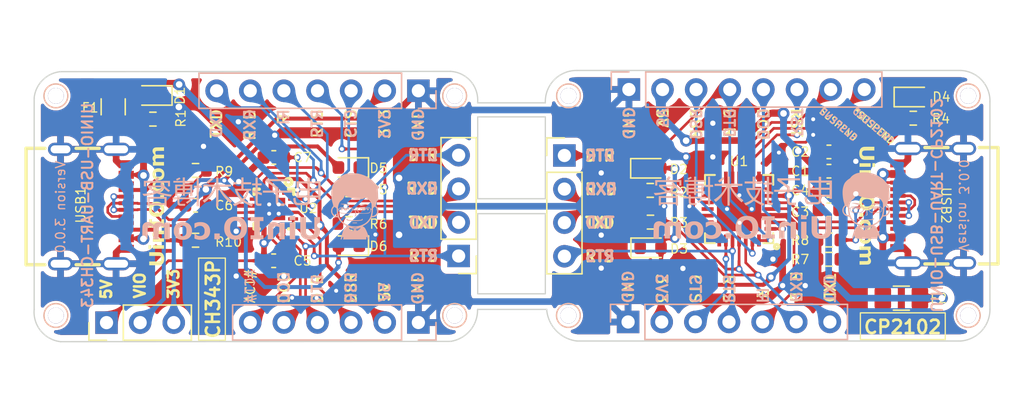
<source format=kicad_pcb>
(kicad_pcb (version 20211014) (generator pcbnew)
  (title_block (title "UINIO-USB-UART") (date "2023-02-07") (rev "Version 3.0.0") (company "电子技术博客 UinIO.com"))
  (layers (0 "F.Cu" signal) (31 "B.Cu" signal) (34 "B.Paste" user) (35 "F.Paste" user) (36 "B.SilkS" user "B.Silkscreen") (37 "F.SilkS" user "F.Silkscreen") (38 "B.Mask" user) (39 "F.Mask" user) (44 "Edge.Cuts" user))
  (net 0 "")
  (net 1 "/CP2102_VDD_5V")
  (net 2 "GND")
  (net 3 "/CH343_VDD_5V")
  (net 4 "/CP2102_VDD_3.3V")
  (net 5 "/CH343_VDD_3.3V")
  (net 6 "Net-(D2-Pad1)")
  (net 7 "Net-(D3-Pad1)")
  (net 8 "Net-(D4-Pad2)")
  (net 9 "Net-(D5-Pad1)")
  (net 10 "/CH343_VIO")
  (net 11 "Net-(D6-Pad1)")
  (net 12 "Net-(F1-Pad1)")
  (net 13 "Net-(F2-Pad1)")
  (net 14 "/CP2102_DSR")
  (net 15 "/CP2102_DTR")
  (net 16 "/CP2102_DCD")
  (net 17 "/CP2102_SUSPEND")
  (net 18 "/CP2102_*SUSPEND")
  (net 19 "/CP2102_TXD")
  (net 20 "/CP2102_RXD")
  (net 21 "/CP2102_RTS")
  (net 22 "/CP2102_CTS")
  (net 23 "/CH343_DSR")
  (net 24 "/CH343_DTR")
  (net 25 "/CH343_DCD")
  (net 26 "/CH343_ACT#")
  (net 27 "/CH343_TXD")
  (net 28 "/CH343_RXD")
  (net 29 "/CH343_RTS")
  (net 30 "/CH343_CTS")
  (net 31 "/CP2102_RI")
  (net 32 "/CP2102_USB_Data_P")
  (net 33 "/CP2102_USB_Data_N")
  (net 34 "/CP2102_RST")
  (net 46 "/CH343_USB_Data_P")
  (net 47 "/CH343_USB_Data_N")
  (net 48 "/CH343_RI")
  (net 49 "Net-(D1-Pad2)")
  (net 51 "Net-(R7-Pad2)")
  (net 53 "Net-(R8-Pad2)")
  (net 55 "Net-(R9-Pad2)")
  (net 57 "Net-(R10-Pad2)")
  (footprint "Uinio:Hole-1mm" (layer "F.Cu") (at 156.24 91.58)
    (fp_text reference "Hole4" hide)
    (fp_text value "Hole-1mm")
  )
  (footprint "Connector_PinHeader_2.54mm:PinHeader_1x03_P2.54mm_Vertical" (layer "F.Cu") (at 129.945 108.73 90)
    (fp_text reference "J7" hide)
    (fp_text value "Conn_01x03_Male")
  )
  (footprint "LOGO" (layer "F.Cu") (at 133.71 99.94 90)
    (fp_text reference "")
    (fp_text value "LOGO" hide)
  )
  (footprint "Resistor_SMD:R_0603_1608Metric" (layer "F.Cu") (at 184.51 102.48)
    (fp_text reference "R8")
    (fp_text value "5.1K")
  )
  (footprint "Resistor_SMD:R_0603_1608Metric" (layer "F.Cu") (at 136.67 97.22 180)
    (fp_text reference "R9")
    (fp_text value "5.1K")
  )
  (footprint "Fuse:Fuse_1206_3216Metric" (layer "F.Cu") (at 189.98 106.88)
    (fp_text reference "F2")
    (fp_text value "Polyfuse")
  )
  (footprint "Resistor_SMD:R_0603_1608Metric" (layer "F.Cu") (at 184.51 103.94)
    (fp_text reference "R7")
    (fp_text value "5.1K")
  )
  (footprint "Capacitor_SMD:C_0603_1608Metric" (layer "F.Cu") (at 184.51 95.82)
    (fp_text reference "C2")
    (fp_text value "1uF")
  )
  (footprint "LED_SMD:LED_0603_1608Metric" (layer "F.Cu") (at 171.02 97.06)
    (fp_text reference "D2")
    (fp_text value "BLUE LED")
  )
  (footprint "Resistor_SMD:R_0603_1608Metric" (layer "F.Cu") (at 148.25 101.24)
    (fp_text reference "R6")
    (fp_text value "2K")
  )
  (footprint "Fuse:Fuse_1206_3216Metric" (layer "F.Cu") (at 130.45 92.41 90)
    (fp_text reference "F1")
    (fp_text value "Polyfuse")
  )
  (footprint "Resistor_SMD:R_0603_1608Metric" (layer "F.Cu") (at 148.25 98.68)
    (fp_text reference "R5")
    (fp_text value "2K")
  )
  (footprint "Resistor_SMD:R_0603_1608Metric" (layer "F.Cu") (at 136.67 102.5 180)
    (fp_text reference "R10")
    (fp_text value "5.1K")
  )
  (footprint "Uinio:USB-C-SMD_TYPEC-304J-BCP16" (layer "F.Cu") (at 192.1977 99.89 90)
    (fp_text reference "USB2")
    (fp_text value "USB_Type_C_16Pin")
  )
  (footprint "Uinio:Hole-1mm" (layer "F.Cu") (at 126.12 91.58)
    (fp_text reference "Hole1" hide)
    (fp_text value "Hole-1mm")
  )
  (footprint "Uinio:Hole-1mm" (layer "F.Cu") (at 195.03 91.58)
    (fp_text reference "Hole8" hide)
    (fp_text value "Hole-1mm")
  )
  (footprint "Uinio:QFN-28_L5.0-W5.0-P0.50-TL-EP3.3" (layer "F.Cu") (at 177.725 100.14 180)
    (fp_text reference "U1")
    (fp_text value "CP2102")
  )
  (footprint "Resistor_SMD:R_0603_1608Metric" (layer "F.Cu") (at 133.45 93.34)
    (fp_text reference "R1")
    (fp_text value "2K")
  )
  (footprint "LED_SMD:LED_0603_1608Metric" (layer "F.Cu") (at 148.25 97 180)
    (fp_text reference "D5")
    (fp_text value "BLUE LED")
  )
  (footprint "Capacitor_SMD:C_0603_1608Metric" (layer "F.Cu") (at 142.57 104.05 180)
    (fp_text reference "C5")
    (fp_text value "0.1uF")
  )
  (footprint "Uinio:Hole-1mm" (layer "F.Cu") (at 156.24 108.19)
    (fp_text reference "Hole3" hide)
    (fp_text value "Hole-1mm")
  )
  (footprint "Capacitor_SMD:C_0603_1608Metric" (layer "F.Cu") (at 142.58 96.24 180)
    (fp_text reference "C7")
    (fp_text value "1uF")
  )
  (footprint "Uinio:Hole-1mm" (layer "F.Cu") (at 164.84 91.58)
    (fp_text reference "Hole5" hide)
    (fp_text value "Hole-1mm")
  )
  (footprint "Connector_PinHeader_2.54mm:PinHeader_1x04_P2.54mm_Vertical" (layer "F.Cu") (at 164.53 96.09)
    (fp_text reference "J2" hide)
    (fp_text value "Conn_01x04_Male")
  )
  (footprint "Resistor_SMD:R_0603_1608Metric" (layer "F.Cu") (at 190.88 93.27 180)
    (fp_text reference "R4")
    (fp_text value "2K")
  )
  (footprint "Capacitor_SMD:C_0603_1608Metric" (layer "F.Cu") (at 184.51 98.74)
    (fp_text reference "C4")
    (fp_text value "0.1uF")
  )
  (footprint "Resistor_SMD:R_0603_1608Metric" (layer "F.Cu") (at 171.03 101.13 180)
    (fp_text reference "R3")
    (fp_text value "2K")
  )
  (footprint "Uinio:Hole-1mm" (layer "F.Cu") (at 126.12 108.19)
    (fp_text reference "Hole2" hide)
    (fp_text value "Hole-1mm")
  )
  (footprint "Uinio:USB-C-SMD_TYPEC-304J-BCP16" (layer "F.Cu") (at 128.9525 99.95 -90)
    (fp_text reference "USB1")
    (fp_text value "USB_Type_C_16Pin")
  )
  (footprint "Connector_PinHeader_2.54mm:PinHeader_1x04_P2.54mm_Vertical" (layer "F.Cu") (at 156.54 103.69 180)
    (fp_text reference "J5" hide)
    (fp_text value "Conn_01x04_Male")
  )
  (footprint "LED_SMD:LED_0603_1608Metric" (layer "F.Cu") (at 171.04 103.07)
    (fp_text reference "D3")
    (fp_text value "BLUE LED")
  )
  (footprint "LED_SMD:LED_0603_1608Metric" (layer "F.Cu") (at 133.41 91.55 180)
    (fp_text reference "D1")
    (fp_text value "LED Red")
  )
  (footprint "LED_SMD:LED_0603_1608Metric" (layer "F.Cu") (at 148.25 102.91 180)
    (fp_text reference "D6")
    (fp_text value "BLUE LED")
  )
  (footprint "Capacitor_SMD:C_0603_1608Metric" (layer "F.Cu") (at 136.67 99.86)
    (fp_text reference "C6")
    (fp_text value "0.1uF")
  )
  (footprint "LED_SMD:LED_0603_1608Metric" (layer "F.Cu") (at 190.92 91.67)
    (fp_text reference "D4")
    (fp_text value "LED Red")
  )
  (footprint "Uinio:Hole-1mm" (layer "F.Cu") (at 195.03 108.19)
    (fp_text reference "Hole7" hide)
    (fp_text value "Hole-1mm")
  )
  (footprint "Capacitor_SMD:C_0603_1608Metric" (layer "F.Cu") (at 184.51 100.2)
    (fp_text reference "C3")
    (fp_text value "4.7uF")
  )
  (footprint "Capacitor_SMD:C_0603_1608Metric" (layer "F.Cu") (at 184.51 97.28)
    (fp_text reference "C1")
    (fp_text value "0.1uF")
  )
  (footprint "Resistor_SMD:R_0603_1608Metric" (layer "F.Cu") (at 171.01 98.73 180)
    (fp_text reference "R2")
    (fp_text value "2K")
  )
  (footprint "LOGO" (layer "F.Cu") (at 187.4 99.8817 -90)
    (fp_text reference "")
    (fp_text value "LOGO" hide)
  )
  (footprint "Uinio:Hole-1mm" (layer "F.Cu") (at 164.83 108.19)
    (fp_text reference "Hole6" hide)
    (fp_text value "Hole-1mm")
  )
  (footprint "Uinio:TQFN-16_L3.0-W3.0-P0.50-BL-EP1.7" (layer "F.Cu") (at 142.59 100.1385 180)
    (fp_text reference "U2")
    (fp_text value "CH343P")
  )
  (footprint "LOGO" (layer "B.Cu") (at 180.18 99.927387 180)
    (fp_text reference "")
    (fp_text value "" hide)
  )
  (footprint "Connector_PinHeader_2.54mm:PinHeader_1x06_P2.54mm_Vertical" (layer "B.Cu") (at 153.5 108.72 90)
    (fp_text reference "J4" hide)
    (fp_text value "Conn_01x06_Male")
  )
  (footprint "Connector_PinHeader_2.54mm:PinHeader_1x07_P2.54mm_Vertical" (layer "B.Cu") (at 169.34 108.68 -90)
    (fp_text reference "J3" hide)
    (fp_text value "Conn_01x07_Male")
  )
  (footprint "LOGO" (layer "B.Cu") (at 141.56 99.987387 180)
    (fp_text reference "")
    (fp_text value "" hide)
  )
  (footprint "Connector_PinHeader_2.54mm:PinHeader_1x08_P2.54mm_Vertical" (layer "B.Cu") (at 169.4 91.1 -90)
    (fp_text reference "J1" hide)
    (fp_text value "Conn_01x08_Male")
  )
  (footprint "Connector_PinHeader_2.54mm:PinHeader_1x07_P2.54mm_Vertical" (layer "B.Cu") (at 153.5 91.194 90)
    (fp_text reference "J6" hide)
    (fp_text value "Conn_01x07_Male")
  )
  (gr_circle (center 180.56 102.98) (end 180.6 103) (layer "F.SilkS") (width 0.1) (fill none))
  (gr_rect (start 186.885 110.01) (end 193.295 107.99) (layer "F.SilkS") (width 0.1) (fill none))
  (gr_rect (start 136.9 103.85) (end 138.92 110.06) (layer "F.SilkS") (width 0.1) (fill none))
  (gr_circle (center 180.56 102.98) (end 180.69 103) (layer "F.SilkS") (width 0.1) (fill none))
  (gr_circle (center 180.56 102.98) (end 180.71 103.15) (layer "F.SilkS") (width 0.1) (fill none))
  (gr_line (start 126.47 89.75) (end 155.92 89.73) (layer "Edge.Cuts") (width 0.1))
  (gr_line (start 165.47 89.66) (end 194.47 89.66) (layer "Edge.Cuts") (width 0.1))
  (gr_line (start 157.97 92.11) (end 163.09 92.11) (layer "Edge.Cuts") (width 0.1))
  (gr_arc (start 163.09 92.11) (mid 163.754516 90.374529) (end 165.47 89.66) (layer "Edge.Cuts") (width 0.1))
  (gr_line (start 196.67 92.03) (end 196.67 107.73) (layer "Edge.Cuts") (width 0.1))
  (gr_line (start 124.48 91.74) (end 124.48 107.73) (layer "Edge.Cuts") (width 0.1))
  (gr_line (start 126.47 110.17) (end 155.92 110.15) (layer "Edge.Cuts") (width 0.1))
  (gr_arc (start 124.48 91.74) (mid 125.118364 90.389703) (end 126.47 89.75) (layer "Edge.Cuts") (width 0.1))
  (gr_rect (start 157.98 93.17) (end 163.09 99.36) (layer "Edge.Cuts") (width 0.1) (fill none))
  (gr_arc (start 196.67 107.73) (mid 196.038729 109.356465) (end 194.47 110.12) (layer "Edge.Cuts") (width 0.1))
  (gr_arc (start 155.92 89.73) (mid 157.455405 90.480365) (end 157.97 92.11) (layer "Edge.Cuts") (width 0.1))
  (gr_arc (start 126.47 110.17) (mid 124.979434 109.35417) (end 124.48 107.73) (layer "Edge.Cuts") (width 0.1))
  (gr_arc (start 157.97 107.73) (mid 157.403183 109.32813) (end 155.92 110.15) (layer "Edge.Cuts") (width 0.1))
  (gr_line (start 165.47 110.12) (end 194.47 110.12) (layer "Edge.Cuts") (width 0.1))
  (gr_line (start 157.97 107.73) (end 163.19 107.73) (layer "Edge.Cuts") (width 0.1))
  (gr_arc (start 194.47 89.66) (mid 196.054837 90.394942) (end 196.67 92.03) (layer "Edge.Cuts") (width 0.1))
  (gr_arc (start 165.47 110.12) (mid 163.903158 109.332197) (end 163.19 107.73) (layer "Edge.Cuts") (width 0.1))
  (gr_rect (start 157.98 100.49) (end 163.09 106.55) (layer "Edge.Cuts") (width 0.1) (fill none))
  (gr_text "Version 3.0.0" (at 126.47 99.98 90) (layer "B.SilkS") (effects (font (size 0.7 0.7) (thickness 0.1)) (justify mirror)))
  (gr_text "ACT#" (at 140.7876 105.983 90) (layer "B.SilkS") (effects (font (size 0.7 0.7) (thickness 0.1)) (justify mirror)))
  (gr_text "CTS" (at 174.4032 106.173333 -90) (layer "B.SilkS") (effects (font (size 0.8 0.8)) (justify mirror)))
  (gr_text "RI" (at 143.3184 93.184761 90) (layer "B.SilkS") (effects (font (size 0.8 0.8)) (justify mirror)))
  (gr_text "RST" (at 182.06 93.604762 -90) (layer "B.SilkS") (effects (font (size 0.8 0.8)) (justify mirror)))
  (gr_text "RXD" (at 182.0032 106.018095 -90) (layer "B.SilkS") (effects (font (size 0.8 0.8)) (justify mirror)))
  (gr_text "UINIO-USB-UART-CP2102" (at 192.61 99.85 270) (layer "B.SilkS") (effects (font (size 0.8 0.8)) (justify mirror)))
  (gr_text "TXD" (at 184.523 106.113333 -90) (layer "B.SilkS") (effects (font (size 0.8 0.8)) (justify mirror)))
  (gr_text "RXD" (at 167.29619 98.64) (layer "B.SilkS") (effects (font (size 0.8 0.8) (thickness 0.2)) (justify mirror)))
  (gr_text "3V3" (at 150.9668 93.699047 90) (layer "B.SilkS") (effects (font (size 0.8 0.8)) (justify mirror)))
  (gr_text "DTR" (at 145.88 106.17 90) (layer "B.SilkS") (effects (font (size 0.8 0.8)) (justify mirror)))
  (gr_text "DSR" (at 174.43 93.7 -90) (layer "B.SilkS") (effects (font (size 0.8 0.8)) (justify mirror)))
  (gr_text "GND" (at 153.46 106.13 90) (layer "B.SilkS") (effects (font (size 0.8 0.8)) (justify mirror)))
  (gr_text "RTS" (at 153.875238 103.69) (layer "B.SilkS") (effects (font (size 0.8 0.8) (thickness 0.2)) (justify mirror)))
  (gr_text "UINIO-USB-UART-CH343" (at 128.51 99.86 90) (layer "B.SilkS") (effects (font (size 0.8 0.8)) (justify mirror)))
  (gr_text "RTS" (at 145.8668 93.68 90) (layer "B.SilkS") (effects (font (size 0.8 0.8)) (justify mirror)))
  (gr_text "DTR" (at 176.97 93.62381 -90) (layer "B.SilkS") (effects (font (size 0.8 0.8)) (justify mirror)))
  (gr_text "DTR" (at 167.22 96.1) (layer "B.SilkS") (effects (font (size 0.8 0.8) (thickness 0.2)) (justify mirror)))
  (gr_text "DCD" (at 179.5273 93.719048 -90) (layer "B.SilkS") (effects (font (size 0.8 0.8)) (justify mirror)))
  (gr_text "RI" (at 179.473 106.668572 270) (layer "B.SilkS") (effects (font (size 0.8 0.8)) (justify mirror)))
  (gr_text "SUSPEND" (at 185.22 93.735 -40) (layer "B.SilkS") (effects (font (size 0.5 0.5) (thickness 0.1)) (justify mirror)))
  (gr_text "TXD" (at 167.200952 101.17) (layer "B.SilkS") (effects (font (size 0.8 0.8) (thickness 0.2)) (justify mirror)))
  (gr_text "RXD" (at 153.78 98.6) (layer "B.SilkS") (effects (font (size 0.8 0.8) (thickness 0.2)) (justify mirror)))
  (gr_text "GND" (at 169.36 93.65 -90) (layer "B.SilkS") (effects (font (size 0.8 0.8)) (justify mirror)))
  (gr_text "GND" (at 153.49 93.76 90) (layer "B.SilkS") (effects (font (size 0.8 0.8)) (justify mirror)))
  (gr_text "CTS" (at 148.3984 93.68 90) (layer "B.SilkS") (effects (font (size 0.8 0.8)) (justify mirror)))
  (gr_text "*SUSPEND" (at 187.86 93.85 -40) (layer "B.SilkS") (effects (font (size 0.5 0.5) (thickness 0.1)) (justify mirror)))
  (gr_text "RXD" (at 140.7668 93.775238 90) (layer "B.SilkS") (effects (font (size 0.8 0.8)) (justify mirror)))
  (gr_text "5V" (at 171.9088 93.242857 -90) (layer "B.SilkS") (effects (font (size 0.8 0.8)) (justify mirror)))
  (gr_text "DTR" (at 153.856191 96.082) (layer "B.SilkS") (effects (font (size 0.8 0.8) (thickness 0.2)) (justify mirror)))
  (gr_text "DSR" (at 148.42 106.09381 90) (layer "B.SilkS") (effects (font (size 0.8 0.8)) (justify mirror)))
  (gr_text "GND" (at 169.28 106.03 -90) (layer "B.SilkS") (effects (font (size 0.8 0.8)) (justify mirror)))
  (gr_text "RTS" (at 176.9332 106.173333 -90) (layer "B.SilkS") (effects (font (size 0.8 0.8)) (justify mirror)))
  (gr_text "DCD" (at 143.34 106.074762 90) (layer "B.SilkS") (effects (font (size 0.8 0.8)) (justify mirror)))
  (gr_text "Version 3.0.0" (at 194.68 99.88 270) (layer "B.SilkS") (effects (font (size 0.7 0.7) (thickness 0.1)) (justify mirror)))
  (gr_text "TXD" (at 153.875238 101.18) (layer "B.SilkS") (effects (font (size 0.8 0.8) (thickness 0.2)) (justify mirror)))
  (gr_text "3V3" (at 171.86 106.154286 -90) (layer "B.SilkS") (effects (font (size 0.8 0.8)) (justify mirror)))
  (gr_text "5V" (at 150.96 106.43 90) (layer "B.SilkS") (effects (font (size 0.8 0.8)) (justify mirror)))
  (gr_text "TXD" (at 138.25 93.68 90) (layer "B.SilkS") (effects (font (size 0.8 0.8)) (justify mirror)))
  (gr_text "RTS" (at 167.200952 103.71) (layer "B.SilkS") (effects (font (size 0.8 0.8) (thickness 0.2)) (justify mirror)))
  (gr_text "RST" (at 182.0577 93.604762 270) (layer "F.SilkS") (effects (font (size 0.8 0.8))))
  (gr_text "RTS" (at 153.875238 103.69) (layer "F.SilkS") (effects (font (size 0.8 0.8) (thickness 0.2))))
  (gr_text "GND" (at 153.4916 93.76 90) (layer "F.SilkS") (effects (font (size 0.8 0.8))))
  (gr_text "DCD" (at 179.51 93.719048 270) (layer "F.SilkS") (effects (font (size 0.8 0.8))))
  (gr_text "DTR" (at 153.856191 96.07) (layer "F.SilkS") (effects (font (size 0.8 0.8) (thickness 0.2))))
  (gr_text "RXD" (at 153.78 98.6) (layer "F.SilkS") (effects (font (size 0.8 0.8) (thickness 0.2))))
  (gr_text "TXD" (at 153.875238 101.17) (layer "F.SilkS") (effects (font (size 0.8 0.8) (thickness 0.2))))
  (gr_text "CH343P" (at 137.99 106.95 90) (layer "F.SilkS") (effects (font (size 1 1) (thickness 0.2))))
  (gr_text "VIO" (at 132.46 105.92 90) (layer "F.SilkS") (effects (font (size 0.8 0.8) (thickness 0.2))))
  (gr_text "SUSPEND" (at 185.2192 93.75 -40) (layer "F.SilkS") (effects (font (size 0.5 0.5) (thickness 0.1))))
  (gr_text "GND" (at 169.2798 106.03 270) (layer "F.SilkS") (effects (font (size 0.8 0.8))))
  (gr_text "3V3" (at 171.863 106.154286 270) (layer "F.SilkS") (effects (font (size 0.8 0.8))))
  (gr_text "TXD" (at 167.200952 101.176) (layer "F.SilkS") (effects (font (size 0.8 0.8) (thickness 0.2))))
  (gr_text "DCD" (at 143.36 106.074762 90) (layer "F.SilkS") (effects (font (size 0.8 0.8))))
  (gr_text "GND" (at 153.46 106.13 90) (layer "F.SilkS") (effects (font (size 0.8 0.8))))
  (gr_text "RTS" (at 176.933 106.173333 270) (layer "F.SilkS") (effects (font (size 0.8 0.8))))
  (gr_text "TXD" (at 138.25 93.68 90) (layer "F.SilkS") (effects (font (size 0.8 0.8))))
  (gr_text "5V" (at 171.9 93.242857 270) (layer "F.SilkS") (effects (font (size 0.8 0.8))))
  (gr_text "DSR" (at 148.417 106.09381 90) (layer "F.SilkS") (effects (font (size 0.8 0.8))))
  (gr_text "5V" (at 129.93 106.21 90) (layer "F.SilkS") (effects (font (size 0.8 0.8) (thickness 0.2))))
  (gr_text "5V" (at 150.96 106.43 90) (layer "F.SilkS") (effects (font (size 0.8 0.8))))
  (gr_text "RXD" (at 140.7784 93.775238 90) (layer "F.SilkS") (effects (font (size 0.8 0.8))))
  (gr_text "ACT#" (at 140.81 105.983 90) (layer "F.SilkS") (effects (font (size 0.7 0.7) (thickness 0.1))))
  (gr_text "DTR" (at 176.96 93.62381 270) (layer "F.SilkS") (effects (font (size 0.8 0.8))))
  (gr_text "*SUSPEND" (at 187.89 93.88 -40) (layer "F.SilkS") (effects (font (size 0.5 0.5) (thickness 0.1))))
  (gr_text "GND" (at 169.36 93.65 270) (layer "F.SilkS") (effects (font (size 0.8 0.8))))
  (gr_text "3V3" (at 150.97 93.699047 90) (layer "F.SilkS") (effects (font (size 0.8 0.8))))
  (gr_text "DTR" (at 145.877 106.17 90) (layer "F.SilkS") (effects (font (size 0.8 0.8))))
  (gr_text "RTS" (at 145.8584 93.68 90) (layer "F.SilkS") (effects (font (size 0.8 0.8))))
  (gr_text "CTS" (at 174.403 106.173333 270) (layer "F.SilkS") (effects (font (size 0.8 0.8))))
  (gr_text "3V3" (at 135.01 105.8 90) (layer "F.SilkS") (effects (font (size 0.8 0.8) (thickness 0.2))))
  (gr_text "RXD" (at 182.003 106.018095 270) (layer "F.SilkS") (effects (font (size 0.8 0.8))))
  (gr_text "RI" (at 143.3184 93.184761 90) (layer "F.SilkS") (effects (font (size 0.8 0.8))))
  (gr_text "TXD" (at 184.536 106.113333 270) (layer "F.SilkS") (effects (font (size 0.8 0.8))))
  (gr_text "DSR" (at 174.43 93.7 270) (layer "F.SilkS") (effects (font (size 0.8 0.8))))
  (gr_text "CTS" (at 148.42 93.68 90) (layer "F.SilkS") (effects (font (size 0.8 0.8))))
  (gr_text "DTR" (at 167.22 96.113) (layer "F.SilkS") (effects (font (size 0.8 0.8) (thickness 0.2))))
  (gr_text "RI" (at 179.473 106.668572 270) (layer "F.SilkS") (effects (font (size 0.8 0.8))))
  (gr_text "RXD" (at 167.29619 98.651) (layer "F.SilkS") (effects (font (size 0.8 0.8) (thickness 0.2))))
  (gr_text "RTS" (at 167.200952 103.721) (layer "F.SilkS") (effects (font (size 0.8 0.8) (thickness 0.2))))
  (gr_text "CP2102" (at 190.08 109.06) (layer "F.SilkS") (effects (font (size 1 1) (thickness 0.2))))
  (segment (start 180.56 97.28) (end 183.735 97.28) (width 0.5) (layer "F.Cu") (net 1))
  (segment (start 180.023 97.763) (end 180.102 97.842) (width 0.5) (layer "F.Cu") (net 1))
  (segment (start 179.225 97.763) (end 180.023 97.763) (width 0.5) (layer "F.Cu") (net 1))
  (segment (start 180.102 97.738) (end 180.56 97.28) (width 0.5) (layer "F.Cu") (net 1))
  (segment (start 183.735 97.28) (end 183.735 95.82) (width 0.2) (layer "F.Cu") (net 1))
  (segment (start 180.102 98.64) (end 180.102 97.842) (width 0.5) (layer "F.Cu") (net 1))
  (segment (start 173.73 94.96) (end 177.99 94.96) (width 0.5) (layer "F.Cu") (net 1))
  (segment (start 180.04 92.91) (end 181.08 92.91) (width 0.5) (layer "F.Cu") (net 1))
  (segment (start 180.102 97.842) (end 180.102 97.738) (width 0.5) (layer "F.Cu") (net 1))
  (segment (start 177.99 94.96) (end 180.04 92.91) (width 0.5) (layer "F.Cu") (net 1))
  (segment (start 191.38 106.88) (end 193.04 106.88) (width 0.5) (layer "F.Cu") (net 1))
  (segment (start 173.72 94.97) (end 173.73 94.96) (width 0.5) (layer "F.Cu") (net 1))
  (segment (start 183.73 97.28) (end 182.19 95.74) (width 0.5) (layer "F.Cu") (net 1))
  (via (at 173.72 94.97) (size 0.9) (drill 0.5) (layers "F.Cu" "B.Cu") (net 1))
  (via (at 181.08 92.91) (size 0.9) (drill 0.5) (layers "F.Cu" "B.Cu") (net 1))
  (via (at 182.19 95.74) (size 0.9) (drill 0.5) (layers "F.Cu" "B.Cu") (net 1))
  (via (at 193.04 106.88) (size 0.9) (drill 0.5) (layers "F.Cu" "B.Cu") (net 1))
  (segment (start 182.19 98.31) (end 182.19 95.74) (width 0.5) (layer "B.Cu") (net 1))
  (segment (start 181.08 92.91) (end 181.08 94.63) (width 0.5) (layer "B.Cu") (net 1))
  (segment (start 173.72 94.97) (end 171.94 93.19) (width 0.5) (layer "B.Cu") (net 1))
  (segment (start 171.94 93.19) (end 171.94 91.1) (width 0.5) (layer "B.Cu") (net 1))
  (segment (start 184.49 100.61) (end 182.19 98.31) (width 0.5) (layer "B.Cu") (net 1))
  (segment (start 193.04 106.88) (end 186.03 106.88) (width 0.5) (layer "B.Cu") (net 1))
  (segment (start 184.49 105.34) (end 184.49 100.61) (width 0.5) (layer "B.Cu") (net 1))
  (segment (start 181.08 94.63) (end 182.19 95.74) (width 0.5) (layer "B.Cu") (net 1))
  (segment (start 186.03 106.88) (end 184.49 105.34) (width 0.5) (layer "B.Cu") (net 1))
  (segment (start 139.99 98.06) (end 141.805 96.245) (width 0.5) (layer "F.Cu") (net 2))
  (segment (start 142.65 94.56) (end 142.67 94.54) (width 0.5) (layer "F.Cu") (net 2))
  (segment (start 137.495 97.22) (end 135.895 98.82) (width 0.2) (layer "F.Cu") (net 2))
  (segment (start 130.6715 103.436018) (end 130.6715 104.275) (width 0.5) (layer "F.Cu") (net 2))
  (segment (start 130.6715 95.625) (end 126.4715 95.625) (width 0.5) (layer "F.Cu") (net 2))
  (segment (start 181.01 104.66) (end 180.28 103.93) (width 0.5) (layer "F.Cu") (net 2))
  (segment (start 131.4335 96.75) (end 130.957518 96.75) (width 0.5) (layer "F.Cu") (net 2))
  (segment (start 181.51 95.09) (end 182.76 95.09) (width 0.2) (layer "F.Cu") (net 2))
  (segment (start 181.01 105.93) (end 181.01 104.66) (width 0.5) (layer "F.Cu") (net 2))
  (segment (start 172.05 99.93) (end 172.04 99.92) (width 0.2) (layer "F.Cu") (net 2))
  (segment (start 126.4715 104.275) (end 130.6715 104.275) (width 0.5) (layer "F.Cu") (net 2))
  (segment (start 189.7167 103.09) (end 190.192682 103.09) (width 0.5) (layer "F.Cu") (net 2))
  (segment (start 130.957518 96.75) (end 130.6715 96.463982) (width 0.5) (layer "F.Cu") (net 2))
  (segment (start 126.4715 95.625) (end 126.4715 104.275) (width 0.5) (layer "F.Cu") (net 2))
  (segment (start 139.75 105.22) (end 139.74 105.21) (width 0.2) (layer "F.Cu") (net 2))
  (segment (start 150.154 94.54) (end 153.5 91.194) (width 0.5) (layer "F.Cu") (net 2))
  (segment (start 175.74 96.2) (end 173.71 96.2) (width 0.5) (layer "F.Cu") (net 2))
  (segment (start 135.41 92.42) (end 134.43 92.42) (width 0.3) (layer "F.Cu") (net 2))
  (segment (start 172.04 99.92) (end 148.01431 99.92) (width 0.2) (layer "F.Cu") (net 2))
  (segment (start 139.93 98.06) (end 139.99 98.06) (width 0.5) (layer "F.Cu") (net 2))
  (segment (start 135.895 98.82) (end 135.895 99.86) (width 0.2) (layer "F.Cu") (net 2))
  (segment (start 178.225 100.64) (end 180.102 100.64) (width 0.4) (layer "F.Cu") (net 2))
  (segment (start 167.31 102.11) (end 167.31 104.61) (width 0.5) (layer "F.Cu") (net 2))
  (segment (start 134.1975 92.1875) (end 134.1975 91.55) (width 0.3) (layer "F.Cu") (net 2))
  (segment (start 190.4787 96.403982) (end 190.4787 95.565) (width 0.5) (layer "F.Cu") (net 2))
  (segment (start 180.102 100.64) (end 181.3 100.64) (width 0.4) (layer "F.Cu") (net 2))
  (segment (start 194.6787 104.215) (end 190.4787 104.215) (width 0.5) (layer "F.Cu") (net 2))
  (segment (start 181.51 95.09) (end 180.73 95.87) (width 0.2) (layer "F.Cu") (net 2))
  (segment (start 181.3 100.64) (end 183.14 102.48) (width 0.4) (layer "F.Cu") (net 2))
  (segment (start 194.6787 95.565) (end 194.6787 104.215) (width 0.5) (layer "F.Cu") (net 2))
  (segment (start 190.192682 103.09) (end 190.4787 103.376018) (width 0.5) (layer "F.Cu") (net 2))
  (segment (start 190.4787 95.565) (end 194.6787 95.565) (width 0.5) (layer "F.Cu") (net 2))
  (segment (start 131.4335 103.15) (end 130.957518 103.15) (width 0.5) (layer "F.Cu") (net 2))
  (segment (start 142.67 94.54) (end 150.154 94.54) (width 0.5) (layer "F.Cu") (net 2))
  (segment (start 190.4787 103.376018) (end 190.4787 104.215) (width 0.5) (layer "F.Cu") (net 2))
  (segment (start 190.192682 96.69) (end 190.4787 96.403982) (width 0.5) (layer "F.Cu") (net 2))
  (segment (start 183.14 102.48) (end 183.685 102.48) (width 0.4) (layer "F.Cu") (net 2))
  (segment (start 185.285 95.82) (end 185.285 97.28) (width 0.5) (layer "F.Cu") (net 2))
  (segment (start 143.34 105.22) (end 139.75 105.22) (width 0.3) (layer "F.Cu") (net 2))
  (segment (start 148.01431 99.92) (end 147.997155 99.937155) (width 0.2) (layer "F.Cu") (net 2))
  (segment (start 130.6715 96.463982) (end 130.6715 95.625) (width 0.5) (layer "F.Cu") (net 2))
  (segment (start 142.839 98.6885) (end 142.839 99.679) (width 0.2) (layer "F.Cu") (net 2))
  (segment (start 189.7167 96.69) (end 190.192682 96.69) (width 0.5) (layer "F.Cu") (net 2))
  (segment (start 183.32 94.53) (end 182.76 95.09) (width 0.2) (layer "F.Cu") (net 2))
  (segment (start 185.285 98.74) (end 185.285 100.2) (width 0.5) (layer "F.Cu") (net 2))
  (segment (start 134.43 92.42) (end 134.1975 92.1875) (width 0.3) (layer "F.Cu") (net 2))
  (segment (start 130.957518 103.15) (end 130.6715 103.436018) (width 0.5) (layer "F.Cu") (net 2))
  (via (at 182.72 105.93) (size 0.7) (drill 0.4) (layers "F.Cu" "B.Cu") (net 2))
  (via (at 173.71 96.2) (size 0.7) (drill 0.4) (layers "F.Cu" "B.Cu") (net 2))
  (via (at 180.73 95.87) (size 0.5) (drill 0.3) (layers "F.Cu" "B.Cu") (net 2))
  (via (at 142.65 94.56) (size 0.7) (drill 0.4) (layers "F.Cu" "B.Cu") (net 2))
  (via (at 139.74 101.82) (size 0.7) (drill 0.4) (layers "F.Cu" "B.Cu") (net 2))
  (via (at 145.81 106.86) (size 0.5) (drill 0.3) (layers "F.Cu" "B.Cu") (net 2))
  (via (at 167.31 97.41) (size 0.7) (drill 0.4) (layers "F.Cu" "B.Cu") (net 2))
  (via (at 183.32 93.35) (size 0.5) (drill 0.3) (layers "F.Cu" "B.Cu") (net 2))
  (via (at 142.23 99.79) (size 0.5) (drill 0.3) (layers "F.Cu" "B.Cu") (net 2))
  (via (at 137.27 95.4) (size 0.7) (drill 0.4) (layers "F.Cu" "B.Cu") (net 2))
  (via (at 142.95 100.49) (size 0.5) (drill 0.3) (layers "F.Cu" "B.Cu") (net 2))
  (via (at 143.96 106.85) (size 0.5) (drill 0.3) (layers "F.Cu" "B.Cu") (net 2))
  (via (at 135.41 92.42) (size 0.9) (drill 0.5) (layers "F.Cu" "B.Cu") (net 2))
  (via (at 181.01 105.93) (size 0.7) (drill 0.4) (layers "F.Cu" "B.Cu") (net 2))
  (via (at 180.28 103.93) (size 0.7) (drill 0.4) (layers "F.Cu" "B.Cu") (net 2))
  (via (at 150.25 102.07) (size 0.5) (drill 0.3) (layers "F.Cu" "B.Cu") (net 2))
  (via (at 147.997155 99.937155) (size 0.5) (drill 0.3) (layers "F.Cu" "B.Cu") (net 2))
  (via (at 142.23 100.49) (size 0.5) (drill 0.3) (layers "F.Cu" "B.Cu") (net 2))
  (via (at 183.32 94.53) (size 0.5) (drill 0.3) (layers "F.Cu" "B.Cu") (net 2))
  (via (at 152.04 97.79) (size 0.9) (drill 0.5) (layers "F.Cu" "B.Cu") (net 2))
  (via (at 152.04 102.09) (size 0.9) (drill 0.5) (layers "F.Cu" "B.Cu") (net 2))
  (via (at 178.68 100.14) (size 0.5) (drill 0.3) (layers "F.Cu" "B.Cu") (net 2))
  (via (at 167.31 104.61) (size 0.7) (drill 0.4) (layers "F.Cu" "B.Cu") (net 2))
  (via (at 139.74 105.21) (size 0.7) (drill 0.4) (layers "F.Cu" "B.Cu") (net 2))
  (via (at 142.95 99.79) (size 0.5) (drill 0.3) (layers "F.Cu" "B.Cu") (net 2))
  (via (at 186.54 98.99) (size 0.7) (drill 0.4) (layers "F.Cu" "B.Cu") (net 2))
  (via (at 176.81 100.14) (size 0.5) (drill 0.3) (layers "F.Cu" "B.Cu") (net 2))
  (via (at 139.93 98.06) (size 0.7) (drill 0.4) (layers "F.Cu" "B.Cu") (net 2))
  (via (at 177.745 99.1) (size 0.5) (drill 0.3) (layers "F.Cu" "B.Cu") (net 2))
  (via (at 147.29 106.32) (size 0.5) (drill 0.3) (layers "F.Cu" "B.Cu") (net 2))
  (via (at 173.48 104.63) (size 0.7) (drill 0.4) (layers "F.Cu" "B.Cu") (net 2))
  (via (at 175.74 96.2) (size 0.7) (drill 0.4) (layers "F.Cu" "B.Cu") (net 2))
  (via (at 173.97 99.93) (size 0.5) (drill 0.3) (layers "F.Cu" "B.Cu") (net 2))
  (via (at 177.755 101.18) (size 0.5) (drill 0.3) (layers "F.Cu" "B.Cu") (net 2))
  (via (at 139.9 93.54) (size 0.7) (drill 0.4) (layers "F.Cu" "B.Cu") (net 2))
  (via (at 143.34 105.22) (size 0.7) (drill 0.4) (layers "F.Cu" "B.Cu") (net 2))
  (via (at 175.74 93.65) (size 0.7) (drill 0.4) (layers "F.Cu" "B.Cu") (net 2))
  (via (at 167.31 102.11) (size 0.7) (drill 0.4) (layers "F.Cu" "B.Cu") (net 2))
  (via (at 172.05 99.93) (size 0.5) (drill 0.3) (layers "F.Cu" "B.Cu") (net 2))
  (via (at 186.54 96.53) (size 0.7) (drill 0.4) (layers "F.Cu" "B.Cu") (net 2))
  (segment (start 152.05 99.93) (end 167.28 99.93) (width 0.5) (layer "B.Cu") (net 2))
  (segment (start 169.4 92.88) (end 169.4 91.1) (width 0.5) (layer "B.Cu") (net 2))
  (segment (start 167.85 92.65) (end 169.4 91.1) (width 0.5) (layer "B.Cu") (net 2))
  (segment (start 139.74 105.21) (end 139.74 101.82) (width 0.3) (layer "B.Cu") (net 2))
  (segment (start 167.31 97.41) (end 167.31 99.96) (width 0.5) (layer "B.Cu") (net 2))
  (segment (start 182.72 105.93) (end 181.01 105.93) (width 0.5) (layer "B.Cu") (net 2))
  (segment (start 167.31 99.96) (end 167.31 102.11) (width 0.5) (layer "B.Cu") (net 2))
  (segment (start 152.04 97.79) (end 152.04 99.94) (width 0.5) (layer "B.Cu") (net 2))
  (segment (start 172.05 99.93) (end 167.34 99.93) (width 0.5) (layer "B.Cu") (net 2))
  (segment (start 155.08 107.14) (end 153.5 108.72) (width 0.5) (layer "B.Cu") (net 2))
  (segment (start 172.7 96.2) (end 169.39 92.89) (width 0.5) (layer "B.Cu") (net 2))
  (segment (start 167.31 104.61) (end 173.46 104.61) (width 0.5) (layer "B.Cu") (net 2))
  (segment (start 139.9 93.54) (end 140.92 94.56) (width 0.5) (layer "B.Cu") (net 2))
  (segment (start 154.956 92.65) (end 167.85 92.65) (width 0.5) (layer "B.Cu") (net 2))
  (segment (start 153.5 91.194) (end 154.956 92.65) (width 0.5) (layer "B.Cu") (net 2))
  (segment (start 152.04 99.94) (end 152.04 102.09) (width 0.5) (layer "B.Cu") (net 2))
  (segment (start 173.46 104.61) (end 173.48 104.63) (width 0.5) (layer "B.Cu") (net 2))
  (segment (start 137.27 95.4) (end 139.93 98.06) (width 0.5) (layer "B.Cu") (net 2))
  (segment (start 167.34 99.93) (end 167.31 99.96) (width 0.5) (layer "B.Cu") (net 2))
  (segment (start 186.54 96.92) (end 186.54 96.53) (width 0.5) (layer "B.Cu") (net 2))
  (segment (start 169.34 108.68) (end 167.8 107.14) (width 0.5) (layer "B.Cu") (net 2))
  (segment (start 167.8 107.14) (end 155.08 107.14) (width 0.5) (layer "B.Cu") (net 2))
  (segment (start 173.71 96.2) (end 172.7 96.2) (width 0.5) (layer "B.Cu") (net 2))
  (segment (start 186.54 96.55) (end 186.54 96.92) (width 0.5) (layer "B.Cu") (net 2))
  (segment (start 152.04 99.94) (end 152.05 99.93) (width 0.5) (layer "B.Cu") (net 2))
  (segment (start 140.92 94.56) (end 142.65 94.56) (width 0.5) (layer "B.Cu") (net 2))
  (segment (start 186.54 96.92) (end 186.54 98.99) (width 0.5) (layer "B.Cu") (net 2))
  (segment (start 169.39 92.89) (end 169.4 92.88) (width 0.5) (layer "B.Cu") (net 2))
  (segment (start 137.27 95.4) (end 135.41 93.54) (width 0.5) (layer "B.Cu") (net 2))
  (segment (start 175.74 93.65) (end 175.74 96.2) (width 0.5) (layer "B.Cu") (net 2))
  (segment (start 167.28 99.93) (end 167.31 99.96) (width 0.5) (layer "B.Cu") (net 2))
  (segment (start 183.32 94.53) (end 183.32 93.35) (width 0.2) (layer "B.Cu") (net 2))
  (segment (start 135.41 93.54) (end 135.41 92.42) (width 0.5) (layer "B.Cu") (net 2))
  (segment (start 130.76 90.7) (end 130.83 90.63) (width 0.5) (layer "F.Cu") (net 3))
  (segment (start 134.625 104.05) (end 129.945 108.73) (width 0.2) (layer "F.Cu") (net 3))
  (segment (start 146.59 104.35) (end 150.96 108.72) (width 0.3) (layer "F.Cu") (net 3))
  (segment (start 146.0315 99.3815) (end 146.0315 101.3815) (width 0.3) (layer "F.Cu") (net 3))
  (segment (start 142.63 97.87) (end 144.52 97.87) (width 0.3) (layer "F.Cu") (net 3))
  (segment (start 146.59 101.94) (end 146.59 104.35) (width 0.3) (layer "F.Cu") (net 3))
  (segment (start 135.34 90.63) (end 135.41 90.7) (width 0.5) (layer "F.Cu") (net 3))
  (segment (start 146.0315 101.3815) (end 146.59 101.94) (width 0.3) (layer "F.Cu") (net 3))
  (segment (start 135.41 90.7) (end 135.43 90.72) (width 0.3) (layer "F.Cu") (net 3))
  (segment (start 141.795 104.05) (end 134.625 104.05) (width 0.2) (layer "F.Cu") (net 3))
  (segment (start 141.84 102.7) (end 141.84 103.635) (width 0.2) (layer "F.Cu") (net 3))
  (segment (start 142.338 98.6885) (end 142.338 98.162) (width 0.3) (layer "F.Cu") (net 3))
  (segment (start 142.338 98.162) (end 142.63 97.87) (width 0.3) (layer "F.Cu") (net 3))
  (segment (start 130.83 90.63) (end 135.34 90.63) (width 0.5) (layer "F.Cu") (net 3))
  (segment (start 144.52 97.87) (end 146.0315 99.3815) (width 0.3) (layer "F.Cu") (net 3))
  (segment (start 141.84 101.5885) (end 141.84 103.635) (width 0.4) (layer "F.Cu") (net 3))
  (via (at 141.84 102.7) (size 0.7) (drill 0.4) (layers "F.Cu" "B.Cu") (net 3))
  (via (at 135.43 90.72) (size 0.9) (drill 0.5) (layers "F.Cu" "B.Cu") (net 3))
  (via (at 146.05 101.38) (size 0.7) (drill 0.4) (layers "F.Cu" "B.Cu") (net 3))
  (segment (start 143.148556 101.391444) (end 141.84 102.7) (width 0.5) (layer "B.Cu") (net 3))
  (segment (start 135.43 90.72) (end 146.101444 101.391444) (width 0.5) (layer "B.Cu") (net 3))
  (segment (start 143.148556 101.391444) (end 146.038556 101.391444) (width 0.5) (layer "B.Cu") (net 3))
  (segment (start 146.038556 101.391444) (end 146.05 101.38) (width 0.3) (layer "B.Cu") (net 3))
  (segment (start 190.055 94.063529) (end 190.055 93.27) (width 0.3) (layer "F.Cu") (net 4))
  (segment (start 172.84 97.06) (end 171.8075 97.06) (width 0.3) (layer "F.Cu") (net 4))
  (segment (start 184.465 98.01) (end 186.108529 98.01) (width 0.3) (layer "F.Cu") (net 4))
  (segment (start 172.87 102.36) (end 172 102.36) (width 0.3) (layer "F.Cu") (net 4))
  (segment (start 180.13 105.29) (end 179.55 105.87) (width 0.3) (layer "F.Cu") (net 4))
  (segment (start 183.735 98.74) (end 184.465 98.01) (width 0.3) (layer "F.Cu") (net 4))
  (segment (start 179.55 105.87) (end 171.8275 105.87) (width 0.3) (layer "F.Cu") (net 4))
  (segment (start 171.8275 102.5325) (end 171.8275 103.07) (width 0.3) (layer "F.Cu") (net 4))
  (segment (start 181.882767 98.74) (end 183.735 98.74) (width 0.3) (layer "F.Cu") (net 4))
  (segment (start 181.482767 99.14) (end 180.102 99.14) (width 0.3) (layer "F.Cu") (net 4))
  (segment (start 171.8275 104.7275) (end 171.8275 103.07) (width 0.3) (layer "F.Cu") (net 4))
  (segment (start 186.108529 98.01) (end 190.055 94.063529) (width 0.3) (layer "F.Cu") (net 4))
  (segment (start 181.507267 99.1155) (end 181.882767 98.74) (width 0.3) (layer "F.Cu") (net 4))
  (segment (start 171.83 104.73) (end 171.83 108.63) (width 0.3) (layer "F.Cu") (net 4))
  (segment (start 171.8275 104.7275) (end 171.83 104.73) (width 0.3) (layer "F.Cu") (net 4))
  (segment (start 172.87 97.09) (end 172.84 97.06) (width 0.3) (layer "F.Cu") (net 4))
  (segment (start 181.507267 99.1155) (end 181.482767 99.14) (width 0.3) (layer "F.Cu") (net 4))
  (segment (start 183.735 98.74) (end 183.735 100.2) (width 0.3) (layer "F.Cu") (net 4))
  (segment (start 171.8275 105.87) (end 171.8275 104.7275) (width 0.3) (layer "F.Cu") (net 4))
  (segment (start 172 102.36) (end 171.8275 102.5325) (width 0.3) (layer "F.Cu") (net 4))
  (via (at 172.87 97.09) (size 0.7) (drill 0.4) (layers "F.Cu" "B.Cu") (net 4))
  (via (at 172.87 102.36) (size 0.7) (drill 0.4) (layers "F.Cu" "B.Cu") (net 4))
  (via (at 180.13 105.29) (size 0.7) (drill 0.4) (layers "F.Cu" "B.Cu") (net 4))
  (via (at 181.507267 99.1155) (size 0.7) (drill 0.4) (layers "F.Cu" "B.Cu") (net 4))
  (segment (start 181.51 99.118233) (end 181.51 103.91) (width 0.3) (layer "B.Cu") (net 4))
  (segment (start 181.507267 99.1155) (end 181.51 99.118233) (width 0.3) (layer "B.Cu") (net 4))
  (segment (start 172.87 102.36) (end 172.87 97.09) (width 0.3) (layer "B.Cu") (net 4))
  (segment (start 181.51 103.91) (end 180.13 105.29) (width 0.3) (layer "B.Cu") (net 4))
  (segment (start 137.45 98.65) (end 138.81 97.29) (width 0.3) (layer "F.Cu") (net 5))
  (segment (start 139.625 96.475) (end 142.8 93.3) (width 0.3) (layer "F.Cu") (net 5))
  (segment (start 136.49 93.34) (end 139.63 96.48) (width 0.3) (layer "F.Cu") (net 5))
  (segment (start 137.445 99.86) (end 137.445 98.655) (width 0.3) (layer "F.Cu") (net 5))
  (segment (start 142.8 93.3) (end 148.854 93.3) (width 0.3) (layer "F.Cu") (net 5))
  (segment (start 148.854 93.3) (end 150.96 91.194) (width 0.3) (layer "F.Cu") (net 5))
  (segment (start 138.81 97.29) (end 139.625 96.475) (width 0.3) (layer "F.Cu") (net 5))
  (segment (start 138.82 97.29) (end 138.81 97.29) (width 0.3) (layer "F.Cu") (net 5))
  (segment (start 134.275 93.34) (end 136.49 93.34) (width 0.3) (layer "F.Cu") (net 5))
  (segment (start 141.14 99.8885) (end 137.4735 99.8885) (width 0.3) (layer "F.Cu") (net 5))
  (segment (start 137.445 98.655) (end 137.45 98.65) (width 0.3) (layer "F.Cu") (net 5))
  (segment (start 139.63 96.48) (end 138.82 97.29) (width 0.3) (layer "F.Cu") (net 5))
  (via (at 137.45 98.65) (size 0.9) (drill 0.5) (layers "F.Cu" "B.Cu") (net 5))
  (segment (start 137.45 98.65) (end 135.025 101.075) (width 0.3) (layer "B.Cu") (net 5))
  (segment (start 135.025 101.075) (end 135.025 108.73) (width 0.3) (layer "B.Cu") (net 5))
  (segment (start 170.2325 97.06) (end 170.2325 98.6825) (width 0.2) (layer "F.Cu") (net 6))
  (segment (start 170.205 101.13) (end 170.205 103.0225) (width 0.2) (layer "F.Cu") (net 7))
  (segment (start 191.705 93.27) (end 191.705 91.6725) (width 0.3) (layer "F.Cu") (net 8))
  (segment (start 149.075 98.68) (end 149.075 97.0375) (width 0.2) (layer "F.Cu") (net 9))
  (segment (start 143.355 95.41) (end 143.355 96.24) (width 0.3) (layer "F.Cu") (net 10))
  (segment (start 144.3515 98.6885) (end 143.338 98.6885) (width 0.2) (layer "F.Cu") (net 10))
  (segment (start 138.84 97.98) (end 138.84 97.97) (width 0.3) (layer "F.Cu") (net 10))
  (segment (start 141.4 95.41) (end 143.355 95.41) (width 0.3) (layer "F.Cu") (net 10))
  (segment (start 138.84 97.97) (end 141.4 95.41) (width 0.3) (layer "F.Cu") (net 10))
  (segment (start 147.47 104.19) (end 147.47 102.9175) (width 0.3) (layer "F.Cu") (net 10))
  (segment (start 143.355 95.41) (end 145.89 95.41) (width 0.3) (layer "F.Cu") (net 10))
  (segment (start 144.35 96.24) (end 143.355 96.24) (width 0.2) (layer "F.Cu") (net 10))
  (segment (start 145.89 95.41) (end 147.4625 96.9825) (width 0.3) (layer "F.Cu") (net 10))
  (via (at 144.3515 98.6885) (size 0.5) (drill 0.3) (layers "F.Cu" "B.Cu") (net 10))
  (via (at 138.84 97.98) (size 0.5) (drill 0.3) (layers "F.Cu" "B.Cu") (net 10))
  (via (at 147.47 104.19) (size 0.5) (drill 0.3) (layers "F.Cu" "B.Cu") (net 10))
  (via (at 144.35 96.24) (size 0.5) (drill 0.3) (layers "F.Cu" "B.Cu") (net 10))
  (segment (start 134.27 106.945) (end 132.485 108.73) (width 0.3) (layer "B.Cu") (net 10))
  (segment (start 144.35 96.24) (end 144.35 98.687) (width 0.2) (layer "B.Cu") (net 10))
  (segment (start 137.76995 97.98) (end 137.73995 97.95) (width 0.3) (layer "B.Cu") (net 10))
  (segment (start 134.27 100.685) (end 134.27 106.945) (width 0.3) (layer "B.Cu") (net 10))
  (segment (start 137.73995 97.95) (end 137.005 97.95) (width 0.3) (layer "B.Cu") (net 10))
  (segment (start 144.35 98.687) (end 144.3515 98.6885) (width 0.2) (layer "B.Cu") (net 10))
  (segment (start 141.89 106.04) (end 145.95 106.04) (width 0.3) (layer "B.Cu") (net 10))
  (segment (start 147.47 104.52) (end 147.47 104.19) (width 0.3) (layer "B.Cu") (net 10))
  (segment (start 145.95 106.04) (end 147.47 104.52) (width 0.3) (layer "B.Cu") (net 10))
  (segment (start 138.84 97.98) (end 137.76995 97.98) (width 0.3) (layer "B.Cu") (net 10))
  (segment (start 140.47 99.61) (end 140.47 104.62) (width 0.3) (layer "B.Cu") (net 10))
  (segment (start 138.84 97.98) (end 140.47 99.61) (width 0.3) (layer "B.Cu") (net 10))
  (segment (start 140.47 104.62) (end 141.89 106.04) (width 0.3) (layer "B.Cu") (net 10))
  (segment (start 137.005 97.95) (end 134.27 100.685) (width 0.3) (layer "B.Cu") (net 10))
  (segment (start 149.0375 102.91) (end 149.0375 101.2775) (width 0.2) (layer "F.Cu") (net 11))
  (segment (start 132.74 97.6) (end 132.69 97.55) (width 0.2) (layer "F.Cu") (net 12))
  (segment (start 132.73 102.3995) (end 132.6905 102.36) (width 0.2) (layer "F.Cu") (net 12))
  (segment (start 132.6905 102.36) (end 131.4435 102.36) (width 0.2) (layer "F.Cu") (net 12))
  (segment (start 132.74 95.02) (end 131.53 93.81) (width 0.5) (layer "F.Cu") (net 12))
  (segment (start 132.69 97.55) (end 131.4335 97.55) (width 0.2) (layer "F.Cu") (net 12))
  (segment (start 132.74 97.6) (end 132.74 95.02) (width 0.5) (layer "F.Cu") (net 12))
  (segment (start 131.53 93.81) (end 130.45 93.81) (width 0.5) (layer "F.Cu") (net 12))
  (via (at 132.73 102.3995) (size 0.9) (drill 0.5) (layers "F.Cu" "B.Cu") (net 12))
  (via (at 132.74 97.6) (size 0.9) (drill 0.5) (layers "F.Cu" "B.Cu") (net 12))
  (segment (start 132.74 102.3895) (end 132.73 102.3995) (width 0.5) (layer "B.Cu") (net 12))
  (segment (start 132.74 97.6) (end 132.74 102.3895) (width 0.5) (layer "B.Cu") (net 12))
  (segment (start 188.58 97.49) (end 189.7167 97.49) (width 0.5) (layer "F.Cu") (net 13))
  (segment (start 189.7167 102.29) (end 188.58 102.29) (width 0.5) (layer "F.Cu") (net 13))
  (segment (start 188.58 102.29) (end 188.58 106.88) (width 0.5) (layer "F.Cu") (net 13))
  (via (at 188.58 102.29) (size 0.9) (drill 0.5) (layers "F.Cu" "B.Cu") (net 13))
  (via (at 188.58 97.49) (size 0.9) (drill 0.5) (layers "F.Cu" "B.Cu") (net 13))
  (segment (start 188.58 97.49) (end 188.58 102.29) (width 0.5) (layer "B.Cu") (net 13))
  (segment (start 178.725 103.495) (end 178.725 102.517) (width 0.2) (layer "F.Cu") (net 14))
  (via (at 178.725 103.495) (size 0.5) (drill 0.3) (layers "F.Cu" "B.Cu") (net 14))
  (segment (start 178.725 103.495) (end 177.305 102.075) (width 0.2) (layer "B.Cu") (net 14))
  (segment (start 177.305 102.035) (end 174.49 99.22) (width 0.2) (layer "B.Cu") (net 14))
  (segment (start 177.305 102.075) (end 177.305 102.035) (width 0.2) (layer "B.Cu") (net 14))
  (segment (start 174.49 99.22) (end 174.49 91.11) (width 0.2) (layer "B.Cu") (net 14))
  (segment (start 180.1 102.52) (end 179.228 102.52) (width 0.2) (layer "F.Cu") (net 15))
  (segment (start 171.35 96.09) (end 164.53 96.09) (width 0.2) (layer "F.Cu") (net 15))
  (segment (start 176.34 91.1) (end 171.35 96.09) (width 0.2) (layer "F.Cu") (net 15))
  (via (at 180.1 102.52) (size 0.5) (drill 0.3) (layers "F.Cu" "B.Cu") (net 15))
  (segment (start 180.1 102.52) (end 177.02 99.44) (width 0.2) (layer "B.Cu") (net 15))
  (segment (start 177.02 99.44) (end 177.02 91.1) (width 0.2) (layer "B.Cu") (net 15))
  (segment (start 181.01 101.64) (end 180.102 101.64) (width 0.2) (layer "F.Cu") (net 16))
  (via (at 181.01 101.64) (size 0.5) (drill 0.3) (layers "F.Cu" "B.Cu") (net 16))
  (segment (start 181.01 101.64) (end 179.56 100.19) (width 0.2) (layer "B.Cu") (net 16))
  (segment (start 179.56 100.19) (end 179.56 91.1) (width 0.2) (layer "B.Cu") (net 16))
  (segment (start 180.18 93.59) (end 182.15 93.59) (width 0.2) (layer "F.Cu") (net 17))
  (segment (start 182.15 93.59) (end 184.64 91.1) (width 0.2) (layer "F.Cu") (net 17))
  (segment (start 177.225 97.763) (end 177.225 96.545) (width 0.2) (layer "F.Cu") (net 17))
  (segment (start 177.225 96.545) (end 180.18 93.59) (width 0.2) (layer "F.Cu") (net 17))
  (segment (start 180.34 94.04) (end 184.24 94.04) (width 0.2) (layer "F.Cu") (net 18))
  (segment (start 184.24 94.04) (end 187.18 91.1) (width 0.2) (layer "F.Cu") (net 18))
  (segment (start 177.725 96.655) (end 180.34 94.04) (width 0.2) (layer "F.Cu") (net 18))
  (segment (start 177.725 97.763) (end 177.725 96.655) (width 0.2) (layer "F.Cu") (net 18))
  (segment (start 172.59 101.13) (end 171.855 101.13) (width 0.2) (layer "F.Cu") (net 19))
  (segment (start 171.855 100.525) (end 171.61 100.28) (width 0.2) (layer "F.Cu") (net 19))
  (segment (start 179.16 105.13) (end 178.225 104.195) (width 0.2) (layer "F.Cu") (net 19))
  (segment (start 179.16 105.13) (end 176.59 105.13) (width 0.2) (layer "F.Cu") (net 19))
  (segment (start 178.225 104.195) (end 178.225 102.517) (width 0.2) (layer "F.Cu") (net 19))
  (segment (start 176.59 105.13) (end 172.59 101.13) (width 0.2) (layer "F.Cu") (net 19))
  (segment (start 171.61 100.28) (end 165.5 100.28) (width 0.2) (layer "F.Cu") (net 19))
  (segment (start 165.5 100.28) (end 164.61 101.17) (width 0.2) (layer "F.Cu") (net 19))
  (segment (start 171.855 101.13) (end 171.855 100.525) (width 0.2) (layer "F.Cu") (net 19))
  (via (at 179.16 105.13) (size 0.5) (drill 0.3) (layers "F.Cu" "B.Cu") (net 19))
  (segment (start 179.16 105.13) (end 181.39 107.36) (width 0.2) (layer "B.Cu") (net 19))
  (segment (start 183.26 107.36) (end 184.58 108.68) (width 0.2) (layer "B.Cu") (net 19))
  (segment (start 181.39 107.36) (end 183.26 107.36) (width 0.2) (layer "B.Cu") (net 19))
  (segment (start 172.92 100.89) (end 176.7105 104.6805) (width 0.2) (layer "F.Cu") (net 20))
  (segment (start 171.62 99.58) (end 165.48 99.58) (width 0.2) (layer "F.Cu") (net 20))
  (segment (start 177.725 104.065) (end 177.725 104.37) (width 0.2) (layer "F.Cu") (net 20))
  (segment (start 172.63 98.73) (end 172.92 99.02) (width 0.2) (layer "F.Cu") (net 20))
  (segment (start 171.835 98.73) (end 171.835 99.365) (width 0.2) (layer "F.Cu") (net 20))
  (segment (start 165.48 99.58) (end 164.53 98.63) (width 0.2) (layer "F.Cu") (net 20))
  (segment (start 172.92 99.02) (end 172.92 100.89) (width 0.2) (layer "F.Cu") (net 20))
  (segment (start 171.835 98.73) (end 172.63 98.73) (width 0.2) (layer "F.Cu") (net 20))
  (segment (start 171.835 99.365) (end 171.62 99.58) (width 0.2) (layer "F.Cu") (net 20))
  (segment (start 177.725 102.517) (end 177.725 104.065) (width 0.2) (layer "F.Cu") (net 20))
  (segment (start 177.725 104.065) (end 177.725 104.6805) (width 0.2) (layer "F.Cu") (net 20))
  (segment (start 176.7105 104.6805) (end 177.725 104.6805) (width 0.2) (layer "F.Cu") (net 20))
  (via (at 177.725 104.6805) (size 0.5) (drill 0.3) (layers "F.Cu" "B.Cu") (net 20))
  (segment (start 177.725 104.6805) (end 181.7245 108.68) (width 0.2) (layer "B.Cu") (net 20))
  (segment (start 177.225 103.315) (end 177.225 102.517) (width 0.2) (layer "F.Cu") (net 21))
  (via (at 177.225 103.315) (size 0.5) (drill 0.3) (layers "F.Cu" "B.Cu") (net 21))
  (segment (start 177.22 103.32) (end 164.92 103.32) (width 0.2) (layer "B.Cu") (net 21))
  (segment (start 177.225 103.315) (end 177.22 103.32) (width 0.2) (layer "B.Cu") (net 21))
  (segment (start 177.22 103.32) (end 177.22 108.42) (width 0.2) (layer "B.Cu") (net 21))
  (segment (start 176.725 103.90931) (end 176.725 102.517) (width 0.2) (layer "F.Cu") (net 22))
  (segment (start 176.730595 103.914905) (end 176.725 103.90931) (width 0.2) (layer "F.Cu") (net 22))
  (via (at 176.730595 103.914905) (size 0.5) (drill 0.3) (layers "F.Cu" "B.Cu") (net 22))
  (segment (start 176.730595 106.369405) (end 174.42 108.68) (width 0.2) (layer "B.Cu") (net 22))
  (segment (start 176.730595 103.914905) (end 176.730595 106.369405) (width 0.2) (layer "B.Cu") (net 22))
  (segment (start 146.08 106.19) (end 148.42 108.53) (width 0.2) (layer "F.Cu") (net 23))
  (segment (start 146.08 102.41) (end 146.08 106.19) (width 0.2) (layer "F.Cu") (net 23))
  (segment (start 144.76 100.7085) (end 144.76 101.09) (width 0.2) (layer "F.Cu") (net 23))
  (segment (start 144.44 100.3885) (end 144.76 100.7085) (width 0.2) (layer "F.Cu") (net 23))
  (segment (start 144.76 101.09) (end 146.08 102.41) (width 0.2) (layer "F.Cu") (net 23))
  (segment (start 144.04 100.3885) (end 144.44 100.3885) (width 0.2) (layer "F.Cu") (net 23))
  (segment (start 143.54 102.33) (end 143.339 102.129) (width 0.2) (layer "F.Cu") (net 24))
  (segment (start 144.98 107.465) (end 145.765 108.25) (width 0.2) (layer "F.Cu") (net 24))
  (segment (start 144.987005 102.949217) (end 144.98 102.956222) (width 0.2) (layer "F.Cu") (net 24))
  (segment (start 144.367788 102.33) (end 143.54 102.33) (width 0.2) (layer "F.Cu") (net 24))
  (segment (start 144.987005 102.949217) (end 144.367788 102.33) (width 0.2) (layer "F.Cu") (net 24))
  (segment (start 144.98 102.956222) (end 144.98 107.465) (width 0.2) (layer "F.Cu") (net 24))
  (segment (start 143.339 102.129) (end 143.339 101.5885) (width 0.2) (layer "F.Cu") (net 24))
  (via (at 144.987005 102.949217) (size 0.5) (drill 0.3) (layers "F.Cu" "B.Cu") (net 24))
  (segment (start 145.710783 102.949217) (end 152.59 96.07) (width 0.2) (layer "B.Cu") (net 24))
  (segment (start 152.59 96.07) (end 156.54 96.07) (width 0.2) (layer "B.Cu") (net 24))
  (segment (start 144.987005 102.949217) (end 145.710783 102.949217) (width 0.2) (layer "B.Cu") (net 24))
  (segment (start 144.58 103.25) (end 144.58 107.48) (width 0.2) (layer "F.Cu") (net 25))
  (segment (start 144.09 102.76) (end 144.58 103.25) (width 0.2) (layer "F.Cu") (net 25))
  (segment (start 142.84 102.21) (end 143.39 102.76) (width 0.2) (layer "F.Cu") (net 25))
  (segment (start 142.84 101.5885) (end 142.84 102.21) (width 0.2) (layer "F.Cu") (net 25))
  (segment (start 144.58 107.48) (end 143.34 108.72) (width 0.2) (layer "F.Cu") (net 25))
  (segment (start 143.39 102.76) (end 144.09 102.76) (width 0.2) (layer "F.Cu") (net 25))
  (segment (start 144.18 105.34) (end 140.8 108.72) (width 0.2) (layer "F.Cu") (net 26))
  (segment (start 144.18 103.51) (end 144.18 105.34) (width 0.2) (layer "F.Cu") (net 26))
  (segment (start 142.34 101.5885) (end 142.34 102.32) (width 0.2) (layer "F.Cu") (net 26))
  (segment (start 143.22 103.2) (end 143.87 103.2) (width 0.2) (layer "F.Cu") (net 26))
  (segment (start 142.34 102.32) (end 143.22 103.2) (width 0.2) (layer "F.Cu") (net 26))
  (segment (start 143.87 103.2) (end 144.18 103.51) (width 0.2) (layer "F.Cu") (net 26))
  (segment (start 147.425 101.24) (end 148.325 100.34) (width 0.2) (layer "F.Cu") (net 27))
  (segment (start 147.425 99.825) (end 147.425 101.24) (width 0.2) (layer "F.Cu") (net 27))
  (segment (start 148.325 100.34) (end 155.61 100.34) (width 0.2) (layer "F.Cu") (net 27))
  (segment (start 145.03 97.43) (end 142.38 97.43) (width 0.2) (layer "F.Cu") (net 27))
  (segment (start 145.58 97.98) (end 147.425 99.825) (width 0.2) (layer "F.Cu") (net 27))
  (segment (start 145.58 97.98) (end 145.03 97.43) (width 0.2) (layer "F.Cu") (net 27))
  (segment (start 155.61 100.34) (end 156.42 101.15) (width 0.2) (layer "F.Cu") (net 27))
  (segment (start 142.38 97.43) (end 141.839 97.971) (width 0.2) (layer "F.Cu") (net 27))
  (segment (start 141.839 97.971) (end 141.839 98.6885) (width 0.2) (layer "F.Cu") (net 27))
  (via (at 145.58 97.98) (size 0.5) (drill 0.3) (layers "F.Cu" "B.Cu") (net 27))
  (segment (start 145.58 97.98) (end 145.58 96.42) (width 0.2) (layer "B.Cu") (net 27))
  (segment (start 145.58 96.42) (end 141.63 92.47) (width 0.2) (layer "B.Cu") (net 27))
  (segment (start 139.536 92.47) (end 138.26 91.194) (width 0.2) (layer "B.Cu") (net 27))
  (segment (start 141.63 92.47) (end 139.536 92.47) (width 0.2) (layer "B.Cu") (net 27))
  (segment (start 141.14 97.99) (end 141.14 99.3885) (width 0.2) (layer "F.Cu") (net 28))
  (segment (start 146.16 97.415) (end 147.425 98.68) (width 0.2) (layer "F.Cu") (net 28))
  (segment (start 146.16 97.415) (end 145.745 97) (width 0.2) (layer "F.Cu") (net 28))
  (segment (start 147.425 98.705) (end 148.25 99.53) (width 0.2) (layer "F.Cu") (net 28))
  (segment (start 155.62 99.53) (end 156.54 98.61) (width 0.2) (layer "F.Cu") (net 28))
  (segment (start 148.25 99.53) (end 155.62 99.53) (width 0.2) (layer "F.Cu") (net 28))
  (segment (start 145.745 97) (end 142.13 97) (width 0.2) (layer "F.Cu") (net 28))
  (segment (start 142.13 97) (end 141.14 97.99) (width 0.2) (layer "F.Cu") (net 28))
  (via (at 146.16 97.415) (size 0.5) (drill 0.3) (layers "F.Cu" "B.Cu") (net 28))
  (segment (start 146.16 97.415) (end 146.16 96.54) (width 0.2) (layer "B.Cu") (net 28))
  (segment (start 146.16 96.54) (end 140.814 91.194) (width 0.2) (layer "B.Cu") (net 28))
  (segment (start 147.72 95.6) (end 150.27 95.6) (width 0.2) (layer "F.Cu") (net 29))
  (segment (start 144.04 101.24) (end 144.04 100.8885) (width 0.2) (layer "F.Cu") (net 29))
  (segment (start 150.97 96.3) (end 150.97 98.49) (width 0.2) (layer "F.Cu") (net 29))
  (segment (start 145.6305 103.69) (end 145.6305 102.8305) (width 0.2) (layer "F.Cu") (net 29))
  (segment (start 150.27 95.6) (end 150.97 96.3) (width 0.2) (layer "F.Cu") (net 29))
  (segment (start 145.6305 102.8305) (end 144.04 101.24) (width 0.2) (layer "F.Cu") (net 29))
  (via (at 145.6305 103.69) (size 0.5) (drill 0.3) (layers "F.Cu" "B.Cu") (net 29))
  (via (at 147.72 95.6) (size 0.5) (drill 0.3) (layers "F.Cu" "B.Cu") (net 29))
  (via (at 150.97 98.49) (size 0.5) (drill 0.3) (layers "F.Cu" "B.Cu") (net 29))
  (segment (start 151.01 103.69) (end 156.54 103.69) (width 0.2) (layer "B.Cu") (net 29))
  (segment (start 150.97 103.65) (end 151.01 103.69) (width 0.2) (layer "B.Cu") (net 29))
  (segment (start 147.72 95.6) (end 147.72 93.034) (width 0.2) (layer "B.Cu") (net 29))
  (segment (start 150.97 98.49) (end 150.97 103.65) (width 0.2) (layer "B.Cu") (net 29))
  (segment (start 147.72 93.034) (end 145.88 91.194) (width 0.2) (layer "B.Cu") (net 29))
  (segment (start 145.6305 103.69) (end 151.01 103.69) (width 0.2) (layer "B.Cu") (net 29))
  (segment (start 145.5315 99.8885) (end 144.04 99.8885) (width 0.2) (layer "F.Cu") (net 30))
  (via (at 145.5315 99.8885) (size 0.5) (drill 0.3) (layers "F.Cu" "B.Cu") (net 30))
  (segment (start 145.5515 99.8885) (end 148.24 97.2) (width 0.2) (layer "B.Cu") (net 30))
  (segment (start 148.24 97.2) (end 148.24 91.374) (width 0.2) (layer "B.Cu") (net 30))
  (segment (start 145.5315 99.8885) (end 145.5515 99.8885) (width 0.2) (layer "B.Cu") (net 30))
  (segment (start 181.146397 101.14) (end 181.87 101.863603) (width 0.2) (layer "F.Cu") (net 31))
  (segment (start 180.102 101.14) (end 181.146397 101.14) (width 0.2) (layer "F.Cu") (net 31))
  (segment (start 181.87 106.31) (end 179.5 108.68) (width 0.2) (layer "F.Cu") (net 31))
  (segment (start 181.87 101.863603) (end 181.87 106.31) (width 0.2) (layer "F.Cu") (net 31))
  (segment (start 190.676397 100.14) (end 189.7167 100.14) (width 0.2) (layer "F.Cu") (net 32))
  (segment (start 189.7167 100.14) (end 188.854199 100.14) (width 0.2) (layer "F.Cu") (net 32))
  (segment (start 188.854199 100.14) (end 188.829199 100.115) (width 0.2) (layer "F.Cu") (net 32))
  (segment (start 182.81222 101.56042) (end 181.3668 100.115) (width 0.2) (layer "F.Cu") (net 32))
  (segment (start 190.676397 99.14) (end 190.99 99.453603) (width 0.2) (layer "F.Cu") (net 32))
  (segment (start 180.780751 100.14) (end 180.102 100.14) (width 0.2) (layer "F.Cu") (net 32))
  (segment (start 188.1932 100.115) (end 186.74778 101.56042) (width 0.2) (layer "F.Cu") (net 32))
  (segment (start 180.805751 100.115) (end 180.780751 100.14) (width 0.2) (layer "F.Cu") (net 32))
  (segment (start 186.74778 101.56042) (end 182.81222 101.56042) (width 0.2) (layer "F.Cu") (net 32))
  (segment (start 190.99 99.826397) (end 190.676397 100.14) (width 0.2) (layer "F.Cu") (net 32))
  (segment (start 189.7167 99.14) (end 190.676397 99.14) (width 0.2) (layer "F.Cu") (net 32))
  (segment (start 190.99 99.453603) (end 190.99 99.826397) (width 0.2) (layer "F.Cu") (net 32))
  (segment (start 188.829199 100.115) (end 188.1932 100.115) (width 0.2) (layer "F.Cu") (net 32))
  (segment (start 181.3668 100.115) (end 180.805751 100.115) (width 0.2) (layer "F.Cu") (net 32))
  (segment (start 180.780751 99.64) (end 180.102 99.64) (width 0.2) (layer "F.Cu") (net 33))
  (segment (start 180.805751 99.665) (end 180.780751 99.64) (width 0.2) (layer "F.Cu") (net 33))
  (segment (start 188.854199 99.64) (end 188.829199 99.665) (width 0.2) (layer "F.Cu") (net 33))
  (segment (start 190.54 99.64) (end 189.7167 99.64) (width 0.2) (layer "F.Cu") (net 33))
  (segment (start 189.7167 99.64) (end 188.854199 99.64) (width 0.2) (layer "F.Cu") (net 33))
  (segment (start 188.829199 99.665) (end 188.0068 99.665) (width 0.2) (layer "F.Cu") (net 33))
  (segment (start 188.0068 99.665) (end 186.56138 101.11042) (width 0.2) (layer "F.Cu") (net 33))
  (segment (start 181.5532 99.665) (end 180.805751 99.665) (width 0.2) (layer "F.Cu") (net 33))
  (segment (start 186.56138 101.11042) (end 182.99862 101.11042) (width 0.2) (layer "F.Cu") (net 33))
  (segment (start 190.54 100.64) (end 189.7167 100.64) (width 0.2) (layer "F.Cu") (net 33))
  (segment (start 182.99862 101.11042) (end 181.5532 99.665) (width 0.2) (layer "F.Cu") (net 33))
  (via (at 190.54 99.64) (size 0.5) (drill 0.3) (layers "F.Cu" "B.Cu") (net 33))
  (via (at 190.54 100.64) (size 0.5) (drill 0.3) (layers "F.Cu" "B.Cu") (net 33))
  (segment (start 190.54 99.64) (end 190.54 100.64) (width 0.2) (layer "B.Cu") (net 33))
  (segment (start 182.1 94.53) (end 180.59 94.53) (width 0.2) (layer "F.Cu") (net 34))
  (segment (start 180.59 94.53) (end 178.725 96.395) (width 0.2) (layer "F.Cu") (net 34))
  (segment (start 178.725 96.395) (end 178.725 97.763) (width 0.2) (layer "F.Cu") (net 34))
  (via (at 182.1 94.53) (size 0.5) (drill 0.3) (layers "F.Cu" "B.Cu") (net 34))
  (segment (start 182.1 94.53) (end 182.1 91.1) (width 0.2) (layer "B.Cu") (net 34))
  (segment (start 134.6432 100.945) (end 138.6168 100.945) (width 0.2) (layer "F.Cu") (net 46))
  (segment (start 132.321001 99.725) (end 133.4232 99.725) (width 0.2) (layer "F.Cu") (net 46))
  (segment (start 130.04 100.386397) (end 130.04 100.013603) (width 0.2) (layer "F.Cu") (net 46))
  (segment (start 139.1483 100.4135) (end 140.552499 100.4135) (width 0.2) (layer "F.Cu") (net 46))
  (segment (start 138.6168 100.945) (end 139.1483 100.4135) (width 0.2) (layer "F.Cu") (net 46))
  (segment (start 130.04 100.013603) (end 130.353603 99.7) (width 0.2) (layer "F.Cu") (net 46))
  (segment (start 131.4335 99.7) (end 132.296001 99.7) (width 0.2) (layer "F.Cu") (net 46))
  (segment (start 132.296001 99.7) (end 132.321001 99.725) (width 0.2) (layer "F.Cu") (net 46))
  (segment (start 140.552499 100.4135) (end 140.577499 100.3885) (width 0.2) (layer "F.Cu") (net 46))
  (segment (start 130.353603 99.7) (end 131.4335 99.7) (width 0.2) (layer "F.Cu") (net 46))
  (segment (start 140.577499 100.3885) (end 141.14 100.3885) (width 0.2) (layer "F.Cu") (net 46))
  (segment (start 130.353603 100.7) (end 130.04 100.386397) (width 0.2) (layer "F.Cu") (net 46))
  (segment (start 133.4232 99.725) (end 134.6432 100.945) (width 0.2) (layer "F.Cu") (net 46))
  (segment (start 131.4335 100.7) (end 130.353603 100.7) (width 0.2) (layer "F.Cu") (net 46))
  (segment (start 130.49 99.2) (end 131.4335 99.2) (width 0.2) (layer "F.Cu") (net 47))
  (segment (start 133.2368 100.175) (end 134.4568 101.395) (width 0.2) (layer "F.Cu") (net 47))
  (segment (start 134.4568 101.395) (end 138.8032 101.395) (width 0.2) (layer "F.Cu") (net 47))
  (segment (start 132.321001 100.175) (end 133.2368 100.175) (width 0.2) (layer "F.Cu") (net 47))
  (segment (start 140.552499 100.8635) (end 140.577499 100.8885) (width 0.2) (layer "F.Cu") (net 47))
  (segment (start 139.3347 100.8635) (end 140.552499 100.8635) (width 0.2) (layer "F.Cu") (net 47))
  (segment (start 140.577499 100.8885) (end 141.14 100.8885) (width 0.2) (layer "F.Cu") (net 47))
  (segment (start 132.296001 100.2) (end 132.321001 100.175) (width 0.2) (layer "F.Cu") (net 47))
  (segment (start 131.4335 100.2) (end 132.296001 100.2) (width 0.2) (layer "F.Cu") (net 47))
  (segment (start 131.4335 100.2) (end 130.49 100.2) (width 0.2) (layer "F.Cu") (net 47))
  (segment (start 138.8032 101.395) (end 139.3347 100.8635) (width 0.2) (layer "F.Cu") (net 47))
  (via (at 130.49 99.2) (size 0.5) (drill 0.3) (layers "F.Cu" "B.Cu") (net 47))
  (via (at 130.49 100.2) (size 0.5) (drill 0.3) (layers "F.Cu" "B.Cu") (net 47))
  (segment (start 130.49 99.2) (end 130.49 100.2) (width 0.2) (layer "B.Cu") (net 47))
  (segment (start 144.9785 99.3885) (end 144.04 99.3885) (width 0.2) (layer "F.Cu") (net 48))
  (segment (start 144.98 99.39) (end 144.9785 99.3885) (width 0.2) (layer "F.Cu") (net 48))
  (via (at 144.98 99.39) (size 0.5) (drill 0.3) (layers "F.Cu" "B.Cu") (net 48))
  (segment (start 146.62 94.474) (end 146.62 97.75) (width 0.2) (layer "B.Cu") (net 48))
  (segment (start 143.34 91.194) (end 146.62 94.474) (width 0.2) (layer "B.Cu") (net 48))
  (segment (start 146.62 97.75) (end 144.98 99.39) (width 0.2) (layer "B.Cu") (net 48))
  (segment (start 132.6225 91.55) (end 132.6225 93.3375) (width 0.2) (layer "F.Cu") (net 49))
  (segment (start 187.37 103.55) (end 187.37 102.51) (width 0.3) (layer "F.Cu") (net 51))
  (segment (start 187.37 102.51) (end 188.74 101.14) (width 0.3) (layer "F.Cu") (net 51))
  (segment (start 186.98 103.94) (end 187.37 103.55) (width 0.3) (layer "F.Cu") (net 51))
  (segment (start 188.74 101.14) (end 189.7167 101.14) (width 0.3) (layer "F.Cu") (net 51))
  (segment (start 185.295 103.94) (end 186.98 103.94) (width 0.3) (layer "F.Cu") (net 51))
  (segment (start 188.63 98.14) (end 189.7167 98.14) (width 0.2) (layer "F.Cu") (net 53))
  (segment (start 186.52 102.48) (end 186.53 102.49) (width 0.2) (layer "F.Cu") (net 53))
  (segment (start 186.53 100.24) (end 188.63 98.14) (width 0.2) (layer "F.Cu") (net 53))
  (segment (start 185.335 102.48) (end 186.52 102.48) (width 0.2) (layer "F.Cu") (net 53))
  (via (at 186.53 100.24) (size 0.5) (drill 0.3) (layers "F.Cu" "B.Cu") (net 53))
  (via (at 186.53 102.49) (size 0.5) (drill 0.3) (layers "F.Cu" "B.Cu") (net 53))
  (segment (start 186.53 102.49) (end 186.53 100.24) (width 0.2) (layer "B.Cu") (net 53))
  (segment (start 135.845 97.22) (end 134.42 97.22) (width 0.3) (layer "F.Cu") (net 55))
  (segment (start 132.94 98.7) (end 131.4335 98.7) (width 0.3) (layer "F.Cu") (net 55))
  (segment (start 134.42 97.22) (end 132.94 98.7) (width 0.3) (layer "F.Cu") (net 55))
  (segment (start 134.34 102.5) (end 135.845 102.5) (width 0.3) (layer "F.Cu") (net 57))
  (segment (start 133.54 101.7) (end 134.34 102.5) (width 0.3) (layer "F.Cu") (net 57))
  (segment (start 131.4335 101.7) (end 133.54 101.7) (width 0.3) (layer "F.Cu") (net 57))
  (zone (net 25) (net_name "/CH343_DCD") (layer "F.Cu") (priority 16962) (connect_pads yes (clearance 0)) (min_thickness 0.0254) (fill yes (thermal_gap 0.508) (thermal_bridge_width 0.508))
    (polygon (pts (xy 144.48 107.023625) (xy 144.460452 107.230338) (xy 144.404897 107.396925) (xy 144.317964 107.528332) (xy 144.204284 107.629504) (xy 144.068486 107.705387) (xy 143.915202 107.760925) (xy 143.749059 107.801064) (xy 143.57469 107.83075) (xy 143.396724 107.854928) (xy 143.219792 107.878543) (xy 143.03948 109.02052) (xy 144.181457 108.840208) (xy 144.220447 108.639555) (xy 144.27286 108.464815) (xy 144.334569 108.307851) (xy 144.401443 108.160531) (xy 144.469356 108.014721) (xy 144.534179 107.862286) (xy 144.591783 107.695093) (xy 144.63804 107.505007) (xy 144.668822 107.283896) (xy 144.68 107.023625)))
  )
  (zone (net 31) (net_name "/CP2102_RI") (layer "F.Cu") (priority 16962) (connect_pads yes (clearance 0)) (min_thickness 0.0254) (fill yes (thermal_gap 0.508) (thermal_bridge_width 0.508))
    (polygon (pts (xy 180.984923 107.053656) (xy 180.804939 107.226501) (xy 180.641069 107.368482) (xy 180.488892 107.48331) (xy 180.343989 107.574697) (xy 180.20194 107.646352) (xy 180.058324 107.701987) (xy 179.908721 107.745313) (xy 179.748712 107.78004) (xy 179.573875 107.80988) (xy 179.379792 107.838543) (xy 179.19948 108.98052) (xy 180.341457 108.800208) (xy 180.370119 108.606124) (xy 180.399959 108.431287) (xy 180.434686 108.271278) (xy 180.478012 108.121675) (xy 180.533647 107.978059) (xy 180.605302 107.83601) (xy 180.696689 107.691107) (xy 180.811517 107.53893) (xy 180.953498 107.37506) (xy 181.126344 107.195077)))
  )
  (zone (net 1) (net_name "/CP2102_VDD_5V") (layer "F.Cu") (priority 16962) (connect_pads yes (clearance 0)) (min_thickness 0.0254) (fill yes (thermal_gap 0.508) (thermal_bridge_width 0.508))
    (polygon (pts (xy 183.835 96.98) (xy 183.8367 96.849863) (xy 183.842203 96.735866) (xy 183.852106 96.635383) (xy 183.867009 96.545791) (xy 183.887512 96.464466) (xy 183.914214 96.388783) (xy 183.947714 96.316119) (xy 183.988612 96.24385) (xy 184.037508 96.169351) (xy 184.095 96.09) (xy 183.735 95.595) (xy 183.375 96.09) (xy 183.432491 96.169351) (xy 183.481387 96.24385) (xy 183.522285 96.316119) (xy 183.555785 96.388783) (xy 183.582487 96.464466) (xy 183.60299 96.545791) (xy 183.617893 96.635383) (xy 183.627796 96.735866) (xy 183.633299 96.849863) (xy 183.635 96.98)))
  )
  (zone (net 20) (net_name "/CP2102_RXD") (layer "F.Cu") (priority 16962) (connect_pads yes (clearance 0)) (min_thickness 0.0254) (fill yes (thermal_gap 0.508) (thermal_bridge_width 0.508))
    (polygon (pts (xy 172.873951 98.83253) (xy 172.781089 98.748419) (xy 172.693607 98.684971) (xy 172.610566 98.637925) (xy 172.531031 98.603022) (xy 172.454065 98.576) (xy 172.378732 98.552599) (xy 172.304095 98.528559) (xy 172.229218 98.49962) (xy 172.153165 98.46152) (xy 172.075 98.41) (xy 171.635 98.73) (xy 172.075 99.05) (xy 172.134273 99.006166) (xy 172.195474 98.963706) (xy 172.258421 98.925124) (xy 172.322929 98.892924) (xy 172.388817 98.869609) (xy 172.4559 98.857684) (xy 172.523996 98.859651) (xy 172.592922 98.878016) (xy 172.662494 98.915281) (xy 172.73253 98.973951)))
  )
  (zone (net 33) (net_name "/CP2102_USB_Data_N") (layer "F.Cu") (priority 16962) (connect_pads yes (clearance 0)) (min_thickness 0.0254) (fill yes (thermal_gap 0.508) (thermal_bridge_width 0.508))
    (polygon (pts (xy 189.3367 99.74) (xy 189.378882 99.739618) (xy 189.418207 99.738731) (xy 189.454646 99.737727) (xy 189.488173 99.736993) (xy 189.518762 99.736919) (xy 189.546386 99.73789) (xy 189.571019 99.740296) (xy 189.592633 99.744525) (xy 189.611202 99.750963) (xy 189.6267 99.76) (xy 189.7917 99.64) (xy 189.6267 99.52) (xy 189.611202 99.529036) (xy 189.592633 99.535474) (xy 189.571019 99.539703) (xy 189.546386 99.542109) (xy 189.518762 99.54308) (xy 189.488173 99.543006) (xy 189.454646 99.542272) (xy 189.418207 99.541268) (xy 189.378882 99.540381) (xy 189.3367 99.54)))
  )
  (zone (net 19) (net_name "/CP2102_TXD") (layer "F.Cu") (priority 16962) (connect_pads yes (clearance 0)) (min_thickness 0.0254) (fill yes (thermal_gap 0.508) (thermal_bridge_width 0.508))
    (polygon (pts (xy 178.325 102.871) (xy 178.324679 102.831478) (xy 178.323912 102.794142) (xy 178.322994 102.759215) (xy 178.322218 102.726922) (xy 178.321878 102.697487) (xy 178.322268 102.671132) (xy 178.323681 102.648082) (xy 178.326411 102.628561) (xy 178.330753 102.612792) (xy 178.337 102.601) (xy 178.225 102.447) (xy 178.113 102.601) (xy 178.119246 102.612792) (xy 178.123588 102.628561) (xy 178.126318 102.648082) (xy 178.127731 102.671132) (xy 178.128121 102.697487) (xy 178.127781 102.726922) (xy 178.127005 102.759215) (xy 178.126087 102.794142) (xy 178.12532 102.831478) (xy 178.125 102.871)))
  )
  (zone (net 4) (net_name "/CP2102_VDD_3.3V") (layer "F.Cu") (priority 16962) (connect_pads yes (clearance 0)) (min_thickness 0.0254) (fill yes (thermal_gap 0.508) (thermal_bridge_width 0.508))
    (polygon (pts (xy 171.9775 104.2) (xy 171.978083 104.074232) (xy 171.980463 103.962632) (xy 171.985585 103.863138) (xy 171.994391 103.773689) (xy 172.007827 103.692223) (xy 172.026837 103.616679) (xy 172.052365 103.544996) (xy 172.085355 103.475113) (xy 172.126752 103.404968) (xy 172.1775 103.3325) (xy 171.8275 102.85125) (xy 171.4775 103.3325) (xy 171.528247 103.404968) (xy 171.569644 103.475113) (xy 171.602634 103.544996) (xy 171.628162 103.616679) (xy 171.647172 103.692223) (xy 171.660608 103.773689) (xy 171.669414 103.863138) (xy 171.674536 103.962632) (xy 171.676916 104.074232) (xy 171.6775 104.2)))
  )
  (zone (net 15) (net_name "/CP2102_DTR") (layer "F.Cu") (priority 16962) (connect_pads yes (clearance 0)) (min_thickness 0.0254) (fill yes (thermal_gap 0.508) (thermal_bridge_width 0.508))
    (polygon (pts (xy 166.73 95.99) (xy 166.480512 95.984952) (xy 166.264242 95.969474) (xy 166.075441 95.943065) (xy 165.908359 95.905223) (xy 165.757246 95.855447) (xy 165.616354 95.793235) (xy 165.479933 95.718086) (xy 165.342233 95.629498) (xy 165.197505 95.52697) (xy 165.04 95.41) (xy 164.105 96.09) (xy 165.04 96.77) (xy 165.197505 96.653029) (xy 165.342233 96.550501) (xy 165.479933 96.461913) (xy 165.616354 96.386764) (xy 165.757246 96.324552) (xy 165.908359 96.274776) (xy 166.075441 96.236934) (xy 166.264242 96.210525) (xy 166.480512 96.195047) (xy 166.73 96.19)))
  )
  (zone (net 33) (net_name "/CP2102_USB_Data_N") (layer "F.Cu") (priority 16962) (connect_pads yes (clearance 0)) (min_thickness 0.0254) (fill yes (thermal_gap 0.508) (thermal_bridge_width 0.508))
    (polygon (pts (xy 189.9 100.74) (xy 189.970881 100.740099) (xy 190.034176 100.740798) (xy 190.090907 100.742696) (xy 190.142093 100.746394) (xy 190.188758 100.752492) (xy 190.231922 100.761591) (xy 190.272607 100.774291) (xy 190.311834 100.791192) (xy 190.350624 100.812895) (xy 190.39 100.84) (xy 190.665 100.64) (xy 190.39 100.44) (xy 190.350624 100.467104) (xy 190.311834 100.488807) (xy 190.272607 100.505708) (xy 190.231922 100.518408) (xy 190.188758 100.527507) (xy 190.142093 100.533605) (xy 190.090907 100.537303) (xy 190.034176 100.539201) (xy 189.970881 100.5399) (xy 189.9 100.54)))
  )
  (zone (net 28) (net_name "/CH343_RXD") (layer "F.Cu") (priority 16962) (connect_pads yes (clearance 0)) (min_thickness 0.0254) (fill yes (thermal_gap 0.508) (thermal_bridge_width 0.508))
    (polygon (pts (xy 146.62597 98.022392) (xy 146.706561 98.104806) (xy 146.77514 98.179425) (xy 146.832853 98.248256) (xy 146.880849 98.313306) (xy 146.920274 98.37658) (xy 146.952278 98.440087) (xy 146.978006 98.505833) (xy 146.998608 98.575823) (xy 147.01523 98.652066) (xy 147.029021 98.736568) (xy 147.566421 98.821421) (xy 147.481568 98.284021) (xy 147.397066 98.27023) (xy 147.320823 98.253608) (xy 147.250833 98.233006) (xy 147.185087 98.207278) (xy 147.12158 98.175274) (xy 147.058306 98.135849) (xy 146.993256 98.087853) (xy 146.924425 98.03014) (xy 146.849806 97.961561) (xy 146.767392 97.88097)))
  )
  (zone (net 8) (net_name "Net-(D4-Pad2)") (layer "F.Cu") (priority 16962) (connect_pads yes (clearance 0)) (min_thickness 0.0254) (fill yes (thermal_gap 0.508) (thermal_bridge_width 0.508))
    (polygon (pts (xy 191.855 92.8025) (xy 191.855568 92.676611) (xy 191.857914 92.564864) (xy 191.862998 92.465214) (xy 191.871782 92.375614) (xy 191.885225 92.29402) (xy 191.90429 92.218384) (xy 191.929936 92.146662) (xy 191.963125 92.076807) (xy 192.004818 92.006774) (xy 192.055976 91.934518) (xy 191.708764 91.451254) (xy 191.355989 91.930472) (xy 191.406571 92.003555) (xy 191.447812 92.074215) (xy 191.480659 92.144539) (xy 191.506058 92.216609) (xy 191.524954 92.292513) (xy 191.538293 92.374335) (xy 191.547021 92.464159) (xy 191.552084 92.564071) (xy 191.554428 92.676156) (xy 191.555 92.8025)))
  )
  (zone (net 33) (net_name "/CP2102_USB_Data_N") (layer "F.Cu") (priority 16962) (connect_pads yes (clearance 0)) (min_thickness 0.0254) (fill yes (thermal_gap 0.508) (thermal_bridge_width 0.508))
    (polygon (pts (xy 189.9 99.74) (xy 189.970881 99.740099) (xy 190.034176 99.740798) (xy 190.090907 99.742696) (xy 190.142093 99.746394) (xy 190.188758 99.752492) (xy 190.231922 99.761591) (xy 190.272607 99.774291) (xy 190.311834 99.791192) (xy 190.350624 99.812895) (xy 190.39 99.84) (xy 190.665 99.64) (xy 190.39 99.44) (xy 190.350624 99.467104) (xy 190.311834 99.488807) (xy 190.272607 99.505708) (xy 190.231922 99.518408) (xy 190.188758 99.527507) (xy 190.142093 99.533605) (xy 190.090907 99.537303) (xy 190.034176 99.539201) (xy 189.970881 99.5399) (xy 189.9 99.54)))
  )
  (zone (net 20) (net_name "/CP2102_RXD") (layer "F.Cu") (priority 16962) (connect_pads yes (clearance 0)) (min_thickness 0.0254) (fill yes (thermal_gap 0.508) (thermal_bridge_width 0.508))
    (polygon (pts (xy 177.625 104.075) (xy 177.624843 104.139745) (xy 177.624037 104.198237) (xy 177.622076 104.251131) (xy 177.618456 104.299082) (xy 177.612673 104.342744) (xy 177.60422 104.382772) (xy 177.592593 104.419821) (xy 177.577289 104.454546) (xy 177.557801 104.487601) (xy 177.533625 104.519642) (xy 177.725 104.8055) (xy 177.916375 104.519642) (xy 177.892198 104.487601) (xy 177.87271 104.454546) (xy 177.857406 104.419821) (xy 177.845779 104.382772) (xy 177.837326 104.342744) (xy 177.831543 104.299082) (xy 177.827923 104.251131) (xy 177.825962 104.198237) (xy 177.825156 104.139745) (xy 177.825 104.075)))
  )
  (zone (net 46) (net_name "/CH343_USB_Data_P") (layer "F.Cu") (priority 16962) (connect_pads yes (clearance 0)) (min_thickness 0.0254) (fill yes (thermal_gap 0.508) (thermal_bridge_width 0.508))
    (polygon (pts (xy 131.0535 99.8) (xy 131.095682 99.799618) (xy 131.135007 99.798731) (xy 131.171446 99.797727) (xy 131.204973 99.796993) (xy 131.235562 99.796919) (xy 131.263186 99.79789) (xy 131.287819 99.800296) (xy 131.309433 99.804525) (xy 131.328002 99.810963) (xy 131.3435 99.82) (xy 131.5085 99.7) (xy 131.3435 99.58) (xy 131.328002 99.589036) (xy 131.309433 99.595474) (xy 131.287819 99.599703) (xy 131.263186 99.602109) (xy 131.235562 99.60308) (xy 131.204973 99.603006) (xy 131.171446 99.602272) (xy 131.135007 99.601268) (xy 131.095682 99.600381) (xy 131.0535 99.6)))
  )
  (zone (net 3) (net_name "/CH343_VDD_5V") (layer "F.Cu") (priority 16962) (connect_pads yes (clearance 0)) (min_thickness 0.0254) (fill yes (thermal_gap 0.508) (thermal_bridge_width 0.508))
    (polygon (pts (xy 145.8815 100.4815) (xy 145.881552 100.582832) (xy 145.88114 100.673401) (xy 145.879414 100.754666) (xy 145.875521 100.828085) (xy 145.868609 100.895119) (xy 145.857826 100.957227) (xy 145.842322 101.015869) (xy 145.821243 101.072504) (xy 145.793739 101.128592) (xy 145.758958 101.185593) (xy 146.05955 101.554739) (xy 146.318122 101.155033) (xy 146.27941 101.103873) (xy 146.248784 101.052269) (xy 146.225299 100.999037) (xy 146.20801 100.942996) (xy 146.195974 100.882961) (xy 146.188244 100.817751) (xy 146.183876 100.746182) (xy 146.181926 100.667073) (xy 146.181449 100.579239) (xy 146.1815 100.4815)))
  )
  (zone (net 27) (net_name "/CH343_TXD") (layer "F.Cu") (priority 16962) (connect_pads yes (clearance 0)) (min_thickness 0.0254) (fill yes (thermal_gap 0.508) (thermal_bridge_width 0.508))
    (polygon (pts (xy 154.625513 100.44) (xy 154.82511 100.45115) (xy 154.999009 100.483701) (xy 155.149289 100.536306) (xy 155.278028 100.607614) (xy 155.387305 100.696278) (xy 155.4792 100.80095) (xy 155.555791 100.920279) (xy 155.619157 101.052919) (xy 155.671378 101.19752) (xy 155.714532 101.352735) (xy 156.868734 101.419366) (xy 156.576505 100.300785) (xy 156.364993 100.291206) (xy 156.177738 100.282016) (xy 156.007011 100.27336) (xy 155.845084 100.265385) (xy 155.684227 100.258237) (xy 155.516713 100.252061) (xy 155.334813 100.247003) (xy 155.130799 100.243209) (xy 154.896941 100.240826) (xy 154.625513 100.24)))
  )
  (zone (net 5) (net_name "/CH343_VDD_3.3V") (layer "F.Cu") (priority 16962) (connect_pads yes (clearance 0)) (min_thickness 0.0254) (fill yes (thermal_gap 0.508) (thermal_bridge_width 0.508))
    (polygon (pts (xy 135.305 93.19) (xy 135.190632 93.18969) (xy 135.088788 93.188145) (xy 134.997719 93.184436) (xy 134.915675 93.177636) (xy 134.840908 93.166818) (xy 134.771669 93.151054) (xy 134.706207 93.129418) (xy 134.642774 93.100982) (xy 134.579621 93.064818) (xy 134.515 93.02) (xy 134.075 93.34) (xy 134.515 93.66) (xy 134.579621 93.615181) (xy 134.642774 93.579017) (xy 134.706207 93.550581) (xy 134.771669 93.528945) (xy 134.840908 93.513181) (xy 134.915675 93.502363) (xy 134.997719 93.495563) (xy 135.088788 93.491854) (xy 135.190632 93.490309) (xy 135.305 93.49)))
  )
  (zone (net 32) (net_name "/CP2102_USB_Data_P") (layer "F.Cu") (priority 16962) (connect_pads yes (clearance 0)) (min_thickness 0.0254) (fill yes (thermal_gap 0.508) (thermal_bridge_width 0.508))
    (polygon (pts (xy 189.3367 100.24) (xy 189.378882 100.239618) (xy 189.418207 100.238731) (xy 189.454646 100.237727) (xy 189.488173 100.236993) (xy 189.518762 100.236919) (xy 189.546386 100.23789) (xy 189.571019 100.240296) (xy 189.592633 100.244525) (xy 189.611202 100.250963) (xy 189.6267 100.26) (xy 189.7917 100.14) (xy 189.6267 100.02) (xy 189.611202 100.029036) (xy 189.592633 100.035474) (xy 189.571019 100.039703) (xy 189.546386 100.042109) (xy 189.518762 100.04308) (xy 189.488173 100.043006) (xy 189.454646 100.042272) (xy 189.418207 100.041268) (xy 189.378882 100.040381) (xy 189.3367 100.04)))
  )
  (zone (net 22) (net_name "/CP2102_CTS") (layer "F.Cu") (priority 16962) (connect_pads yes (clearance 0)) (min_thickness 0.0254) (fill yes (thermal_gap 0.508) (thermal_bridge_width 0.508))
    (polygon (pts (xy 176.625 103.26931) (xy 176.62493 103.341507) (xy 176.624317 103.405916) (xy 176.622556 103.463611) (xy 176.619042 103.515662) (xy 176.613168 103.563142) (xy 176.604331 103.607123) (xy 176.591923 103.648677) (xy 176.575341 103.688877) (xy 176.553979 103.728793) (xy 176.527231 103.7695) (xy 176.733441 104.039872) (xy 176.927126 103.760389) (xy 176.899155 103.721471) (xy 176.876823 103.682921) (xy 176.859495 103.643752) (xy 176.846535 103.602977) (xy 176.837311 103.559608) (xy 176.831187 103.512658) (xy 176.827528 103.461141) (xy 176.8257 103.404068) (xy 176.825069 103.340454) (xy 176.825 103.26931)))
  )
  (zone (net 12) (net_name "Net-(F1-Pad1)") (layer "F.Cu") (priority 16962) (connect_pads yes (clearance 0)) (min_thickness 0.0254) (fill yes (thermal_gap 0.508) (thermal_bridge_width 0.508))
    (polygon (pts (xy 132.095685 94.022132) (xy 131.945449 93.884913) (xy 131.803064 93.778278) (xy 131.667517 93.696258) (xy 131.537794 93.632884) (xy 131.412881 93.582189) (xy 131.291765 93.538204) (xy 131.173433 93.49496) (xy 131.05687 93.446491) (xy 130.941063 93.386827) (xy 130.825 93.31) (xy 130.1375 93.81) (xy 130.825 94.31) (xy 130.901484 94.258375) (xy 130.983328 94.215006) (xy 131.06979 94.181648) (xy 131.16013 94.160053) (xy 131.253606 94.151974) (xy 131.34948 94.159164) (xy 131.44701 94.183377) (xy 131.545456 94.226366) (xy 131.644076 94.289884) (xy 131.742132 94.375685)))
  )
  (zone (net 28) (net_name "/CH343_RXD") (layer "F.Cu") (priority 16962) (connect_pads yes (clearance 0)) (min_thickness 0.0254) (fill yes (thermal_gap 0.508) (thermal_bridge_width 0.508))
    (polygon (pts (xy 146.683258 97.796837) (xy 146.633207 97.746646) (xy 146.588945 97.701395) (xy 146.550173 97.659939) (xy 146.516593 97.621129) (xy 146.487908 97.58382) (xy 146.46382 97.546865) (xy 146.444032 97.509116) (xy 146.428245 97.469428) (xy 146.416163 97.426653) (xy 146.407487 97.379645) (xy 146.071612 97.326612) (xy 146.124645 97.662487) (xy 146.171653 97.671163) (xy 146.214428 97.683245) (xy 146.254116 97.699032) (xy 146.291865 97.71882) (xy 146.32882 97.742908) (xy 146.366129 97.771593) (xy 146.404939 97.805173) (xy 146.446395 97.843945) (xy 146.491646 97.888207) (xy 146.541837 97.938258)))
  )
  (zone (net 9) (net_name "Net-(D5-Pad1)") (layer "F.Cu") (priority 16962) (connect_pads yes (clearance 0)) (min_thickness 0.0254) (fill yes (thermal_gap 0.508) (thermal_bridge_width 0.508))
    (polygon (pts (xy 149.175 98.1375) (xy 149.176588 98.006409) (xy 149.181686 97.891893) (xy 149.190792 97.791111) (xy 149.204405 97.701224) (xy 149.223023 97.619391) (xy 149.247145 97.542773) (xy 149.277268 97.46853) (xy 149.313893 97.393821) (xy 149.357517 97.315808) (xy 149.408639 97.23165) (xy 149.018819 96.78205) (xy 148.711197 97.291431) (xy 148.771715 97.362645) (xy 148.822593 97.43089) (xy 148.864602 97.498393) (xy 148.898511 97.567386) (xy 148.925091 97.640099) (xy 148.945112 97.718761) (xy 148.959343 97.805602) (xy 148.968554 97.902852) (xy 148.973517 98.012741) (xy 148.975 98.1375)))
  )
  (zone (net 4) (net_name "/CP2102_VDD_3.3V") (layer "F.Cu") (priority 16962) (connect_pads yes (clearance 0)) (min_thickness 0.0254) (fill yes (thermal_gap 0.508) (thermal_bridge_width 0.508))
    (polygon (pts (xy 171.96 97.21) (xy 172.058431 97.209907) (xy 172.147051 97.210298) (xy 172.226978 97.212175) (xy 172.299327 97.216538) (xy 172.365217 97.22439) (xy 172.425763 97.236732) (xy 172.482083 97.254567) (xy 172.535293 97.278896) (xy 172.586512 97.31072) (xy 172.636855 97.351042) (xy 173.04436 97.104945) (xy 172.68468 96.793089) (xy 172.62512 96.827057) (xy 172.566833 96.853753) (xy 172.508267 96.874047) (xy 172.447867 96.88881) (xy 172.384081 96.898913) (xy 172.315356 96.905226) (xy 172.240139 96.908621) (xy 172.156875 96.909967) (xy 172.064013 96.910137) (xy 171.96 96.91)))
  )
  (zone (net 28) (net_name "/CH343_RXD") (layer "F.Cu") (priority 16962) (connect_pads yes (clearance 0)) (min_thickness 0.0254) (fill yes (thermal_gap 0.508) (thermal_bridge_width 0.508))
    (polygon (pts (xy 154.711077 99.63) (xy 154.983234 99.62789) (xy 155.217662 99.621706) (xy 155.42207 99.611663) (xy 155.604172 99.597977) (xy 155.771679 99.580864) (xy 155.932303 99.560541) (xy 156.093756 99.537222) (xy 156.26375 99.511125) (xy 156.449997 99.482464) (xy 156.660208 99.451457) (xy 156.84052 98.30948) (xy 155.698543 98.489792) (xy 155.671183 98.642942) (xy 155.632662 98.787988) (xy 155.581218 98.92304) (xy 155.515086 99.046211) (xy 155.432503 99.155613) (xy 155.331703 99.249357) (xy 155.210925 99.325556) (xy 155.068404 99.382322) (xy 154.902375 99.417765) (xy 154.711077 99.43)))
  )
  (zone (net 47) (net_name "/CH343_USB_Data_N") (layer "F.Cu") (priority 16962) (connect_pads yes (clearance 0)) (min_thickness 0.0254) (fill yes (thermal_gap 0.508) (thermal_bridge_width 0.508))
    (polygon (pts (xy 131.13 100.1) (xy 131.059118 100.0999) (xy 130.995823 100.099201) (xy 130.939092 100.097303) (xy 130.887906 100.093605) (xy 130.841241 100.087507) (xy 130.798077 100.078408) (xy 130.757392 100.065708) (xy 130.718165 100.048807) (xy 130.679375 100.027104) (xy 130.64 100) (xy 130.365 100.2) (xy 130.64 100.4) (xy 130.679375 100.372895) (xy 130.718165 100.351192) (xy 130.757392 100.334291) (xy 130.798077 100.321591) (xy 130.841241 100.312492) (xy 130.887906 100.306394) (xy 130.939092 100.302696) (xy 130.995823 100.300798) (xy 131.059118 100.300099) (xy 131.13 100.3)))
  )
  (zone (net 4) (net_name "/CP2102_VDD_3.3V") (layer "F.Cu") (priority 16962) (connect_pads yes (clearance 0)) (min_thickness 0.0254) (fill yes (thermal_gap 0.508) (thermal_bridge_width 0.508))
    (polygon (pts (xy 184.602624 97.86) (xy 184.461303 97.870793) (xy 184.342646 97.900307) (xy 184.24217 97.944243) (xy 184.155393 97.998302) (xy 184.077831 98.058186) (xy 184.005002 98.119597) (xy 183.932424 98.178234) (xy 183.855612 98.2298) (xy 183.770086 98.269996) (xy 183.671361 98.294523) (xy 183.575901 98.899099) (xy 184.180477 98.803639) (xy 184.191163 98.720809) (xy 184.202063 98.634289) (xy 184.215723 98.546999) (xy 184.23469 98.461865) (xy 184.261513 98.381808) (xy 184.298739 98.309752) (xy 184.348916 98.24862) (xy 184.41459 98.201335) (xy 184.49831 98.170821) (xy 184.602624 98.16)))
  )
  (zone (net 28) (net_name "/CH343_RXD") (layer "F.Cu") (priority 16962) (connect_pads yes (clearance 0)) (min_thickness 0.0254) (fill yes (thermal_gap 0.508) (thermal_bridge_width 0.508))
    (polygon (pts (xy 145.681899 97.1) (xy 145.738784 97.106072) (xy 145.784517 97.123149) (xy 145.820461 97.149517) (xy 145.84798 97.183463) (xy 145.868436 97.223274) (xy 145.883194 97.267237) (xy 145.893617 97.31364) (xy 145.901069 97.360769) (xy 145.906913 97.406911) (xy 145.912513 97.450355) (xy 146.248388 97.503388) (xy 146.195355 97.167513) (xy 146.142369 97.15339) (xy 146.096383 97.129211) (xy 146.054908 97.097694) (xy 146.015456 97.061558) (xy 145.975539 97.023521) (xy 145.932669 96.986304) (xy 145.884359 96.952624) (xy 145.828119 96.925201) (xy 145.761461 96.906753) (xy 145.681899 96.9)))
  )
  (zone (net 6) (net_name "Net-(D2-Pad1)") (layer "F.Cu") (priority 16962) (connect_pads yes (clearance 0)) (min_thickness 0.0254) (fill yes (thermal_gap 0.508) (thermal_bridge_width 0.508))
    (polygon (pts (xy 170.1325 97.6925) (xy 170.131321 97.804966) (xy 170.127258 97.904436) (xy 170.119516 97.992755) (xy 170.107304 98.071768) (xy 170.089827 98.143319) (xy 170.066294 98.209254) (xy 170.035912 98.271417) (xy 169.997887 98.331654) (xy 169.951426 98.391808) (xy 169.895738 98.453727) (xy 170.16127 98.928587) (xy 170.531216 98.529665) (xy 170.487255 98.451484) (xy 170.449874 98.379041) (xy 170.418611 98.309724) (xy 170.393008 98.240918) (xy 170.372604 98.170011) (xy 170.356941 98.09439) (xy 170.345558 98.011441) (xy 170.337997 97.918552) (xy 170.333797 97.813109) (xy 170.3325 97.6925)))
  )
  (zone (net 24) (net_name "/CH343_DTR") (layer "F.Cu") (priority 16962) (connect_pads yes (clearance 0)) (min_thickness 0.0254) (fill yes (thermal_gap 0.508) (thermal_bridge_width 0.508))
    (polygon (pts (xy 144.88 106.815158) (xy 144.887404 107.062558) (xy 144.907039 107.275741) (xy 144.935039 107.461685) (xy 144.967538 107.627368) (xy 145.00067 107.77977) (xy 145.030568 107.925869) (xy 145.053366 108.072643) (xy 145.065198 108.227071) (xy 145.062198 108.396132) (xy 145.040501 108.586804) (xy 146.07857 109.095758) (xy 146.242928 107.951377) (xy 146.072226 107.876285) (xy 145.903688 107.808176) (xy 145.741037 107.741222) (xy 145.587995 107.669591) (xy 145.448285 107.587456) (xy 145.325629 107.488985) (xy 145.22375 107.368349) (xy 145.14637 107.219719) (xy 145.097213 107.037265) (xy 145.08 106.815158)))
  )
  (zone (net 17) (net_name "/CP2102_SUSPEND") (layer "F.Cu") (priority 16962) (connect_pads yes (clearance 0)) (min_thickness 0.0254) (fill yes (thermal_gap 0.508) (thermal_bridge_width 0.508))
    (polygon (pts (xy 177.125 97.409) (xy 177.12532 97.448521) (xy 177.126087 97.485857) (xy 177.127005 97.520784) (xy 177.127781 97.553077) (xy 177.128121 97.582512) (xy 177.127731 97.608867) (xy 177.126318 97.631917) (xy 177.123588 97.651438) (xy 177.119246 97.667207) (xy 177.113 97.679) (xy 177.225 97.833) (xy 177.337 97.679) (xy 177.330753 97.667207) (xy 177.326411 97.651438) (xy 177.323681 97.631917) (xy 177.322268 97.608867) (xy 177.321878 97.582512) (xy 177.322218 97.553077) (xy 177.322994 97.520784) (xy 177.323912 97.485857) (xy 177.324679 97.448521) (xy 177.325 97.409)))
  )
  (zone (net 19) (net_name "/CP2102_TXD") (layer "F.Cu") (priority 16962) (connect_pads yes (clearance 0)) (min_thickness 0.0254) (fill yes (thermal_gap 0.508) (thermal_bridge_width 0.508))
    (polygon (pts (xy 166.401349 100.18) (xy 166.13151 100.18245) (xy 165.899178 100.189347) (xy 165.696643 100.200005) (xy 165.516193 100.21374) (xy 165.350118 100.229868) (xy 165.190708 100.247705) (xy 165.030252 100.266566) (xy 164.861039 100.285766) (xy 164.67536 100.304623) (xy 164.465503 100.322451) (xy 164.21033 101.450063) (xy 165.361706 101.345396) (xy 165.39917 101.187928) (xy 165.445197 101.038872) (xy 165.502117 100.900152) (xy 165.572262 100.773689) (xy 165.657961 100.661407) (xy 165.761546 100.565227) (xy 165.885346 100.487074) (xy 166.031693 100.42887) (xy 166.202917 100.392538) (xy 166.401349 100.38)))
  )
  (zone (net 32) (net_name "/CP2102_USB_Data_P") (layer "F.Cu") (priority 16962) (connect_pads yes (clearance 0)) (min_thickness 0.0254) (fill yes (thermal_gap 0.508) (thermal_bridge_width 0.508))
    (polygon (pts (xy 190.0967 100.04) (xy 190.054517 100.040381) (xy 190.015192 100.041268) (xy 189.978753 100.042272) (xy 189.945226 100.043006) (xy 189.914637 100.04308) (xy 189.887013 100.042109) (xy 189.86238 100.039703) (xy 189.840766 100.035474) (xy 189.822197 100.029036) (xy 189.8067 100.02) (xy 189.6417 100.14) (xy 189.8067 100.26) (xy 189.822197 100.250963) (xy 189.840766 100.244525) (xy 189.86238 100.240296) (xy 189.887013 100.23789) (xy 189.914637 100.236919) (xy 189.945226 100.236993) (xy 189.978753 100.237727) (xy 190.015192 100.238731) (xy 190.054517 100.239618) (xy 190.0967 100.24)))
  )
  (zone (net 34) (net_name "/CP2102_RST") (layer "F.Cu") (priority 16962) (connect_pads yes (clearance 0)) (min_thickness 0.0254) (fill yes (thermal_gap 0.508) (thermal_bridge_width 0.508))
    (polygon (pts (xy 178.625 97.409) (xy 178.62532 97.448521) (xy 178.626087 97.485857) (xy 178.627005 97.520784) (xy 178.627781 97.553077) (xy 178.628121 97.582512) (xy 178.627731 97.608867) (xy 178.626318 97.631917) (xy 178.623588 97.651438) (xy 178.619246 97.667207) (xy 178.613 97.679) (xy 178.725 97.833) (xy 178.837 97.679) (xy 178.830753 97.667207) (xy 178.826411 97.651438) (xy 178.823681 97.631917) (xy 178.822268 97.608867) (xy 178.821878 97.582512) (xy 178.822218 97.553077) (xy 178.822994 97.520784) (xy 178.823912 97.485857) (xy 178.824679 97.448521) (xy 178.825 97.409)))
  )
  (zone (net 4) (net_name "/CP2102_VDD_3.3V") (layer "F.Cu") (priority 16962) (connect_pads yes (clearance 0)) (min_thickness 0.0254) (fill yes (thermal_gap 0.508) (thermal_bridge_width 0.508))
    (polygon (pts (xy 180.592767 99.29) (xy 180.696829 99.28984) (xy 180.789809 99.289962) (xy 180.873227 99.291268) (xy 180.948602 99.29466) (xy 181.017454 99.301039) (xy 181.081304 99.311308) (xy 181.141671 99.326367) (xy 181.200075 99.34712) (xy 181.258035 99.374467) (xy 181.317072 99.409312) (xy 181.68185 99.103435) (xy 181.278462 98.850646) (xy 181.226892 98.890672) (xy 181.174655 98.922225) (xy 181.120585 98.946306) (xy 181.063515 98.96392) (xy 181.002278 98.976071) (xy 180.935709 98.983762) (xy 180.862639 98.987996) (xy 180.781903 98.989778) (xy 180.692335 98.990111) (xy 180.592767 98.99)))
  )
  (zone (net 4) (net_name "/CP2102_VDD_3.3V") (layer "F.Cu") (priority 16962) (connect_pads yes (clearance 0)) (min_thickness 0.0254) (fill yes (thermal_gap 0.508) (thermal_bridge_width 0.508))
    (polygon (pts (xy 179.460244 106.02) (xy 179.572338 106.010273) (xy 179.666372 105.98371) (xy 179.74577 105.94424) (xy 179.813957 105.895791) (xy 179.87436 105.842289) (xy 179.930404 105.787664) (xy 179.985514 105.735843) (xy 180.043116 105.690753) (xy 180.106635 105.656324) (xy 180.179497 105.636482) (xy 180.253743 105.166257) (xy 179.783518 105.240503) (xy 179.775814 105.29914) (xy 179.767449 105.361816) (xy 179.756618 105.426125) (xy 179.741517 105.489662) (xy 179.720343 105.550022) (xy 179.691293 105.604801) (xy 179.652561 105.651593) (xy 179.602345 105.687993) (xy 179.53884 105.711597) (xy 179.460244 105.72)))
  )
  (zone (net 34) (net_name "/CP2102_RST") (layer "F.Cu") (priority 16962) (connect_pads yes (clearance 0)) (min_thickness 0.0254) (fill yes (thermal_gap 0.508) (thermal_bridge_width 0.508))
    (polygon (pts (xy 181.46 94.63) (xy 181.530881 94.630099) (xy 181.594176 94.630798) (xy 181.650907 94.632696) (xy 181.702093 94.636394) (xy 181.748758 94.642492) (xy 181.791922 94.651591) (xy 181.832607 94.664291) (xy 181.871834 94.681192) (xy 181.910624 94.702895) (xy 181.95 94.73) (xy 182.225 94.53) (xy 181.95 94.33) (xy 181.910624 94.357104) (xy 181.871834 94.378807) (xy 181.832607 94.395708) (xy 181.791922 94.408408) (xy 181.748758 94.417507) (xy 181.702093 94.423605) (xy 181.650907 94.427303) (xy 181.594176 94.429201) (xy 181.530881 94.4299) (xy 181.46 94.43)))
  )
  (zone (net 53) (net_name "Net-(R8-Pad2)") (layer "F.Cu") (priority 16962) (connect_pads yes (clearance 0)) (min_thickness 0.0254) (fill yes (thermal_gap 0.508) (thermal_bridge_width 0.508))
    (polygon (pts (xy 189.3367 98.24) (xy 189.378882 98.239618) (xy 189.418207 98.238731) (xy 189.454646 98.237727) (xy 189.488173 98.236993) (xy 189.518762 98.236919) (xy 189.546386 98.23789) (xy 189.571019 98.240296) (xy 189.592633 98.244525) (xy 189.611202 98.250963) (xy 189.6267 98.26) (xy 189.7917 98.14) (xy 189.6267 98.02) (xy 189.611202 98.029036) (xy 189.592633 98.035474) (xy 189.571019 98.039703) (xy 189.546386 98.042109) (xy 189.518762 98.04308) (xy 189.488173 98.043006) (xy 189.454646 98.042272) (xy 189.418207 98.041268) (xy 189.378882 98.040381) (xy 189.3367 98.04)))
  )
  (zone (net 49) (net_name "Net-(D1-Pad2)") (layer "F.Cu") (priority 16962) (connect_pads yes (clearance 0)) (min_thickness 0.0254) (fill yes (thermal_gap 0.508) (thermal_bridge_width 0.508))
    (polygon (pts (xy 132.5225 92.3075) (xy 132.521221 92.423326) (xy 132.51698 92.525055) (xy 132.509168 92.614943) (xy 132.497179 92.695244) (xy 132.480404 92.768214) (xy 132.458236 92.836109) (xy 132.430067 92.901184) (xy 132.395289 92.965694) (xy 132.353295 93.031896) (xy 132.303478 93.102044) (xy 132.626273 93.539995) (xy 132.943464 93.097967) (xy 132.893026 93.02869) (xy 132.850557 92.963147) (xy 132.81543 92.899123) (xy 132.787017 92.834404) (xy 132.764694 92.766776) (xy 132.747834 92.694024) (xy 132.735811 92.613935) (xy 132.727998 92.524294) (xy 132.72377 92.422887) (xy 132.7225 92.3075)))
  )
  (zone (net 10) (net_name "/CH343_VIO") (layer "F.Cu") (priority 16962) (connect_pads yes (clearance 0)) (min_thickness 0.0254) (fill yes (thermal_gap 0.508) (thermal_bridge_width 0.508))
    (polygon (pts (xy 139.186481 97.411387) (xy 139.13556 97.463222) (xy 139.089412 97.511411) (xy 139.047249 97.555688) (xy 139.008284 97.595784) (xy 138.971731 97.631433) (xy 138.936801 97.662369) (xy 138.902708 97.688322) (xy 138.868665 97.709028) (xy 138.833885 97.724218) (xy 138.79758 97.733626) (xy 138.754177 98.07088) (xy 139.088397 98.00826) (xy 139.095759 97.972373) (xy 139.109248 97.93788) (xy 139.128538 97.904041) (xy 139.153302 97.87012) (xy 139.183216 97.835378) (xy 139.217953 97.799077) (xy 139.257187 97.760478) (xy 139.300592 97.718845) (xy 139.347843 97.673437) (xy 139.398613 97.623519)))
  )
  (zone (net 10) (net_name "/CH343_VIO") (layer "F.Cu") (priority 16962) (connect_pads yes (clearance 0)) (min_thickness 0.0254) (fill yes (thermal_gap 0.508) (thermal_bridge_width 0.508))
    (polygon (pts (xy 143.7115 98.7885) (xy 143.782381 98.788599) (xy 143.845676 98.789298) (xy 143.902407 98.791196) (xy 143.953593 98.794894) (xy 144.000258 98.800992) (xy 144.043422 98.810091) (xy 144.084107 98.822791) (xy 144.123334 98.839692) (xy 144.162124 98.861395) (xy 144.2015 98.8885) (xy 144.4765 98.6885) (xy 144.2015 98.4885) (xy 144.162124 98.515604) (xy 144.123334 98.537307) (xy 144.084107 98.554208) (xy 144.043422 98.566908) (xy 144.000258 98.576007) (xy 143.953593 98.582105) (xy 143.902407 98.585803) (xy 143.845676 98.587701) (xy 143.782381 98.5884) (xy 143.7115 98.5885)))
  )
  (zone (net 19) (net_name "/CP2102_TXD") (layer "F.Cu") (priority 16962) (connect_pads yes (clearance 0)) (min_thickness 0.0254) (fill yes (thermal_gap 0.508) (thermal_bridge_width 0.508))
    (polygon (pts (xy 172.876378 101.274956) (xy 172.783583 101.189221) (xy 172.697275 101.12236) (xy 172.616241 101.070564) (xy 172.539272 101.030027) (xy 172.465155 100.99694) (xy 172.392682 100.967496) (xy 172.32064 100.937888) (xy 172.24782 100.904307) (xy 172.17301 100.862947) (xy 172.095 100.81) (xy 171.655 101.13) (xy 172.095 101.45) (xy 172.15248 101.408681) (xy 172.211988 101.370614) (xy 172.273307 101.337741) (xy 172.336219 101.312007) (xy 172.400506 101.295355) (xy 172.465951 101.28973) (xy 172.532335 101.297076) (xy 172.599443 101.319337) (xy 172.667056 101.358456) (xy 172.734956 101.416378)))
  )
  (zone (net 6) (net_name "Net-(D2-Pad1)") (layer "F.Cu") (priority 16962) (connect_pads yes (clearance 0)) (min_thickness 0.0254) (fill yes (thermal_gap 0.508) (thermal_bridge_width 0.508))
    (polygon (pts (xy 170.3325 98.19) (xy 170.334083 98.063241) (xy 170.33924 97.952121) (xy 170.348582 97.854108) (xy 170.36272 97.766673) (xy 170.382266 97.687285) (xy 170.40783 97.613415) (xy 170.440025 97.542531) (xy 170.47946 97.472104) (xy 170.526748 97.399604) (xy 170.5825 97.3225) (xy 170.2325 96.84125) (xy 169.8825 97.3225) (xy 169.938251 97.399604) (xy 169.985539 97.472104) (xy 170.024974 97.542531) (xy 170.057169 97.613415) (xy 170.082733 97.687285) (xy 170.102279 97.766673) (xy 170.116417 97.854108) (xy 170.125759 97.952121) (xy 170.130916 98.063241) (xy 170.1325 98.19)))
  )
  (zone (net 33) (net_name "/CP2102_USB_Data_N") (layer "F.Cu") (priority 16962) (connect_pads yes (clearance 0)) (min_thickness 0.0254) (fill yes (thermal_gap 0.508) (thermal_bridge_width 0.508))
    (polygon (pts (xy 190.0967 99.54) (xy 190.054517 99.540381) (xy 190.015192 99.541268) (xy 189.978753 99.542272) (xy 189.945226 99.543006) (xy 189.914637 99.54308) (xy 189.887013 99.542109) (xy 189.86238 99.539703) (xy 189.840766 99.535474) (xy 189.822197 99.529036) (xy 189.8067 99.52) (xy 189.6417 99.64) (xy 189.8067 99.76) (xy 189.822197 99.750963) (xy 189.840766 99.744525) (xy 189.86238 99.740296) (xy 189.887013 99.73789) (xy 189.914637 99.736919) (xy 189.945226 99.736993) (xy 189.978753 99.737727) (xy 190.015192 99.738731) (xy 190.054517 99.739618) (xy 190.0967 99.74)))
  )
  (zone (net 3) (net_name "/CH343_VDD_5V") (layer "F.Cu") (priority 16962) (connect_pads yes (clearance 0)) (min_thickness 0.0254) (fill yes (thermal_gap 0.508) (thermal_bridge_width 0.508))
    (polygon (pts (xy 141.74 102.875) (xy 141.738446 103.003653) (xy 141.733245 103.117) (xy 141.723589 103.217316) (xy 141.708669 103.306878) (xy 141.687676 103.387962) (xy 141.659802 103.462844) (xy 141.624238 103.5338) (xy 141.580176 103.603108) (xy 141.526807 103.673042) (xy 141.463322 103.74588) (xy 141.772856 104.273907) (xy 142.179825 103.816743) (xy 142.127644 103.728485) (xy 142.083036 103.646916) (xy 142.045511 103.569035) (xy 142.014579 103.49184) (xy 141.989749 103.41233) (xy 141.970533 103.327503) (xy 141.95644 103.234358) (xy 141.94698 103.129894) (xy 141.941663 103.011108) (xy 141.94 102.875)))
  )
  (zone (net 19) (net_name "/CP2102_TXD") (layer "F.Cu") (priority 16962) (connect_pads yes (clearance 0)) (min_thickness 0.0254) (fill yes (thermal_gap 0.508) (thermal_bridge_width 0.508))
    (polygon (pts (xy 178.52 105.23) (xy 178.590881 105.230099) (xy 178.654176 105.230798) (xy 178.710907 105.232696) (xy 178.762093 105.236394) (xy 178.808758 105.242492) (xy 178.851922 105.251591) (xy 178.892607 105.264291) (xy 178.931834 105.281192) (xy 178.970624 105.302895) (xy 179.01 105.33) (xy 179.285 105.13) (xy 179.01 104.93) (xy 178.970624 104.957104) (xy 178.931834 104.978807) (xy 178.892607 104.995708) (xy 178.851922 105.008408) (xy 178.808758 105.017507) (xy 178.762093 105.023605) (xy 178.710907 105.027303) (xy 178.654176 105.029201) (xy 178.590881 105.0299) (xy 178.52 105.03)))
  )
  (zone (net 23) (net_name "/CH343_DSR") (layer "F.Cu") (priority 16962) (connect_pads yes (clearance 0)) (min_thickness 0.0254) (fill yes (thermal_gap 0.508) (thermal_bridge_width 0.508))
    (polygon (pts (xy 146.88558 107.137001) (xy 147.052138 107.310179) (xy 147.190246 107.469141) (xy 147.302399 107.617865) (xy 147.391088 107.76033) (xy 147.458807 107.900514) (xy 147.508049 108.042397) (xy 147.541307 108.189956) (xy 147.561074 108.347172) (xy 147.569843 108.518024) (xy 147.570108 108.706489) (xy 148.669562 109.06401) (xy 148.670941 107.907887) (xy 148.474076 107.848136) (xy 148.297067 107.794405) (xy 148.135174 107.741812) (xy 147.983657 107.685478) (xy 147.837776 107.62052) (xy 147.69279 107.54206) (xy 147.543959 107.445217) (xy 147.386544 107.325109) (xy 147.215805 107.176857) (xy 147.027001 106.99558)))
  )
  (zone (net 20) (net_name "/CP2102_RXD") (layer "F.Cu") (priority 16962) (connect_pads yes (clearance 0)) (min_thickness 0.0254) (fill yes (thermal_gap 0.508) (thermal_bridge_width 0.508))
    (polygon (pts (xy 177.085 104.7805) (xy 177.155881 104.780599) (xy 177.219176 104.781298) (xy 177.275907 104.783196) (xy 177.327093 104.786894) (xy 177.373758 104.792992) (xy 177.416922 104.802091) (xy 177.457607 104.814791) (xy 177.496834 104.831692) (xy 177.535624 104.853395) (xy 177.575 104.8805) (xy 177.85 104.6805) (xy 177.575 104.4805) (xy 177.535624 104.507604) (xy 177.496834 104.529307) (xy 177.457607 104.546208) (xy 177.416922 104.558908) (xy 177.373758 104.568007) (xy 177.327093 104.574105) (xy 177.275907 104.577803) (xy 177.219176 104.579701) (xy 177.155881 104.5804) (xy 177.085 104.5805)))
  )
  (zone (net 53) (net_name "Net-(R8-Pad2)") (layer "F.Cu") (priority 16962) (connect_pads yes (clearance 0)) (min_thickness 0.0254) (fill yes (thermal_gap 0.508) (thermal_bridge_width 0.508))
    (polygon (pts (xy 185.88 102.58) (xy 185.951379 102.580049) (xy 186.01527 102.580636) (xy 186.072633 102.58242) (xy 186.12443 102.586061) (xy 186.17162 102.592219) (xy 186.215167 102.601553) (xy 186.256029 102.614723) (xy 186.295169 102.632389) (xy 186.333548 102.655209) (xy 186.372127 102.683844) (xy 186.6549 102.494996) (xy 186.388114 102.284165) (xy 186.346383 102.310618) (xy 186.305596 102.331694) (xy 186.264642 102.348004) (xy 186.222411 102.360157) (xy 186.177792 102.368765) (xy 186.129674 102.374438) (xy 186.076946 102.377787) (xy 186.018498 102.379423) (xy 185.953219 102.379957) (xy 185.88 102.38)))
  )
  (zone (net 46) (net_name "/CH343_USB_Data_P") (layer "F.Cu") (priority 16962) (connect_pads yes (clearance 0)) (min_thickness 0.0254) (fill yes (thermal_gap 0.508) (thermal_bridge_width 0.508))
    (polygon (pts (xy 131.8135 99.6) (xy 131.771317 99.600381) (xy 131.731992 99.601268) (xy 131.695553 99.602272) (xy 131.662026 99.603006) (xy 131.631437 99.60308) (xy 131.603813 99.602109) (xy 131.57918 99.599703) (xy 131.557566 99.595474) (xy 131.538997 99.589036) (xy 131.5235 99.58) (xy 131.3585 99.7) (xy 131.5235 99.82) (xy 131.538997 99.810963) (xy 131.557566 99.804525) (xy 131.57918 99.800296) (xy 131.603813 99.79789) (xy 131.631437 99.796919) (xy 131.662026 99.796993) (xy 131.695553 99.797727) (xy 131.731992 99.798731) (xy 131.771317 99.799618) (xy 131.8135 99.8)))
  )
  (zone (net 14) (net_name "/CP2102_DSR") (layer "F.Cu") (priority 16962) (connect_pads yes (clearance 0)) (min_thickness 0.0254) (fill yes (thermal_gap 0.508) (thermal_bridge_width 0.508))
    (polygon (pts (xy 178.825 102.871) (xy 178.824679 102.831478) (xy 178.823912 102.794142) (xy 178.822994 102.759215) (xy 178.822218 102.726922) (xy 178.821878 102.697487) (xy 178.822268 102.671132) (xy 178.823681 102.648082) (xy 178.826411 102.628561) (xy 178.830753 102.612792) (xy 178.837 102.601) (xy 178.725 102.447) (xy 178.613 102.601) (xy 178.619246 102.612792) (xy 178.623588 102.628561) (xy 178.626318 102.648082) (xy 178.627731 102.671132) (xy 178.628121 102.697487) (xy 178.627781 102.726922) (xy 178.627005 102.759215) (xy 178.626087 102.794142) (xy 178.62532 102.831478) (xy 178.625 102.871)))
  )
  (zone (net 5) (net_name "/CH343_VDD_3.3V") (layer "F.Cu") (priority 16962) (connect_pads yes (clearance 0)) (min_thickness 0.0254) (fill yes (thermal_gap 0.508) (thermal_bridge_width 0.508))
    (polygon (pts (xy 138.164176 97.723692) (xy 138.072389 97.814495) (xy 137.989551 97.893501) (xy 137.913473 97.961573) (xy 137.841967 98.019575) (xy 137.772843 98.068372) (xy 137.703913 98.108828) (xy 137.632989 98.141807) (xy 137.557881 98.168173) (xy 137.476401 98.18879) (xy 137.386361 98.204523) (xy 137.290901 98.809099) (xy 137.895477 98.713639) (xy 137.911209 98.623598) (xy 137.931826 98.542118) (xy 137.958192 98.46701) (xy 137.991171 98.396086) (xy 138.031627 98.327156) (xy 138.080424 98.258032) (xy 138.138426 98.186526) (xy 138.206498 98.110448) (xy 138.285504 98.02761) (xy 138.376308 97.935824)))
  )
  (zone (net 10) (net_name "/CH343_VIO") (layer "F.Cu") (priority 16962) (connect_pads yes (clearance 0)) (min_thickness 0.0254) (fill yes (thermal_gap 0.508) (thermal_bridge_width 0.508))
    (polygon (pts (xy 147.32 103.55) (xy 147.320594 103.620904) (xy 147.321892 103.686071) (xy 147.323163 103.745827) (xy 147.323677 103.800499) (xy 147.322705 103.850411) (xy 147.319516 103.89589) (xy 147.313381 103.937263) (xy 147.30357 103.974854) (xy 147.289353 104.008991) (xy 147.27 104.04) (xy 147.47 104.315) (xy 147.67 104.04) (xy 147.650646 104.008991) (xy 147.636429 103.974854) (xy 147.626618 103.937263) (xy 147.620483 103.89589) (xy 147.617294 103.850411) (xy 147.616322 103.800499) (xy 147.616836 103.745827) (xy 147.618107 103.686071) (xy 147.619405 103.620904) (xy 147.62 103.55)))
  )
  (zone (net 7) (net_name "Net-(D3-Pad1)") (layer "F.Cu") (priority 16962) (connect_pads yes (clearance 0)) (min_thickness 0.0254) (fill yes (thermal_gap 0.508) (thermal_bridge_width 0.508))
    (polygon (pts (xy 170.305 102.16) (xy 170.306288 102.044737) (xy 170.31056 101.943481) (xy 170.318421 101.854) (xy 170.33048 101.774065) (xy 170.347344 101.701445) (xy 170.369621 101.633909) (xy 170.397917 101.569227) (xy 170.432841 101.505168) (xy 170.474999 101.439503) (xy 170.525 101.37) (xy 170.205 100.93) (xy 169.885 101.37) (xy 169.935 101.439503) (xy 169.977158 101.505168) (xy 170.012082 101.569227) (xy 170.040378 101.633909) (xy 170.062655 101.701445) (xy 170.079519 101.774065) (xy 170.091578 101.854) (xy 170.099439 101.943481) (xy 170.103711 102.044737) (xy 170.105 102.16)))
  )
  (zone (net 7) (net_name "Net-(D3-Pad1)") (layer "F.Cu") (priority 16962) (connect_pads yes (clearance 0)) (min_thickness 0.0254) (fill yes (thermal_gap 0.508) (thermal_bridge_width 0.508))
    (polygon (pts (xy 170.105 101.9325) (xy 170.103402 102.064508) (xy 170.098301 102.179726) (xy 170.089238 102.281068) (xy 170.075753 102.37145) (xy 170.057385 102.453787) (xy 170.033675 102.530993) (xy 170.004162 102.605983) (xy 169.968388 102.681673) (xy 169.925891 102.760978) (xy 169.876212 102.846812) (xy 170.276111 103.287472) (xy 170.572121 102.771256) (xy 170.510544 102.701776) (xy 170.458853 102.634816) (xy 170.416246 102.568231) (xy 170.381921 102.499877) (xy 170.355076 102.427609) (xy 170.334911 102.349283) (xy 170.320622 102.262753) (xy 170.311408 102.165876) (xy 170.306468 102.056506) (xy 170.305 101.9325)))
  )
  (zone (net 19) (net_name "/CP2102_TXD") (layer "F.Cu") (priority 16962) (connect_pads yes (clearance 0)) (min_thickness 0.0254) (fill yes (thermal_gap 0.508) (thermal_bridge_width 0.508))
    (polygon (pts (xy 171.521483 100.38) (xy 171.586878 100.390239) (xy 171.631618 100.418673) (xy 171.65811 100.461875) (xy 171.668764 100.51642) (xy 171.665989 100.57888) (xy 171.652195 100.64583) (xy 171.629789 100.713843) (xy 171.601182 100.779493) (xy 171.568783 100.839354) (xy 171.535 100.89) (xy 171.855 101.33) (xy 172.175 100.89) (xy 172.11814 100.801336) (xy 172.071831 100.707464) (xy 172.031408 100.61181) (xy 171.992207 100.517797) (xy 171.949564 100.428852) (xy 171.898815 100.348398) (xy 171.835296 100.279861) (xy 171.754344 100.226666) (xy 171.651294 100.192237) (xy 171.521483 100.18)))
  )
  (zone (net 5) (net_name "/CH343_VDD_3.3V") (layer "F.Cu") (priority 16962) (connect_pads yes (clearance 0)) (min_thickness 0.0254) (fill yes (thermal_gap 0.508) (thermal_bridge_width 0.508))
    (polygon (pts (xy 137.295 98.7) (xy 137.294304 98.829111) (xy 137.291595 98.943552) (xy 137.285934 99.045481) (xy 137.276385 99.137058) (xy 137.262012 99.220441) (xy 137.241877 99.297788) (xy 137.215046 99.371259) (xy 137.18058 99.443012) (xy 137.137543 99.515206) (xy 137.085 99.59) (xy 137.445 100.085) (xy 137.805 99.59) (xy 137.752456 99.515206) (xy 137.709419 99.443012) (xy 137.674953 99.371259) (xy 137.648122 99.297788) (xy 137.627987 99.220441) (xy 137.613614 99.137058) (xy 137.604065 99.045481) (xy 137.598404 98.943552) (xy 137.595695 98.829111) (xy 137.595 98.7)))
  )
  (zone (net 4) (net_name "/CP2102_VDD_3.3V") (layer "F.Cu") (priority 16962) (connect_pads yes (clearance 0)) (min_thickness 0.0254) (fill yes (thermal_gap 0.508) (thermal_bridge_width 0.508))
    (polygon (pts (xy 182.261729 98.59) (xy 182.146299 98.59399) (xy 182.045416 98.604983) (xy 181.956543 98.621513) (xy 181.877145 98.642111) (xy 181.804688 98.665312) (xy 181.736636 98.689649) (xy 181.670453 98.713655) (xy 181.603604 98.735863) (xy 181.533555 98.754806) (xy 181.45777 98.769018) (xy 181.383524 99.239243) (xy 181.853749 99.164997) (xy 181.864025 99.118831) (xy 181.881246 99.075612) (xy 181.90535 99.035789) (xy 181.936277 98.999814) (xy 181.973967 98.968137) (xy 182.018359 98.941209) (xy 182.069391 98.919481) (xy 182.127004 98.903403) (xy 182.191137 98.893425) (xy 182.261729 98.89)))
  )
  (zone (net 20) (net_name "/CP2102_RXD") (layer "F.Cu") (priority 16962) (connect_pads yes (clearance 0)) (min_thickness 0.0254) (fill yes (thermal_gap 0.508) (thermal_bridge_width 0.508))
    (polygon (pts (xy 171.519056 99.68) (xy 171.64701 99.667669) (xy 171.748071 99.633001) (xy 171.82696 99.579483) (xy 171.888399 99.510603) (xy 171.93711 99.429848) (xy 171.977814 99.340705) (xy 172.015234 99.246661) (xy 172.05409 99.151204) (xy 172.099105 99.057821) (xy 172.155 98.97) (xy 171.835 98.53) (xy 171.515 98.97) (xy 171.549264 99.020633) (xy 171.582988 99.080488) (xy 171.613554 99.146135) (xy 171.638341 99.214149) (xy 171.654732 99.281101) (xy 171.660106 99.343566) (xy 171.651844 99.398115) (xy 171.627328 99.441322) (xy 171.583938 99.469759) (xy 171.519056 99.48)))
  )
  (zone (net 18) (net_name "/CP2102_*SUSPEND") (layer "F.Cu") (priority 16962) (connect_pads yes (clearance 0)) (min_thickness 0.0254) (fill yes (thermal_gap 0.508) (thermal_bridge_width 0.508))
    (polygon (pts (xy 177.625 97.409) (xy 177.62532 97.448521) (xy 177.626087 97.485857) (xy 177.627005 97.520784) (xy 177.627781 97.553077) (xy 177.628121 97.582512) (xy 177.627731 97.608867) (xy 177.626318 97.631917) (xy 177.623588 97.651438) (xy 177.619246 97.667207) (xy 177.613 97.679) (xy 177.725 97.833) (xy 177.837 97.679) (xy 177.830753 97.667207) (xy 177.826411 97.651438) (xy 177.823681 97.631917) (xy 177.822268 97.608867) (xy 177.821878 97.582512) (xy 177.822218 97.553077) (xy 177.822994 97.520784) (xy 177.823912 97.485857) (xy 177.824679 97.448521) (xy 177.825 97.409)))
  )
  (zone (net 3) (net_name "/CH343_VDD_5V") (layer "F.Cu") (priority 16962) (connect_pads yes (clearance 0)) (min_thickness 0.0254) (fill yes (thermal_gap 0.508) (thermal_bridge_width 0.508))
    (polygon (pts (xy 140.635 104.15) (xy 140.765136 104.1517) (xy 140.879133 104.157203) (xy 140.979616 104.167106) (xy 141.069208 104.182009) (xy 141.150533 104.202512) (xy 141.226216 104.229214) (xy 141.29888 104.262714) (xy 141.371149 104.303612) (xy 141.445648 104.352508) (xy 141.525 104.41) (xy 142.02 104.05) (xy 141.525 103.69) (xy 141.445648 103.747491) (xy 141.371149 103.796387) (xy 141.29888 103.837285) (xy 141.226216 103.870785) (xy 141.150533 103.897487) (xy 141.069208 103.91799) (xy 140.979616 103.932893) (xy 140.879133 103.942796) (xy 140.765136 103.948299) (xy 140.635 103.95)))
  )
  (zone (net 10) (net_name "/CH343_VIO") (layer "F.Cu") (priority 16962) (connect_pads yes (clearance 0)) (min_thickness 0.0254) (fill yes (thermal_gap 0.508) (thermal_bridge_width 0.508))
    (polygon (pts (xy 143.71 96.34) (xy 143.780881 96.340099) (xy 143.844176 96.340798) (xy 143.900907 96.342696) (xy 143.952093 96.346394) (xy 143.998758 96.352492) (xy 144.041922 96.361591) (xy 144.082607 96.374291) (xy 144.121834 96.391192) (xy 144.160624 96.412895) (xy 144.2 96.44) (xy 144.475 96.24) (xy 144.2 96.04) (xy 144.160624 96.067104) (xy 144.121834 96.088807) (xy 144.082607 96.105708) (xy 144.041922 96.118408) (xy 143.998758 96.127507) (xy 143.952093 96.133605) (xy 143.900907 96.137303) (xy 143.844176 96.139201) (xy 143.780881 96.1399) (xy 143.71 96.14)))
  )
  (zone (net 11) (net_name "Net-(D6-Pad1)") (layer "F.Cu") (priority 16962) (connect_pads yes (clearance 0)) (min_thickness 0.0254) (fill yes (thermal_gap 0.508) (thermal_bridge_width 0.508))
    (polygon (pts (xy 149.1375 102.2875) (xy 149.138653 102.172802) (xy 149.142641 102.071491) (xy 149.150257 101.981611) (xy 149.162292 101.901207) (xy 149.179538 101.828324) (xy 149.202787 101.761008) (xy 149.232832 101.697304) (xy 149.270464 101.635256) (xy 149.316476 101.572911) (xy 149.37166 101.508314) (xy 149.093327 101.040842) (xy 148.734354 101.449666) (xy 148.780305 101.526902) (xy 148.819107 101.598792) (xy 148.851303 101.667886) (xy 148.87744 101.736734) (xy 148.898061 101.807887) (xy 148.913711 101.883896) (xy 148.924936 101.967311) (xy 148.932279 102.060683) (xy 148.936285 102.166562) (xy 148.9375 102.2875)))
  )
  (zone (net 3) (net_name "/CH343_VDD_5V") (layer "F.Cu") (priority 16962) (connect_pads yes (clearance 0)) (min_thickness 0.0254) (fill yes (thermal_gap 0.508) (thermal_bridge_width 0.508))
    (polygon (pts (xy 141.94 103.6) (xy 141.940881 103.499584) (xy 141.943933 103.411041) (xy 141.949768 103.332538) (xy 141.958999 103.262238) (xy 141.972239 103.198309) (xy 141.990099 103.138914) (xy 142.013193 103.082221) (xy 142.042133 103.026393) (xy 142.077531 102.969598) (xy 142.12 102.91) (xy 141.84 102.525) (xy 141.56 102.91) (xy 141.602468 102.969598) (xy 141.637866 103.026393) (xy 141.666806 103.082221) (xy 141.6899 103.138914) (xy 141.70776 103.198309) (xy 141.721 103.262238) (xy 141.730231 103.332538) (xy 141.736066 103.411041) (xy 141.739118 103.499584) (xy 141.74 103.6)))
  )
  (zone (net 4) (net_name "/CP2102_VDD_3.3V") (layer "F.Cu") (priority 16962) (connect_pads yes (clearance 0)) (min_thickness 0.0254) (fill yes (thermal_gap 0.508) (thermal_bridge_width 0.508))
    (polygon (pts (xy 171.68 106.47) (xy 171.675987 106.723641) (xy 171.66347 106.944301) (xy 171.641733 107.137716) (xy 171.61006 107.309626) (xy 171.567733 107.465769) (xy 171.514037 107.611883) (xy 171.448255 107.753706) (xy 171.36967 107.896976) (xy 171.277565 108.047432) (xy 171.171226 108.210812) (xy 171.904956 109.104266) (xy 172.528878 108.13095) (xy 172.409563 107.985212) (xy 172.307533 107.84805) (xy 172.221676 107.71455) (xy 172.150879 107.5798) (xy 172.094027 107.43889) (xy 172.050009 107.286906) (xy 172.01771 107.118937) (xy 171.996018 106.930071) (xy 171.983818 106.715396) (xy 171.98 106.47)))
  )
  (zone (net 15) (net_name "/CP2102_DTR") (layer "F.Cu") (priority 16962) (connect_pads yes (clearance 0)) (min_thickness 0.0254) (fill yes (thermal_gap 0.508) (thermal_bridge_width 0.508))
    (polygon (pts (xy 179.46 102.62) (xy 179.530881 102.620099) (xy 179.594176 102.620798) (xy 179.650907 102.622696) (xy 179.702093 102.626394) (xy 179.748758 102.632492) (xy 179.791922 102.641591) (xy 179.832607 102.654291) (xy 179.871834 102.671192) (xy 179.910624 102.692895) (xy 179.95 102.72) (xy 180.225 102.52) (xy 179.95 102.32) (xy 179.910624 102.347104) (xy 179.871834 102.368807) (xy 179.832607 102.385708) (xy 179.791922 102.398408) (xy 179.748758 102.407507) (xy 179.702093 102.413605) (xy 179.650907 102.417303) (xy 179.594176 102.419201) (xy 179.530881 102.4199) (xy 179.46 102.42)))
  )
  (zone (net 4) (net_name "/CP2102_VDD_3.3V") (layer "F.Cu") (priority 16962) (connect_pads yes (clearance 0)) (min_thickness 0.0254) (fill yes (thermal_gap 0.508) (thermal_bridge_width 0.508))
    (polygon (pts (xy 172.358548 102.21) (xy 172.210535 102.218732) (xy 172.083854 102.243702) (xy 171.975499 102.283074) (xy 171.882461 102.335008) (xy 171.801734 102.397667) (xy 171.73031 102.469212) (xy 171.665182 102.547806) (xy 171.603342 102.631611) (xy 171.541784 102.718788) (xy 171.4775 102.8075) (xy 171.8275 103.28875) (xy 172.1775 102.8075) (xy 172.160206 102.775621) (xy 172.151703 102.739347) (xy 172.151643 102.700504) (xy 172.159681 102.660916) (xy 172.17547 102.622409) (xy 172.198663 102.58681) (xy 172.228913 102.555944) (xy 172.265875 102.531636) (xy 172.309202 102.515713) (xy 172.358548 102.51)))
  )
  (zone (net 12) (net_name "Net-(F1-Pad1)") (layer "F.Cu") (priority 16962) (connect_pads yes (clearance 0)) (min_thickness 0.0254) (fill yes (thermal_gap 0.508) (thermal_bridge_width 0.508))
    (polygon (pts (xy 132.2035 97.45) (xy 132.117888 97.449518) (xy 132.042014 97.447664) (xy 131.974442 97.443827) (xy 131.91374 97.437394) (xy 131.858473 97.427752) (xy 131.807208 97.414291) (xy 131.758512 97.396397) (xy 131.710951 97.373458) (xy 131.663092 97.344863) (xy 131.6135 97.31) (xy 131.2835 97.55) (xy 131.6135 97.79) (xy 131.663092 97.755136) (xy 131.710951 97.726541) (xy 131.758512 97.703602) (xy 131.807208 97.685708) (xy 131.858473 97.672247) (xy 131.91374 97.662605) (xy 131.974442 97.656172) (xy 132.042014 97.652335) (xy 132.117888 97.650481) (xy 132.2035 97.65)))
  )
  (zone (net 47) (net_name "/CH343_USB_Data_N") (layer "F.Cu") (priority 16962) (connect_pads yes (clearance 0)) (min_thickness 0.0254) (fill yes (thermal_gap 0.508) (thermal_bridge_width 0.508))
    (polygon (pts (xy 131.13 99.1) (xy 131.059118 99.0999) (xy 130.995823 99.099201) (xy 130.939092 99.097303) (xy 130.887906 99.093605) (xy 130.841241 99.087507) (xy 130.798077 99.078408) (xy 130.757392 99.065708) (xy 130.718165 99.048807) (xy 130.679375 99.027104) (xy 130.64 99) (xy 130.365 99.2) (xy 130.64 99.4) (xy 130.679375 99.372895) (xy 130.718165 99.351192) (xy 130.757392 99.334291) (xy 130.798077 99.321591) (xy 130.841241 99.312492) (xy 130.887906 99.306394) (xy 130.939092 99.302696) (xy 130.995823 99.300798) (xy 131.059118 99.300099) (xy 131.13 99.3)))
  )
  (zone (net 5) (net_name "/CH343_VDD_3.3V") (layer "F.Cu") (priority 16962) (connect_pads yes (clearance 0)) (min_thickness 0.0254) (fill yes (thermal_gap 0.508) (thermal_bridge_width 0.508))
    (polygon (pts (xy 149.510432 92.8557) (xy 149.68863 92.683127) (xy 149.850426 92.539037) (xy 150.000204 92.420295) (xy 150.142345 92.323766) (xy 150.28123 92.246313) (xy 150.421243 92.184801) (xy 150.566765 92.136095) (xy 150.722178 92.097059) (xy 150.891865 92.064558) (xy 151.080208 92.035457) (xy 151.26052 90.89348) (xy 150.118543 91.073792) (xy 150.089441 91.262134) (xy 150.05694 91.431821) (xy 150.017904 91.587234) (xy 149.969198 91.732756) (xy 149.907686 91.872769) (xy 149.830233 92.011654) (xy 149.733704 92.153795) (xy 149.614962 92.303573) (xy 149.470872 92.465369) (xy 149.2983 92.643568)))
  )
  (zone (net 9) (net_name "Net-(D5-Pad1)") (layer "F.Cu") (priority 16962) (connect_pads yes (clearance 0)) (min_thickness 0.0254) (fill yes (thermal_gap 0.508) (thermal_bridge_width 0.508))
    (polygon (pts (xy 148.975 97.65) (xy 148.973711 97.765262) (xy 148.969439 97.866518) (xy 148.961578 97.955999) (xy 148.949519 98.035934) (xy 148.932655 98.108554) (xy 148.910378 98.17609) (xy 148.882082 98.240772) (xy 148.847158 98.304831) (xy 148.805 98.370496) (xy 148.755 98.44) (xy 149.075 98.88) (xy 149.395 98.44) (xy 149.344999 98.370496) (xy 149.302841 98.304831) (xy 149.267917 98.240772) (xy 149.239621 98.17609) (xy 149.217344 98.108554) (xy 149.20048 98.035934) (xy 149.188421 97.955999) (xy 149.18056 97.866518) (xy 149.176288 97.765262) (xy 149.175 97.65)))
  )
  (zone (net 10) (net_name "/CH343_VIO") (layer "F.Cu") (priority 16962) (connect_pads yes (clearance 0)) (min_thickness 0.0254) (fill yes (thermal_gap 0.508) (thermal_bridge_width 0.508))
    (polygon (pts (xy 147.62 104.0475) (xy 147.620544 103.920011) (xy 147.622811 103.80696) (xy 147.62775 103.706214) (xy 147.636312 103.615641) (xy 147.649446 103.533109) (xy 147.668102 103.456487) (xy 147.69323 103.383644) (xy 147.72578 103.312446) (xy 147.766702 103.240762) (xy 147.816947 103.166462) (xy 147.458751 102.691283) (xy 147.117051 103.17846) (xy 147.169018 103.250304) (xy 147.211299 103.320121) (xy 147.244886 103.389926) (xy 147.270773 103.461735) (xy 147.289953 103.537562) (xy 147.303418 103.619422) (xy 147.312162 103.709331) (xy 147.317178 103.809303) (xy 147.31946 103.921355) (xy 147.32 104.0475)))
  )
  (zone (net 53) (net_name "Net-(R8-Pad2)") (layer "F.Cu") (priority 16962) (connect_pads yes (clearance 0)) (min_thickness 0.0254) (fill yes (thermal_gap 0.508) (thermal_bridge_width 0.508))
    (polygon (pts (xy 186.365 102.38) (xy 186.249737 102.378711) (xy 186.148481 102.374439) (xy 186.059 102.366578) (xy 185.979065 102.354519) (xy 185.906445 102.337655) (xy 185.838909 102.315378) (xy 185.774227 102.287082) (xy 185.710168 102.252158) (xy 185.644503 102.21) (xy 185.575 102.16) (xy 185.135 102.48) (xy 185.575 102.8) (xy 185.644503 102.749999) (xy 185.710168 102.707841) (xy 185.774227 102.672917) (xy 185.838909 102.644621) (xy 185.906445 102.622344) (xy 185.979065 102.60548) (xy 186.059 102.593421) (xy 186.148481 102.58556) (xy 186.249737 102.581288) (xy 186.365 102.58)))
  )
  (zone (net 4) (net_name "/CP2102_VDD_3.3V") (layer "F.Cu") (priority 16962) (connect_pads yes (clearance 0)) (min_thickness 0.0254) (fill yes (thermal_gap 0.508) (thermal_bridge_width 0.508))
    (polygon (pts (xy 172.077781 102.49435) (xy 172.141431 102.443706) (xy 172.204832 102.416782) (xy 172.267623 102.410116) (xy 172.329447 102.420248) (xy 172.389945 102.443717) (xy 172.448759 102.477063) (xy 172.505529 102.516825) (xy 172.559899 102.559542) (xy 172.611508 102.601754) (xy 172.66 102.64) (xy 173.045 102.36) (xy 172.66 102.08) (xy 172.593795 102.116678) (xy 172.523371 102.134587) (xy 172.449207 102.139395) (xy 172.371784 102.136768) (xy 172.291581 102.132373) (xy 172.209077 102.131876) (xy 172.124753 102.140946) (xy 172.039087 102.165248) (xy 171.952559 102.21045) (xy 171.86565 102.282219)))
  )
  (zone (net 51) (net_name "Net-(R7-Pad2)") (layer "F.Cu") (priority 16962) (connect_pads yes (clearance 0)) (min_thickness 0.0254) (fill yes (thermal_gap 0.508) (thermal_bridge_width 0.508))
    (polygon (pts (xy 186.325 103.79) (xy 186.216211 103.789475) (xy 186.119427 103.78738) (xy 186.032963 103.78293) (xy 185.955132 103.775341) (xy 185.884248 103.76383) (xy 185.818623 103.747612) (xy 185.756573 103.725904) (xy 185.696409 103.697922) (xy 185.636447 103.662882) (xy 185.575 103.62) (xy 185.135 103.94) (xy 185.575 104.26) (xy 185.636447 104.217117) (xy 185.696409 104.182077) (xy 185.756573 104.154095) (xy 185.818623 104.132387) (xy 185.884248 104.116169) (xy 185.955132 104.104658) (xy 186.032963 104.097069) (xy 186.119427 104.092619) (xy 186.216211 104.090524) (xy 186.325 104.09)))
  )
  (zone (net 32) (net_name "/CP2102_USB_Data_P") (layer "F.Cu") (priority 16962) (connect_pads yes (clearance 0)) (min_thickness 0.0254) (fill yes (thermal_gap 0.508) (thermal_bridge_width 0.508))
    (polygon (pts (xy 180.456 100.04) (xy 180.416478 100.04032) (xy 180.379142 100.041087) (xy 180.344215 100.042005) (xy 180.311922 100.042781) (xy 180.282487 100.043121) (xy 180.256132 100.042731) (xy 180.233082 100.041318) (xy 180.213561 100.038588) (xy 180.197792 100.034246) (xy 180.186 100.028) (xy 180.032 100.14) (xy 180.186 100.252) (xy 180.197792 100.245753) (xy 180.213561 100.241411) (xy 180.233082 100.238681) (xy 180.256132 100.237268) (xy 180.282487 100.236878) (xy 180.311922 100.237218) (xy 180.344215 100.237994) (xy 180.379142 100.238912) (xy 180.416478 100.239679) (xy 180.456 100.24)))
  )
  (zone (net 55) (net_name "Net-(R9-Pad2)") (layer "F.Cu") (priority 16962) (connect_pads yes (clearance 0)) (min_thickness 0.0254) (fill yes (thermal_gap 0.508) (thermal_bridge_width 0.508))
    (polygon (pts (xy 134.815 97.37) (xy 134.929367 97.370309) (xy 135.031211 97.371854) (xy 135.12228 97.375563) (xy 135.204324 97.382363) (xy 135.279091 97.393181) (xy 135.34833 97.408945) (xy 135.413792 97.430581) (xy 135.477225 97.459017) (xy 135.540378 97.495181) (xy 135.605 97.54) (xy 136.045 97.22) (xy 135.605 96.9) (xy 135.540378 96.944818) (xy 135.477225 96.980982) (xy 135.413792 97.009418) (xy 135.34833 97.031054) (xy 135.279091 97.046818) (xy 135.204324 97.057636) (xy 135.12228 97.064436) (xy 135.031211 97.068145) (xy 134.929367 97.06969) (xy 134.815 97.07)))
  )
  (zone (net 26) (net_name "/CH343_ACT#") (layer "F.Cu") (priority 16962) (connect_pads yes (clearance 0)) (min_thickness 0.0254) (fill yes (thermal_gap 0.508) (thermal_bridge_width 0.508))
    (polygon (pts (xy 142.284923 107.093656) (xy 142.104939 107.266501) (xy 141.941069 107.408482) (xy 141.788892 107.52331) (xy 141.643989 107.614697) (xy 141.50194 107.686352) (xy 141.358324 107.741987) (xy 141.208721 107.785313) (xy 141.048712 107.82004) (xy 140.873875 107.84988) (xy 140.679792 107.878543) (xy 140.49948 109.02052) (xy 141.641457 108.840208) (xy 141.670119 108.646124) (xy 141.699959 108.471287) (xy 141.734686 108.311278) (xy 141.778012 108.161675) (xy 141.833647 108.018059) (xy 141.905302 107.87601) (xy 141.996689 107.731107) (xy 142.111517 107.57893) (xy 142.253498 107.41506) (xy 142.426344 107.235077)))
  )
  (zone (net 12) (net_name "Net-(F1-Pad1)") (layer "F.Cu") (priority 16962) (connect_pads yes (clearance 0)) (min_thickness 0.0254) (fill yes (thermal_gap 0.508) (thermal_bridge_width 0.508))
    (polygon (pts (xy 131.5605 102.46) (xy 131.688757 102.461582) (xy 131.801665 102.466847) (xy 131.901535 102.476569) (xy 131.990675 102.491522) (xy 132.071395 102.512481) (xy 132.146004 102.540221) (xy 132.216812 102.575517) (xy 132.286128 102.619142) (xy 132.356262 102.671872) (xy 132.429523 102.734482) (xy 132.954136 102.419196) (xy 132.492551 102.017247) (xy 132.405612 102.069914) (xy 132.325157 102.114979) (xy 132.248233 102.152927) (xy 132.171884 102.184243) (xy 132.093159 102.20941) (xy 132.009103 102.228915) (xy 131.916762 102.243242) (xy 131.813184 102.252875) (xy 131.695414 102.258299) (xy 131.5605 102.26)))
  )
  (zone (net 46) (net_name "/CH343_USB_Data_P") (layer "F.Cu") (priority 16962) (connect_pads yes (clearance 0)) (min_thickness 0.0254) (fill yes (thermal_gap 0.508) (thermal_bridge_width 0.508))
    (polygon (pts (xy 131.0535 100.8) (xy 131.095682 100.799618) (xy 131.135007 100.798731) (xy 131.171446 100.797727) (xy 131.204973 100.796993) (xy 131.235562 100.796919) (xy 131.263186 100.79789) (xy 131.287819 100.800296) (xy 131.309433 100.804525) (xy 131.328002 100.810963) (xy 131.3435 100.82) (xy 131.5085 100.7) (xy 131.3435 100.58) (xy 131.328002 100.589036) (xy 131.309433 100.595474) (xy 131.287819 100.599703) (xy 131.263186 100.602109) (xy 131.235562 100.60308) (xy 131.204973 100.603006) (xy 131.171446 100.602272) (xy 131.135007 100.601268) (xy 131.095682 100.600381) (xy 131.0535 100.6)))
  )
  (zone (net 15) (net_name "/CP2102_DTR") (layer "F.Cu") (priority 16962) (connect_pads yes (clearance 0)) (min_thickness 0.0254) (fill yes (thermal_gap 0.508) (thermal_bridge_width 0.508))
    (polygon (pts (xy 175.286412 92.295009) (xy 175.433832 92.153726) (xy 175.574254 92.033126) (xy 175.709364 91.933639) (xy 175.84085 91.855691) (xy 175.970398 91.799711) (xy 176.099695 91.766128) (xy 176.230427 91.75537) (xy 176.364282 91.767864) (xy 176.502947 91.804041) (xy 176.648108 91.864327) (xy 177.437298 91.019459) (xy 176.390376 90.528973) (xy 176.245833 90.697393) (xy 176.126146 90.853595) (xy 176.023661 91.001664) (xy 175.930724 91.145685) (xy 175.839681 91.289744) (xy 175.742879 91.437925) (xy 175.632662 91.594315) (xy 175.501378 91.762998) (xy 175.341372 91.948061) (xy 175.144991 92.153588)))
  )
  (zone (net 4) (net_name "/CP2102_VDD_3.3V") (layer "F.Cu") (priority 16962) (connect_pads yes (clearance 0)) (min_thickness 0.0254) (fill yes (thermal_gap 0.508) (thermal_bridge_width 0.508))
    (polygon (pts (xy 183.885 99.9) (xy 183.885695 99.770888) (xy 183.888404 99.656447) (xy 183.894065 99.554518) (xy 183.903614 99.462941) (xy 183.917987 99.379558) (xy 183.938122 99.302211) (xy 183.964953 99.22874) (xy 183.999419 99.156987) (xy 184.042456 99.084793) (xy 184.095 99.01) (xy 183.735 98.515) (xy 183.375 99.01) (xy 183.427543 99.084793) (xy 183.47058 99.156987) (xy 183.505046 99.22874) (xy 183.531877 99.302211) (xy 183.552012 99.379558) (xy 183.566385 99.462941) (xy 183.575934 99.554518) (xy 183.581595 99.656447) (xy 183.584304 99.770888) (xy 183.585 99.9)))
  )
  (zone (net 57) (net_name "Net-(R10-Pad2)") (layer "F.Cu") (priority 16962) (connect_pads yes (clearance 0)) (min_thickness 0.0254) (fill yes (thermal_gap 0.508) (thermal_bridge_width 0.508))
    (polygon (pts (xy 134.815 102.65) (xy 134.929367 102.650309) (xy 135.031211 102.651854) (xy 135.12228 102.655563) (xy 135.204324 102.662363) (xy 135.279091 102.673181) (xy 135.34833 102.688945) (xy 135.413792 102.710581) (xy 135.477225 102.739017) (xy 135.540378 102.775181) (xy 135.605 102.82) (xy 136.045 102.5) (xy 135.605 102.18) (xy 135.540378 102.224818) (xy 135.477225 102.260982) (xy 135.413792 102.289418) (xy 135.34833 102.311054) (xy 135.279091 102.326818) (xy 135.204324 102.337636) (xy 135.12228 102.344436) (xy 135.031211 102.348145) (xy 134.929367 102.34969) (xy 134.815 102.35)))
  )
  (zone (net 53) (net_name "Net-(R8-Pad2)") (layer "F.Cu") (priority 16962) (connect_pads yes (clearance 0)) (min_thickness 0.0254) (fill yes (thermal_gap 0.508) (thermal_bridge_width 0.508))
    (polygon (pts (xy 186.911837 99.716742) (xy 186.861646 99.766792) (xy 186.816395 99.811054) (xy 186.774939 99.849826) (xy 186.736129 99.883406) (xy 186.69882 99.912091) (xy 186.661865 99.936179) (xy 186.624116 99.955967) (xy 186.584428 99.971754) (xy 186.541653 99.983836) (xy 186.494645 99.992513) (xy 186.441612 100.328388) (xy 186.777487 100.275355) (xy 186.786163 100.228346) (xy 186.798245 100.185571) (xy 186.814032 100.145883) (xy 186.83382 100.108134) (xy 186.857908 100.071179) (xy 186.886593 100.03387) (xy 186.920173 99.99506) (xy 186.958945 99.953604) (xy 187.003207 99.908353) (xy 187.053258 99.858163)))
  )
  (zone (net 3) (net_name "/CH343_VDD_5V") (layer "F.Cu") (priority 16962) (connect_pads yes (clearance 0)) (min_thickness 0.0254) (fill yes (thermal_gap 0.508) (thermal_bridge_width 0.508))
    (polygon (pts (xy 134.26 90.88) (xy 134.382006 90.879238) (xy 134.494396 90.877915) (xy 134.597564 90.877471) (xy 134.691903 90.879348) (xy 134.777809 90.884987) (xy 134.855676 90.895829) (xy 134.925898 90.913315) (xy 134.98887 90.938888) (xy 135.044986 90.973988) (xy 135.094642 91.020057) (xy 135.65063 90.764126) (xy 135.235846 90.31404) (xy 135.162763 90.344086) (xy 135.088129 90.365462) (xy 135.010483 90.379464) (xy 134.928367 90.38739) (xy 134.840319 90.390537) (xy 134.744879 90.390203) (xy 134.640587 90.387685) (xy 134.525983 90.38428) (xy 134.399608 90.381286) (xy 134.26 90.38)))
  )
  (zone (net 12) (net_name "Net-(F1-Pad1)") (layer "F.Cu") (priority 16962) (connect_pads yes (clearance 0)) (min_thickness 0.0254) (fill yes (thermal_gap 0.508) (thermal_bridge_width 0.508))
    (polygon (pts (xy 132.2135 102.26) (xy 132.127375 102.259578) (xy 132.050889 102.25786) (xy 131.982669 102.254169) (xy 131.921344 102.247826) (xy 131.865543 102.238154) (xy 131.813894 102.224475) (xy 131.765026 102.206111) (xy 131.717568 102.182384) (xy 131.670148 102.152616) (xy 131.621395 102.11613) (xy 131.283584 102.345003) (xy 131.605404 102.595863) (xy 131.657449 102.561692) (xy 131.707368 102.533747) (xy 131.756689 102.511407) (xy 131.806939 102.494055) (xy 131.859645 102.48107) (xy 131.916336 102.471834) (xy 131.978539 102.465728) (xy 132.047782 102.462133) (xy 132.125593 102.46043) (xy 132.2135 102.46)))
  )
  (zone (net 2) (net_name "GND") (layers F&B.Cu) (connect_pads (clearance 0.508)) (min_thickness 0.254) (fill yes (thermal_gap 0.508) (thermal_bridge_width 0.508))
    (polygon (pts (xy 198.85 111.33) (xy 122.5 111.33) (xy 122.5 88.53) (xy 198.85 88.53)))
  )
  (zone (net 10) (net_name "/CH343_VIO") (layer "F.Cu") (priority 16962) (connect_pads yes (clearance 0)) (min_thickness 0.0254) (fill yes (thermal_gap 0.508) (thermal_bridge_width 0.508))
    (polygon (pts (xy 143.205 95.42) (xy 143.203793 95.488042) (xy 143.200216 95.551945) (xy 143.194336 95.611368) (xy 143.186217 95.66597) (xy 143.175925 95.715413) (xy 143.163525 95.759354) (xy 143.149084 95.797454) (xy 143.132667 95.829373) (xy 143.114339 95.854769) (xy 143.094167 95.873304) (xy 143.355 96.465) (xy 143.615833 95.873304) (xy 143.59566 95.854769) (xy 143.577332 95.829373) (xy 143.560915 95.797454) (xy 143.546474 95.759354) (xy 143.534074 95.715413) (xy 143.523782 95.66597) (xy 143.515663 95.611368) (xy 143.509783 95.551945) (xy 143.506206 95.488042) (xy 143.505 95.42)))
  )
  (zone (net 14) (net_name "/CP2102_DSR") (layer "F.Cu") (priority 16962) (connect_pads yes (clearance 0)) (min_thickness 0.0254) (fill yes (thermal_gap 0.508) (thermal_bridge_width 0.508))
    (polygon (pts (xy 178.625 102.855) (xy 178.6249 102.925881) (xy 178.624201 102.989176) (xy 178.622303 103.045907) (xy 178.618605 103.097093) (xy 178.612507 103.143758) (xy 178.603408 103.186922) (xy 178.590708 103.227607) (xy 178.573807 103.266834) (xy 178.552104 103.305624) (xy 178.525 103.345) (xy 178.725 103.62) (xy 178.925 103.345) (xy 178.897895 103.305624) (xy 178.876192 103.266834) (xy 178.859291 103.227607) (xy 178.846591 103.186922) (xy 178.837492 103.143758) (xy 178.831394 103.097093) (xy 178.827696 103.045907) (xy 178.825798 102.989176) (xy 178.825099 102.925881) (xy 178.825 102.855)))
  )
  (zone (net 48) (net_name "/CH343_RI") (layer "F.Cu") (priority 16962) (connect_pads yes (clearance 0)) (min_thickness 0.0254) (fill yes (thermal_gap 0.508) (thermal_bridge_width 0.508))
    (polygon (pts (xy 144.3385 99.4885) (xy 144.409447 99.48859) (xy 144.472825 99.48927) (xy 144.529644 99.491147) (xy 144.580917 99.494833) (xy 144.627655 99.500936) (xy 144.670872 99.510067) (xy 144.711579 99.522836) (xy 144.750788 99.539851) (xy 144.789511 99.561724) (xy 144.828761 99.589064) (xy 145.104997 99.390776) (xy 144.831246 99.189073) (xy 144.79151 99.216084) (xy 144.752416 99.237698) (xy 144.712927 99.254517) (xy 144.672008 99.267141) (xy 144.628624 99.276174) (xy 144.58174 99.282215) (xy 144.530321 99.285867) (xy 144.473331 99.28773) (xy 144.409736 99.288407) (xy 144.3385 99.2885)))
  )
  (zone (net 13) (net_name "Net-(F2-Pad1)") (layer "F.Cu") (priority 16962) (connect_pads yes (clearance 0)) (min_thickness 0.0254) (fill yes (thermal_gap 0.508) (thermal_bridge_width 0.508))
    (polygon (pts (xy 188.33 105.26) (xy 188.329857 105.440004) (xy 188.328381 105.600783) (xy 188.324 105.744921) (xy 188.315143 105.875003) (xy 188.300238 105.993612) (xy 188.277715 106.103331) (xy 188.246 106.206746) (xy 188.203524 106.30644) (xy 188.148714 106.404996) (xy 188.08 106.505) (xy 188.58 107.1925) (xy 189.08 106.505) (xy 189.011285 106.404996) (xy 188.956475 106.30644) (xy 188.913999 106.206746) (xy 188.882284 106.103331) (xy 188.859761 105.993612) (xy 188.844856 105.875003) (xy 188.835999 105.744921) (xy 188.831618 105.600783) (xy 188.830142 105.440004) (xy 188.83 105.26)))
  )
  (zone (net 1) (net_name "/CP2102_VDD_5V") (layer "F.Cu") (priority 16962) (connect_pads yes (clearance 0)) (min_thickness 0.0254) (fill yes (thermal_gap 0.508) (thermal_bridge_width 0.508))
    (polygon (pts (xy 182.732981 96.636534) (xy 182.825154 96.727379) (xy 182.909947 96.809461) (xy 182.987087 96.884417) (xy 183.056304 96.953885) (xy 183.117327 97.019504) (xy 183.169885 97.082911) (xy 183.213706 97.145744) (xy 183.248521 97.209643) (xy 183.274057 97.276245) (xy 183.290045 97.347188) (xy 183.895362 97.437825) (xy 183.795086 96.83403) (xy 183.724369 96.819159) (xy 183.657923 96.79453) (xy 183.594135 96.760447) (xy 183.531392 96.717219) (xy 183.46808 96.665152) (xy 183.402586 96.604554) (xy 183.333298 96.53573) (xy 183.258602 96.458989) (xy 183.176885 96.374637) (xy 183.086534 96.282981)))
  )
  (zone (net 27) (net_name "/CH343_TXD") (layer "F.Cu") (priority 16962) (connect_pads yes (clearance 0)) (min_thickness 0.0254) (fill yes (thermal_gap 0.508) (thermal_bridge_width 0.508))
    (polygon (pts (xy 147.325 100.21) (xy 147.323711 100.325262) (xy 147.319439 100.426518) (xy 147.311578 100.515999) (xy 147.299519 100.595934) (xy 147.282655 100.668554) (xy 147.260378 100.73609) (xy 147.232082 100.800772) (xy 147.197158 100.864831) (xy 147.155 100.930496) (xy 147.105 101) (xy 147.425 101.44) (xy 147.745 101) (xy 147.694999 100.930496) (xy 147.652841 100.864831) (xy 147.617917 100.800772) (xy 147.589621 100.73609) (xy 147.567344 100.668554) (xy 147.55048 100.595934) (xy 147.538421 100.515999) (xy 147.53056 100.426518) (xy 147.526288 100.325262) (xy 147.525 100.21)))
  )
  (zone (net 5) (net_name "/CH343_VDD_3.3V") (layer "F.Cu") (priority 16962) (connect_pads yes (clearance 0)) (min_thickness 0.0254) (fill yes (thermal_gap 0.508) (thermal_bridge_width 0.508))
    (polygon (pts (xy 137.595 99.815) (xy 137.595664 99.685643) (xy 137.598303 99.570907) (xy 137.603888 99.468662) (xy 137.613388 99.376783) (xy 137.627773 99.29314) (xy 137.648015 99.215607) (xy 137.675082 99.142057) (xy 137.709946 99.070362) (xy 137.753576 98.998394) (xy 137.806943 98.924027) (xy 137.452527 98.425015) (xy 137.08699 98.915938) (xy 137.139196 98.991966) (xy 137.181919 99.065195) (xy 137.216095 99.137831) (xy 137.242667 99.212079) (xy 137.262573 99.290147) (xy 137.276752 99.37424) (xy 137.286145 99.466566) (xy 137.29169 99.56933) (xy 137.294329 99.684739) (xy 137.295 99.815)))
  )
  (zone (net 24) (net_name "/CH343_DTR") (layer "F.Cu") (priority 16962) (connect_pads yes (clearance 0)) (min_thickness 0.0254) (fill yes (thermal_gap 0.508) (thermal_bridge_width 0.508))
    (polygon (pts (xy 144.463747 102.56738) (xy 144.513797 102.61757) (xy 144.558059 102.662821) (xy 144.596831 102.704277) (xy 144.630411 102.743087) (xy 144.659096 102.780396) (xy 144.683184 102.817351) (xy 144.702972 102.8551) (xy 144.718759 102.894788) (xy 144.730841 102.937563) (xy 144.739518 102.984572) (xy 145.075393 103.037605) (xy 145.02236 102.70173) (xy 144.975351 102.693053) (xy 144.932576 102.680971) (xy 144.892888 102.665184) (xy 144.855139 102.645396) (xy 144.818184 102.621308) (xy 144.780875 102.592623) (xy 144.742065 102.559043) (xy 144.700609 102.520271) (xy 144.655358 102.476009) (xy 144.605168 102.425959)))
  )
  (zone (net 1) (net_name "/CP2102_VDD_5V") (layer "F.Cu") (priority 16962) (connect_pads yes (clearance 0)) (min_thickness 0.0254) (fill yes (thermal_gap 0.508) (thermal_bridge_width 0.508))
    (polygon (pts (xy 174.89 94.71) (xy 174.759016 94.710985) (xy 174.639656 94.713034) (xy 174.530909 94.714782) (xy 174.431765 94.714866) (xy 174.341212 94.711923) (xy 174.258239 94.70459) (xy 174.181836 94.691503) (xy 174.110992 94.6713) (xy 174.044695 94.642617) (xy 173.981935 94.604091) (xy 173.495056 94.974998) (xy 173.997931 95.323912) (xy 174.058032 95.283605) (xy 174.122228 95.25341) (xy 174.191408 95.231946) (xy 174.266463 95.217829) (xy 174.348282 95.209676) (xy 174.437757 95.206106) (xy 174.535775 95.205736) (xy 174.643229 95.207183) (xy 174.761007 95.209065) (xy 174.89 95.21)))
  )
  (zone (net 24) (net_name "/CH343_DTR") (layer "F.Cu") (priority 16962) (connect_pads yes (clearance 0)) (min_thickness 0.0254) (fill yes (thermal_gap 0.508) (thermal_bridge_width 0.508))
    (polygon (pts (xy 145.08 103.596222) (xy 145.080062 103.525005) (xy 145.080678 103.461304) (xy 145.082491 103.40414) (xy 145.086143 103.352535) (xy 145.092277 103.30551) (xy 145.101536 103.262086) (xy 145.114562 103.221284) (xy 145.131998 103.182126) (xy 145.154487 103.143633) (xy 145.182672 103.104826) (xy 144.990548 102.824268) (xy 144.782834 103.093487) (xy 144.809489 103.134523) (xy 144.830761 103.174719) (xy 144.847258 103.215161) (xy 144.859586 103.256933) (xy 144.868352 103.301118) (xy 144.874164 103.348803) (xy 144.877627 103.401071) (xy 144.87935 103.459007) (xy 144.879938 103.523696) (xy 144.88 103.596222)))
  )
  (zone (net 16) (net_name "/CP2102_DCD") (layer "F.Cu") (priority 16962) (connect_pads yes (clearance 0)) (min_thickness 0.0254) (fill yes (thermal_gap 0.508) (thermal_bridge_width 0.508))
    (polygon (pts (xy 180.37 101.74) (xy 180.440881 101.740099) (xy 180.504176 101.740798) (xy 180.560907 101.742696) (xy 180.612093 101.746394) (xy 180.658758 101.752492) (xy 180.701922 101.761591) (xy 180.742607 101.774291) (xy 180.781834 101.791192) (xy 180.820624 101.812895) (xy 180.86 101.84) (xy 181.135 101.64) (xy 180.86 101.44) (xy 180.820624 101.467104) (xy 180.781834 101.488807) (xy 180.742607 101.505708) (xy 180.701922 101.518408) (xy 180.658758 101.527507) (xy 180.612093 101.533605) (xy 180.560907 101.537303) (xy 180.504176 101.539201) (xy 180.440881 101.5399) (xy 180.37 101.54)))
  )
  (zone (net 27) (net_name "/CH343_TXD") (layer "F.Cu") (priority 16962) (connect_pads yes (clearance 0)) (min_thickness 0.0254) (fill yes (thermal_gap 0.508) (thermal_bridge_width 0.508))
    (polygon (pts (xy 145.056742 97.598163) (xy 145.106792 97.648353) (xy 145.151054 97.693604) (xy 145.189826 97.73506) (xy 145.223406 97.77387) (xy 145.252091 97.811179) (xy 145.276179 97.848134) (xy 145.295967 97.885883) (xy 145.311754 97.925571) (xy 145.323836 97.968346) (xy 145.332513 98.015355) (xy 145.668388 98.068388) (xy 145.615355 97.732513) (xy 145.568346 97.723836) (xy 145.525571 97.711754) (xy 145.485883 97.695967) (xy 145.448134 97.676179) (xy 145.411179 97.652091) (xy 145.37387 97.623406) (xy 145.33506 97.589826) (xy 145.293604 97.551054) (xy 145.248353 97.506792) (xy 145.198163 97.456742)))
  )
  (zone (net 33) (net_name "/CP2102_USB_Data_N") (layer "F.Cu") (priority 16962) (connect_pads yes (clearance 0)) (min_thickness 0.0254) (fill yes (thermal_gap 0.508) (thermal_bridge_width 0.508))
    (polygon (pts (xy 180.456 99.54) (xy 180.416478 99.54032) (xy 180.379142 99.541087) (xy 180.344215 99.542005) (xy 180.311922 99.542781) (xy 180.282487 99.543121) (xy 180.256132 99.542731) (xy 180.233082 99.541318) (xy 180.213561 99.538588) (xy 180.197792 99.534246) (xy 180.186 99.528) (xy 180.032 99.64) (xy 180.186 99.752) (xy 180.197792 99.745753) (xy 180.213561 99.741411) (xy 180.233082 99.738681) (xy 180.256132 99.737268) (xy 180.282487 99.736878) (xy 180.311922 99.737218) (xy 180.344215 99.737994) (xy 180.379142 99.738912) (xy 180.416478 99.739679) (xy 180.456 99.74)))
  )
  (zone (net 33) (net_name "/CP2102_USB_Data_N") (layer "F.Cu") (priority 16962) (connect_pads yes (clearance 0)) (min_thickness 0.0254) (fill yes (thermal_gap 0.508) (thermal_bridge_width 0.508))
    (polygon (pts (xy 190.0967 100.54) (xy 190.054517 100.540381) (xy 190.015192 100.541268) (xy 189.978753 100.542272) (xy 189.945226 100.543006) (xy 189.914637 100.54308) (xy 189.887013 100.542109) (xy 189.86238 100.539703) (xy 189.840766 100.535474) (xy 189.822197 100.529036) (xy 189.8067 100.52) (xy 189.6417 100.64) (xy 189.8067 100.76) (xy 189.822197 100.750963) (xy 189.840766 100.744525) (xy 189.86238 100.740296) (xy 189.887013 100.73789) (xy 189.914637 100.736919) (xy 189.945226 100.736993) (xy 189.978753 100.737727) (xy 190.015192 100.738731) (xy 190.054517 100.739618) (xy 190.0967 100.74)))
  )
  (zone (net 12) (net_name "Net-(F1-Pad1)") (layer "F.Cu") (priority 16962) (connect_pads yes (clearance 0)) (min_thickness 0.0254) (fill yes (thermal_gap 0.508) (thermal_bridge_width 0.508))
    (polygon (pts (xy 131.57 97.65) (xy 131.697546 97.651565) (xy 131.809979 97.6568) (xy 131.909522 97.666516) (xy 131.998393 97.681521) (xy 132.078815 97.702626) (xy 132.153007 97.73064) (xy 132.22319 97.766372) (xy 132.291586 97.810633) (xy 132.360415 97.864233) (xy 132.431897 97.927981) (xy 132.963623 97.624847) (xy 132.511407 97.212386) (xy 132.42267 97.263555) (xy 132.340821 97.307444) (xy 132.262825 97.344499) (xy 132.185651 97.375166) (xy 132.106264 97.399891) (xy 132.021633 97.41912) (xy 131.928724 97.433299) (xy 131.824504 97.442874) (xy 131.70594 97.448293) (xy 131.57 97.45)))
  )
  (zone (net 27) (net_name "/CH343_TXD") (layer "F.Cu") (priority 16962) (connect_pads yes (clearance 0)) (min_thickness 0.0254) (fill yes (thermal_gap 0.508) (thermal_bridge_width 0.508))
    (polygon (pts (xy 146.103258 98.361837) (xy 146.053207 98.311646) (xy 146.008945 98.266395) (xy 145.970173 98.224939) (xy 145.936593 98.186129) (xy 145.907908 98.14882) (xy 145.88382 98.111865) (xy 145.864032 98.074116) (xy 145.848245 98.034428) (xy 145.836163 97.991653) (xy 145.827487 97.944645) (xy 145.491612 97.891612) (xy 145.544645 98.227487) (xy 145.591653 98.236163) (xy 145.634428 98.248245) (xy 145.674116 98.264032) (xy 145.711865 98.28382) (xy 145.74882 98.307908) (xy 145.786129 98.336593) (xy 145.824939 98.370173) (xy 145.866395 98.408945) (xy 145.911646 98.453207) (xy 145.961837 98.503258)))
  )
  (zone (net 19) (net_name "/CP2102_TXD") (layer "F.Cu") (priority 16962) (connect_pads yes (clearance 0)) (min_thickness 0.0254) (fill yes (thermal_gap 0.508) (thermal_bridge_width 0.508))
    (polygon (pts (xy 178.636742 104.748163) (xy 178.686792 104.798353) (xy 178.731054 104.843604) (xy 178.769826 104.88506) (xy 178.803406 104.92387) (xy 178.832091 104.961179) (xy 178.856179 104.998134) (xy 178.875967 105.035883) (xy 178.891754 105.075571) (xy 178.903836 105.118346) (xy 178.912513 105.165355) (xy 179.248388 105.218388) (xy 179.195355 104.882513) (xy 179.148346 104.873836) (xy 179.105571 104.861754) (xy 179.065883 104.845967) (xy 179.028134 104.826179) (xy 178.991179 104.802091) (xy 178.95387 104.773406) (xy 178.91506 104.739826) (xy 178.873604 104.701054) (xy 178.828353 104.656792) (xy 178.778163 104.606742)))
  )
  (zone (net 15) (net_name "/CP2102_DTR") (layer "F.Cu") (priority 16962) (connect_pads yes (clearance 0)) (min_thickness 0.0254) (fill yes (thermal_gap 0.508) (thermal_bridge_width 0.508))
    (polygon (pts (xy 179.582 102.42) (xy 179.542384 102.420311) (xy 179.504938 102.421049) (xy 179.469895 102.421919) (xy 179.437488 102.422625) (xy 179.407952 102.422873) (xy 179.381519 102.422369) (xy 179.358424 102.420816) (xy 179.338901 102.417921) (xy 179.323183 102.413388) (xy 179.311504 102.406923) (xy 179.155018 102.515422) (xy 179.306452 102.630865) (xy 179.318619 102.624712) (xy 179.334791 102.620493) (xy 179.354747 102.617905) (xy 179.378268 102.616644) (xy 179.405136 102.616407) (xy 179.435131 102.616893) (xy 179.468034 102.617798) (xy 179.503626 102.618819) (xy 179.541687 102.619654) (xy 179.582 102.62)))
  )
  (zone (net 22) (net_name "/CP2102_CTS") (layer "F.Cu") (priority 16962) (connect_pads yes (clearance 0)) (min_thickness 0.0254) (fill yes (thermal_gap 0.508) (thermal_bridge_width 0.508))
    (polygon (pts (xy 176.825 102.871) (xy 176.824679 102.831478) (xy 176.823912 102.794142) (xy 176.822994 102.759215) (xy 176.822218 102.726922) (xy 176.821878 102.697487) (xy 176.822268 102.671132) (xy 176.823681 102.648082) (xy 176.826411 102.628561) (xy 176.830753 102.612792) (xy 176.837 102.601) (xy 176.725 102.447) (xy 176.613 102.601) (xy 176.619246 102.612792) (xy 176.623588 102.628561) (xy 176.626318 102.648082) (xy 176.627731 102.671132) (xy 176.628121 102.697487) (xy 176.627781 102.726922) (xy 176.627005 102.759215) (xy 176.626087 102.794142) (xy 176.62532 102.831478) (xy 176.625 102.871)))
  )
  (zone (net 4) (net_name "/CP2102_VDD_3.3V") (layer "F.Cu") (priority 16962) (connect_pads yes (clearance 0)) (min_thickness 0.0254) (fill yes (thermal_gap 0.508) (thermal_bridge_width 0.508))
    (polygon (pts (xy 183.585 99.04) (xy 183.584304 99.169111) (xy 183.581595 99.283552) (xy 183.575934 99.385481) (xy 183.566385 99.477058) (xy 183.552012 99.560441) (xy 183.531877 99.637788) (xy 183.505046 99.711259) (xy 183.47058 99.783012) (xy 183.427543 99.855206) (xy 183.375 99.93) (xy 183.735 100.425) (xy 184.095 99.93) (xy 184.042456 99.855206) (xy 183.999419 99.783012) (xy 183.964953 99.711259) (xy 183.938122 99.637788) (xy 183.917987 99.560441) (xy 183.903614 99.477058) (xy 183.894065 99.385481) (xy 183.888404 99.283552) (xy 183.885695 99.169111) (xy 183.885 99.04)))
  )
  (zone (net 27) (net_name "/CH343_TXD") (layer "F.Cu") (priority 16962) (connect_pads yes (clearance 0)) (min_thickness 0.0254) (fill yes (thermal_gap 0.508) (thermal_bridge_width 0.508))
    (polygon (pts (xy 148.082608 100.44097) (xy 148.000193 100.521561) (xy 147.925574 100.59014) (xy 147.856743 100.647853) (xy 147.791693 100.695849) (xy 147.728419 100.735274) (xy 147.664912 100.767278) (xy 147.599166 100.793006) (xy 147.529176 100.813608) (xy 147.452933 100.83023) (xy 147.368432 100.844021) (xy 147.283579 101.381421) (xy 147.820979 101.296568) (xy 147.834769 101.212066) (xy 147.851391 101.135823) (xy 147.871993 101.065833) (xy 147.897721 101.000087) (xy 147.929725 100.93658) (xy 147.96915 100.873306) (xy 148.017146 100.808256) (xy 148.074859 100.739425) (xy 148.143438 100.664806) (xy 148.22403 100.582392)))
  )
  (zone (net 1) (net_name "/CP2102_VDD_5V") (layer "F.Cu") (priority 16962) (connect_pads yes (clearance 0)) (min_thickness 0.0254) (fill yes (thermal_gap 0.508) (thermal_bridge_width 0.508))
    (polygon (pts (xy 193 106.63) (xy 192.819995 106.629857) (xy 192.659216 106.628381) (xy 192.515078 106.624) (xy 192.384996 106.615143) (xy 192.266387 106.600238) (xy 192.156668 106.577715) (xy 192.053253 106.546) (xy 191.953559 106.503524) (xy 191.855003 106.448714) (xy 191.755 106.38) (xy 191.0675 106.88) (xy 191.755 107.38) (xy 191.855003 107.311285) (xy 191.953559 107.256475) (xy 192.053253 107.213999) (xy 192.156668 107.182284) (xy 192.266387 107.159761) (xy 192.384996 107.144856) (xy 192.515078 107.135999) (xy 192.659216 107.131618) (xy 192.819995 107.130142) (xy 193 107.13)))
  )
  (zone (net 3) (net_name "/CH343_VDD_5V") (layer "F.Cu") (priority 16962) (connect_pads yes (clearance 0)) (min_thickness 0.0254) (fill yes (thermal_gap 0.508) (thermal_bridge_width 0.508))
    (polygon (pts (xy 149.2983 107.270432) (xy 149.470872 107.44863) (xy 149.614962 107.610426) (xy 149.733704 107.760204) (xy 149.830233 107.902345) (xy 149.907686 108.04123) (xy 149.969198 108.181243) (xy 150.017904 108.326765) (xy 150.05694 108.482178) (xy 150.089441 108.651865) (xy 150.118543 108.840208) (xy 151.26052 109.02052) (xy 151.080208 107.878543) (xy 150.891865 107.849441) (xy 150.722178 107.81694) (xy 150.566765 107.777904) (xy 150.421243 107.729198) (xy 150.28123 107.667686) (xy 150.142345 107.590233) (xy 150.000204 107.493704) (xy 149.850426 107.374962) (xy 149.68863 107.230872) (xy 149.510432 107.0583)))
  )
  (zone (net 4) (net_name "/CP2102_VDD_3.3V") (layer "F.Cu") (priority 16962) (connect_pads yes (clearance 0)) (min_thickness 0.0254) (fill yes (thermal_gap 0.508) (thermal_bridge_width 0.508))
    (polygon (pts (xy 172.976066 96.983934) (xy 172.888985 96.916029) (xy 172.793232 96.872287) (xy 172.692963 96.848587) (xy 172.592336 96.840811) (xy 172.495508 96.84484) (xy 172.406636 96.856554) (xy 172.329877 96.871834) (xy 172.269389 96.886561) (xy 172.229328 96.896615) (xy 172.213853 96.897879) (xy 171.58875 97.06) (xy 172.213853 97.222121) (xy 172.225043 97.213514) (xy 172.254022 97.196579) (xy 172.297769 97.174939) (xy 172.353266 97.152217) (xy 172.417493 97.132036) (xy 172.487433 97.118021) (xy 172.560066 97.113792) (xy 172.632373 97.122975) (xy 172.701335 97.149192) (xy 172.763934 97.196066)))
  )
  (zone (net 1) (net_name "/CP2102_VDD_5V") (layer "F.Cu") (priority 16962) (connect_pads yes (clearance 0)) (min_thickness 0.0254) (fill yes (thermal_gap 0.508) (thermal_bridge_width 0.508))
    (polygon (pts (xy 180.124852 93.1787) (xy 180.199314 93.118793) (xy 180.27535 93.083405) (xy 180.351874 93.069095) (xy 180.4278 93.07242) (xy 180.502043 93.08994) (xy 180.573516 93.118212) (xy 180.641134 93.153796) (xy 180.703811 93.193249) (xy 180.760462 93.233131) (xy 180.81 93.27) (xy 181.305 92.91) (xy 180.81 92.55) (xy 180.733729 92.590529) (xy 180.647669 92.610226) (xy 180.553191 92.615818) (xy 180.451666 92.614032) (xy 180.344464 92.611596) (xy 180.232958 92.615239) (xy 180.118517 92.631688) (xy 180.002513 92.66767) (xy 179.886317 92.729914) (xy 179.7713 92.825148)))
  )
  (zone (net 13) (net_name "Net-(F2-Pad1)") (layer "F.Cu") (priority 16962) (connect_pads yes (clearance 0)) (min_thickness 0.0254) (fill yes (thermal_gap 0.508) (thermal_bridge_width 0.508))
    (polygon (pts (xy 189.7067 97.24) (xy 189.583618 97.240791) (xy 189.470856 97.242347) (xy 189.367718 97.243441) (xy 189.273506 97.242845) (xy 189.187523 97.239334) (xy 189.109073 97.231679) (xy 189.037458 97.218654) (xy 188.971981 97.199031) (xy 188.911944 97.171585) (xy 188.856653 97.135088) (xy 188.355 97.49) (xy 188.856653 97.844912) (xy 188.911944 97.808414) (xy 188.971981 97.780968) (xy 189.037458 97.761345) (xy 189.109073 97.74832) (xy 189.187523 97.740665) (xy 189.273506 97.737154) (xy 189.367718 97.736558) (xy 189.470856 97.737652) (xy 189.583618 97.739208) (xy 189.7067 97.74)))
  )
  (zone (net 1) (net_name "/CP2102_VDD_5V") (layer "F.Cu") (priority 16962) (connect_pads yes (clearance 0)) (min_thickness 0.0254) (fill yes (thermal_gap 0.508) (thermal_bridge_width 0.508))
    (polygon (pts (xy 191.88 107.13) (xy 192.00855 107.129084) (xy 192.1258 107.127235) (xy 192.23269 107.125794) (xy 192.330163 107.126105) (xy 192.419161 107.129512) (xy 192.500625 107.137358) (xy 192.5755 107.150986) (xy 192.644725 107.17174) (xy 192.709244 107.200963) (xy 192.77 107.24) (xy 193.265 106.88) (xy 192.77 106.52) (xy 192.709244 106.559036) (xy 192.644725 106.588259) (xy 192.5755 106.609013) (xy 192.500625 106.622641) (xy 192.419161 106.630487) (xy 192.330163 106.633894) (xy 192.23269 106.634205) (xy 192.1258 106.632764) (xy 192.00855 106.630915) (xy 191.88 106.63)))
  )
  (zone (net 30) (net_name "/CH343_CTS") (layer "F.Cu") (priority 16962) (connect_pads yes (clearance 0)) (min_thickness 0.0254) (fill yes (thermal_gap 0.508) (thermal_bridge_width 0.508))
    (polygon (pts (xy 144.8915 99.9885) (xy 144.962381 99.988599) (xy 145.025676 99.989298) (xy 145.082407 99.991196) (xy 145.133593 99.994894) (xy 145.180258 100.000992) (xy 145.223422 100.010091) (xy 145.264107 100.022791) (xy 145.303334 100.039692) (xy 145.342124 100.061395) (xy 145.3815 100.0885) (xy 145.6565 99.8885) (xy 145.3815 99.6885) (xy 145.342124 99.715604) (xy 145.303334 99.737307) (xy 145.264107 99.754208) (xy 145.223422 99.766908) (xy 145.180258 99.776007) (xy 145.133593 99.782105) (xy 145.082407 99.785803) (xy 145.025676 99.787701) (xy 144.962381 99.7884) (xy 144.8915 99.7885)))
  )
  (zone (net 5) (net_name "/CH343_VDD_3.3V") (layer "F.Cu") (priority 16962) (connect_pads yes (clearance 0)) (min_thickness 0.0254) (fill yes (thermal_gap 0.508) (thermal_bridge_width 0.508))
    (polygon (pts (xy 138.6235 99.7385) (xy 138.494216 99.73791) (xy 138.379203 99.735421) (xy 138.276493 99.729952) (xy 138.18412 99.720422) (xy 138.100116 99.70575) (xy 138.022516 99.684856) (xy 137.949352 99.656659) (xy 137.878658 99.620079) (xy 137.808468 99.574034) (xy 137.736814 99.517445) (xy 137.220434 99.846042) (xy 137.692145 100.236057) (xy 137.773038 100.186053) (xy 137.850239 100.145234) (xy 137.926152 100.112676) (xy 138.003182 100.087455) (xy 138.083734 100.068649) (xy 138.170214 100.055332) (xy 138.265025 100.046583) (xy 138.370573 100.041476) (xy 138.489263 100.03909) (xy 138.6235 100.0385)))
  )
  (zone (net 12) (net_name "Net-(F1-Pad1)") (layer "F.Cu") (priority 16962) (connect_pads yes (clearance 0)) (min_thickness 0.0254) (fill yes (thermal_gap 0.508) (thermal_bridge_width 0.508))
    (polygon (pts (xy 132.49 96.44) (xy 132.490915 96.56855) (xy 132.492764 96.6858) (xy 132.494205 96.79269) (xy 132.493894 96.890163) (xy 132.490487 96.979161) (xy 132.482641 97.060625) (xy 132.469013 97.1355) (xy 132.448259 97.204725) (xy 132.419036 97.269244) (xy 132.38 97.33) (xy 132.74 97.825) (xy 133.1 97.33) (xy 133.060963 97.269244) (xy 133.03174 97.204725) (xy 133.010986 97.1355) (xy 132.997358 97.060625) (xy 132.989512 96.979161) (xy 132.986105 96.890163) (xy 132.985794 96.79269) (xy 132.987235 96.6858) (xy 132.989084 96.56855) (xy 132.99 96.44)))
  )
  (zone (net 21) (net_name "/CP2102_RTS") (layer "F.Cu") (priority 16962) (connect_pads yes (clearance 0)) (min_thickness 0.0254) (fill yes (thermal_gap 0.508) (thermal_bridge_width 0.508))
    (polygon (pts (xy 177.325 102.871) (xy 177.324679 102.831478) (xy 177.323912 102.794142) (xy 177.322994 102.759215) (xy 177.322218 102.726922) (xy 177.321878 102.697487) (xy 177.322268 102.671132) (xy 177.323681 102.648082) (xy 177.326411 102.628561) (xy 177.330753 102.612792) (xy 177.337 102.601) (xy 177.225 102.447) (xy 177.113 102.601) (xy 177.119246 102.612792) (xy 177.123588 102.628561) (xy 177.126318 102.648082) (xy 177.127731 102.671132) (xy 177.128121 102.697487) (xy 177.127781 102.726922) (xy 177.127005 102.759215) (xy 177.126087 102.794142) (xy 177.12532 102.831478) (xy 177.125 102.871)))
  )
  (zone (net 1) (net_name "/CP2102_VDD_5V") (layer "F.Cu") (priority 16962) (connect_pads yes (clearance 0)) (min_thickness 0.0254) (fill yes (thermal_gap 0.508) (thermal_bridge_width 0.508))
    (polygon (pts (xy 183.187019 96.383466) (xy 183.095472 96.293214) (xy 183.011257 96.211614) (xy 182.934655 96.13705) (xy 182.865952 96.067907) (xy 182.80543 96.002567) (xy 182.753374 95.939415) (xy 182.710066 95.876834) (xy 182.675792 95.813209) (xy 182.650834 95.746923) (xy 182.635477 95.676361) (xy 182.030901 95.580901) (xy 182.126361 96.185477) (xy 182.196923 96.200834) (xy 182.263209 96.225792) (xy 182.326834 96.260066) (xy 182.389415 96.303374) (xy 182.452567 96.35543) (xy 182.517907 96.415952) (xy 182.58705 96.484655) (xy 182.661614 96.561257) (xy 182.743214 96.645472) (xy 182.833466 96.737019)))
  )
  (zone (net 17) (net_name "/CP2102_SUSPEND") (layer "F.Cu") (priority 16962) (connect_pads yes (clearance 0)) (min_thickness 0.0254) (fill yes (thermal_gap 0.508) (thermal_bridge_width 0.508))
    (polygon (pts (xy 183.155077 92.726344) (xy 183.33506 92.553498) (xy 183.49893 92.411517) (xy 183.651107 92.296689) (xy 183.79601 92.205302) (xy 183.938059 92.133647) (xy 184.081675 92.078012) (xy 184.231278 92.034686) (xy 184.391287 91.999959) (xy 184.566124 91.970119) (xy 184.760208 91.941457) (xy 184.94052 90.79948) (xy 183.798543 90.979792) (xy 183.76988 91.173875) (xy 183.74004 91.348712) (xy 183.705313 91.508721) (xy 183.661987 91.658324) (xy 183.606352 91.80194) (xy 183.534697 91.943989) (xy 183.44331 92.088892) (xy 183.328482 92.241069) (xy 183.186501 92.404939) (xy 183.013656 92.584923)))
  )
  (zone (net 3) (net_name "/CH343_VDD_5V") (layer "F.Cu") (priority 16962) (connect_pads yes (clearance 0)) (min_thickness 0.0254) (fill yes (thermal_gap 0.508) (thermal_bridge_width 0.508))
    (polygon (pts (xy 141.64 102.875) (xy 141.640241 103.001693) (xy 141.640074 103.116066) (xy 141.638158 103.219438) (xy 141.633156 103.313129) (xy 141.623726 103.39846) (xy 141.608532 103.476748) (xy 141.586234 103.549315) (xy 141.555492 103.617479) (xy 141.514967 103.682561) (xy 141.463322 103.74588) (xy 141.772856 104.273907) (xy 142.179825 103.816743) (xy 142.137535 103.739916) (xy 142.104641 103.664455) (xy 142.079979 103.5884) (xy 142.062384 103.509795) (xy 142.050692 103.426682) (xy 142.043737 103.337105) (xy 142.040355 103.239105) (xy 142.039381 103.130726) (xy 142.039651 103.01001) (xy 142.04 102.875)))
  )
  (zone (net 29) (net_name "/CH343_RTS") (layer "F.Cu") (priority 16962) (connect_pads yes (clearance 0)) (min_thickness 0.0254) (fill yes (thermal_gap 0.508) (thermal_bridge_width 0.508))
    (polygon (pts (xy 148.36 95.5) (xy 148.289118 95.4999) (xy 148.225823 95.499201) (xy 148.169092 95.497303) (xy 148.117906 95.493605) (xy 148.071241 95.487507) (xy 148.028077 95.478408) (xy 147.987392 95.465708) (xy 147.948165 95.448807) (xy 147.909375 95.427104) (xy 147.87 95.4) (xy 147.595 95.6) (xy 147.87 95.8) (xy 147.909375 95.772895) (xy 147.948165 95.751192) (xy 147.987392 95.734291) (xy 148.028077 95.721591) (xy 148.071241 95.712492) (xy 148.117906 95.706394) (xy 148.169092 95.702696) (xy 148.225823 95.700798) (xy 148.289118 95.700099) (xy 148.36 95.7)))
  )
  (zone (net 4) (net_name "/CP2102_VDD_3.3V") (layer "F.Cu") (priority 16962) (connect_pads yes (clearance 0)) (min_thickness 0.0254) (fill yes (thermal_gap 0.508) (thermal_bridge_width 0.508))
    (polygon (pts (xy 189.986785 94.343876) (xy 190.071613 94.248258) (xy 190.134023 94.156292) (xy 190.178589 94.067629) (xy 190.209883 93.981918) (xy 190.232478 93.898807) (xy 190.250945 93.817947) (xy 190.269858 93.738987) (xy 190.29379 93.661576) (xy 190.327313 93.585364) (xy 190.375 93.51) (xy 190.055 93.07) (xy 189.735 93.51) (xy 189.772941 93.562639) (xy 189.809073 93.618587) (xy 189.841243 93.677397) (xy 189.867298 93.738623) (xy 189.885086 93.801818) (xy 189.892453 93.866538) (xy 189.887246 93.932337) (xy 189.867312 93.998768) (xy 189.830498 94.065385) (xy 189.774653 94.131744)))
  )
  (zone (net 1) (net_name "/CP2102_VDD_5V") (layer "F.Cu") (priority 16962) (connect_pads yes (clearance 0)) (min_thickness 0.0254) (fill yes (thermal_gap 0.508) (thermal_bridge_width 0.508))
    (polygon (pts (xy 183.635 96.12) (xy 183.633299 96.250136) (xy 183.627796 96.364133) (xy 183.617893 96.464616) (xy 183.60299 96.554208) (xy 183.582487 96.635533) (xy 183.555785 96.711216) (xy 183.522285 96.78388) (xy 183.481387 96.856149) (xy 183.432491 96.930648) (xy 183.375 97.01) (xy 183.735 97.505) (xy 184.095 97.01) (xy 184.037508 96.930648) (xy 183.988612 96.856149) (xy 183.947714 96.78388) (xy 183.914214 96.711216) (xy 183.887512 96.635533) (xy 183.867009 96.554208) (xy 183.852106 96.464616) (xy 183.842203 96.364133) (xy 183.8367 96.250136) (xy 183.835 96.12)))
  )
  (zone (net 13) (net_name "Net-(F2-Pad1)") (layer "F.Cu") (priority 16962) (connect_pads yes (clearance 0)) (min_thickness 0.0254) (fill yes (thermal_gap 0.508) (thermal_bridge_width 0.508))
    (polygon (pts (xy 189.7067 102.04) (xy 189.583618 102.040791) (xy 189.470856 102.042347) (xy 189.367718 102.043441) (xy 189.273506 102.042845) (xy 189.187523 102.039334) (xy 189.109073 102.031679) (xy 189.037458 102.018654) (xy 188.971981 101.999031) (xy 188.911944 101.971585) (xy 188.856653 101.935088) (xy 188.355 102.29) (xy 188.856653 102.644912) (xy 188.911944 102.608414) (xy 188.971981 102.580968) (xy 189.037458 102.561345) (xy 189.109073 102.54832) (xy 189.187523 102.540665) (xy 189.273506 102.537154) (xy 189.367718 102.536558) (xy 189.470856 102.537652) (xy 189.583618 102.539208) (xy 189.7067 102.54)))
  )
  (zone (net 31) (net_name "/CP2102_RI") (layer "F.Cu") (priority 16962) (connect_pads yes (clearance 0)) (min_thickness 0.0254) (fill yes (thermal_gap 0.508) (thermal_bridge_width 0.508))
    (polygon (pts (xy 180.456 101.04) (xy 180.416478 101.04032) (xy 180.379142 101.041087) (xy 180.344215 101.042005) (xy 180.311922 101.042781) (xy 180.282487 101.043121) (xy 180.256132 101.042731) (xy 180.233082 101.041318) (xy 180.213561 101.038588) (xy 180.197792 101.034246) (xy 180.186 101.028) (xy 180.032 101.14) (xy 180.186 101.252) (xy 180.197792 101.245753) (xy 180.213561 101.241411) (xy 180.233082 101.238681) (xy 180.256132 101.237268) (xy 180.282487 101.236878) (xy 180.311922 101.237218) (xy 180.344215 101.237994) (xy 180.379142 101.238912) (xy 180.416478 101.239679) (xy 180.456 101.24)))
  )
  (zone (net 18) (net_name "/CP2102_*SUSPEND") (layer "F.Cu") (priority 16962) (connect_pads yes (clearance 0)) (min_thickness 0.0254) (fill yes (thermal_gap 0.508) (thermal_bridge_width 0.508))
    (polygon (pts (xy 185.695077 92.726344) (xy 185.87506 92.553498) (xy 186.03893 92.411517) (xy 186.191107 92.296689) (xy 186.33601 92.205302) (xy 186.478059 92.133647) (xy 186.621675 92.078012) (xy 186.771278 92.034686) (xy 186.931287 91.999959) (xy 187.106124 91.970119) (xy 187.300208 91.941457) (xy 187.48052 90.79948) (xy 186.338543 90.979792) (xy 186.30988 91.173875) (xy 186.28004 91.348712) (xy 186.245313 91.508721) (xy 186.201987 91.658324) (xy 186.146352 91.80194) (xy 186.074697 91.943989) (xy 185.98331 92.088892) (xy 185.868482 92.241069) (xy 185.726501 92.404939) (xy 185.553656 92.584923)))
  )
  (zone (net 29) (net_name "/CH343_RTS") (layer "F.Cu") (priority 16962) (connect_pads yes (clearance 0)) (min_thickness 0.0254) (fill yes (thermal_gap 0.508) (thermal_bridge_width 0.508))
    (polygon (pts (xy 145.5305 103.05) (xy 145.5304 103.120881) (xy 145.529701 103.184176) (xy 145.527803 103.240907) (xy 145.524105 103.292093) (xy 145.518007 103.338758) (xy 145.508908 103.381922) (xy 145.496208 103.422607) (xy 145.479307 103.461834) (xy 145.457604 103.500624) (xy 145.4305 103.54) (xy 145.6305 103.815) (xy 145.8305 103.54) (xy 145.803395 103.500624) (xy 145.781692 103.461834) (xy 145.764791 103.422607) (xy 145.752091 103.381922) (xy 145.742992 103.338758) (xy 145.736894 103.292093) (xy 145.733196 103.240907) (xy 145.731298 103.184176) (xy 145.730599 103.120881) (xy 145.7305 103.05)))
  )
  (zone (net 47) (net_name "/CH343_USB_Data_N") (layer "F.Cu") (priority 16962) (connect_pads yes (clearance 0)) (min_thickness 0.0254) (fill yes (thermal_gap 0.508) (thermal_bridge_width 0.508))
    (polygon (pts (xy 131.0535 100.3) (xy 131.095682 100.299618) (xy 131.135007 100.298731) (xy 131.171446 100.297727) (xy 131.204973 100.296993) (xy 131.235562 100.296919) (xy 131.263186 100.29789) (xy 131.287819 100.300296) (xy 131.309433 100.304525) (xy 131.328002 100.310963) (xy 131.3435 100.32) (xy 131.5085 100.2) (xy 131.3435 100.08) (xy 131.328002 100.089036) (xy 131.309433 100.095474) (xy 131.287819 100.099703) (xy 131.263186 100.102109) (xy 131.235562 100.10308) (xy 131.204973 100.103006) (xy 131.171446 100.102272) (xy 131.135007 100.101268) (xy 131.095682 100.100381) (xy 131.0535 100.1)))
  )
  (zone (net 8) (net_name "Net-(D4-Pad2)") (layer "F.Cu") (priority 16962) (connect_pads yes (clearance 0)) (min_thickness 0.0254) (fill yes (thermal_gap 0.508) (thermal_bridge_width 0.508))
    (polygon (pts (xy 191.555 92.24) (xy 191.55469 92.354367) (xy 191.553145 92.456211) (xy 191.549436 92.54728) (xy 191.542636 92.629324) (xy 191.531818 92.704091) (xy 191.516054 92.77333) (xy 191.494418 92.838792) (xy 191.465982 92.902225) (xy 191.429818 92.965378) (xy 191.385 93.03) (xy 191.705 93.47) (xy 192.025 93.03) (xy 191.980181 92.965378) (xy 191.944017 92.902225) (xy 191.915581 92.838792) (xy 191.893945 92.77333) (xy 191.878181 92.704091) (xy 191.867363 92.629324) (xy 191.860563 92.54728) (xy 191.856854 92.456211) (xy 191.855309 92.354367) (xy 191.855 92.24)))
  )
  (zone (net 49) (net_name "Net-(D1-Pad2)") (layer "F.Cu") (priority 16962) (connect_pads yes (clearance 0)) (min_thickness 0.0254) (fill yes (thermal_gap 0.508) (thermal_bridge_width 0.508))
    (polygon (pts (xy 132.7225 92.68) (xy 132.724083 92.553241) (xy 132.72924 92.442121) (xy 132.738582 92.344108) (xy 132.75272 92.256673) (xy 132.772266 92.177285) (xy 132.79783 92.103415) (xy 132.830025 92.032531) (xy 132.86946 91.962104) (xy 132.916748 91.889604) (xy 132.9725 91.8125) (xy 132.6225 91.33125) (xy 132.2725 91.8125) (xy 132.328251 91.889604) (xy 132.375539 91.962104) (xy 132.414974 92.032531) (xy 132.447169 92.103415) (xy 132.472733 92.177285) (xy 132.492279 92.256673) (xy 132.506417 92.344108) (xy 132.515759 92.442121) (xy 132.520916 92.553241) (xy 132.5225 92.68)))
  )
  (zone (net 20) (net_name "/CP2102_RXD") (layer "F.Cu") (priority 16962) (connect_pads yes (clearance 0)) (min_thickness 0.0254) (fill yes (thermal_gap 0.508) (thermal_bridge_width 0.508))
    (polygon (pts (xy 166.346497 99.48) (xy 166.154103 99.46705) (xy 165.988217 99.429643) (xy 165.846806 99.369946) (xy 165.727836 99.290123) (xy 165.629276 99.192339) (xy 165.549092 99.078759) (xy 165.485251 98.95155) (xy 165.43572 98.812875) (xy 165.398466 98.664901) (xy 165.371457 98.509792) (xy 164.22948 98.32948) (xy 164.409792 99.471457) (xy 164.618908 99.503179) (xy 164.804027 99.534047) (xy 164.972861 99.563476) (xy 165.133121 99.590879) (xy 165.292519 99.615672) (xy 165.458768 99.637269) (xy 165.639578 99.655086) (xy 165.842662 99.668537) (xy 166.075731 99.677036) (xy 166.346497 99.68)))
  )
  (zone (net 28) (net_name "/CH343_RXD") (layer "F.Cu") (priority 16962) (connect_pads yes (clearance 0)) (min_thickness 0.0254) (fill yes (thermal_gap 0.508) (thermal_bridge_width 0.508))
    (polygon (pts (xy 148.22403 99.362608) (xy 148.142656 99.279577) (xy 148.073069 99.204331) (xy 148.014288 99.134852) (xy 147.965334 99.069125) (xy 147.925225 99.005133) (xy 147.892982 98.94086) (xy 147.867624 98.87429) (xy 147.848171 98.803407) (xy 147.833642 98.726196) (xy 147.823058 98.640639) (xy 147.289838 98.532585) (xy 147.351331 99.073157) (xy 147.438036 99.091047) (xy 147.516038 99.111169) (xy 147.587469 99.134786) (xy 147.654461 99.16316) (xy 147.719146 99.197554) (xy 147.783658 99.239232) (xy 147.850127 99.289456) (xy 147.920687 99.349488) (xy 147.99747 99.420591) (xy 148.082608 99.50403)))
  )
  (zone (net 47) (net_name "/CH343_USB_Data_N") (layer "F.Cu") (priority 16962) (connect_pads yes (clearance 0)) (min_thickness 0.0254) (fill yes (thermal_gap 0.508) (thermal_bridge_width 0.508))
    (polygon (pts (xy 131.8135 100.1) (xy 131.771317 100.100381) (xy 131.731992 100.101268) (xy 131.695553 100.102272) (xy 131.662026 100.103006) (xy 131.631437 100.10308) (xy 131.603813 100.102109) (xy 131.57918 100.099703) (xy 131.557566 100.095474) (xy 131.538997 100.089036) (xy 131.5235 100.08) (xy 131.3585 100.2) (xy 131.5235 100.32) (xy 131.538997 100.310963) (xy 131.557566 100.304525) (xy 131.57918 100.300296) (xy 131.603813 100.29789) (xy 131.631437 100.296919) (xy 131.662026 100.296993) (xy 131.695553 100.297727) (xy 131.731992 100.298731) (xy 131.771317 100.299618) (xy 131.8135 100.3)))
  )
  (zone (net 10) (net_name "/CH343_VIO") (layer "F.Cu") (priority 16962) (connect_pads yes (clearance 0)) (min_thickness 0.0254) (fill yes (thermal_gap 0.508) (thermal_bridge_width 0.508))
    (polygon (pts (xy 144.34 96.14) (xy 144.243136 96.138346) (xy 144.154972 96.133247) (xy 144.074926 96.124491) (xy 144.00242 96.111869) (xy 143.936873 96.095171) (xy 143.877706 96.074187) (xy 143.824339 96.048708) (xy 143.776192 96.018522) (xy 143.732686 95.983421) (xy 143.69324 95.943195) (xy 143.13 96.24) (xy 143.69324 96.536805) (xy 143.732686 96.496578) (xy 143.776192 96.461477) (xy 143.824339 96.431291) (xy 143.877706 96.405812) (xy 143.936873 96.384828) (xy 144.00242 96.36813) (xy 144.074926 96.355508) (xy 144.154972 96.346752) (xy 144.243136 96.341653) (xy 144.34 96.34)))
  )
  (zone (net 3) (net_name "/CH343_VDD_5V") (layer "F.Cu") (priority 16962) (connect_pads yes (clearance 0)) (min_thickness 0.0254) (fill yes (thermal_gap 0.508) (thermal_bridge_width 0.508))
    (polygon (pts (xy 146.74 102.060161) (xy 146.731117 101.950817) (xy 146.7069 101.858331) (xy 146.67099 101.779536) (xy 146.627032 101.711267) (xy 146.578669 101.65036) (xy 146.529544 101.593649) (xy 146.4833 101.537971) (xy 146.443581 101.480158) (xy 146.414031 101.417048) (xy 146.398292 101.345475) (xy 145.931702 101.251041) (xy 145.985623 101.724028) (xy 146.04222 101.734019) (xy 146.10221 101.74483) (xy 146.163392 101.758121) (xy 146.223562 101.775554) (xy 146.280519 101.79879) (xy 146.332058 101.82949) (xy 146.375979 101.869316) (xy 146.410077 101.919929) (xy 146.432152 101.98299) (xy 146.44 102.060161)))
  )
  (zone (net 1) (net_name "/CP2102_VDD_5V") (layer "F.Cu") (priority 16962) (connect_pads yes (clearance 0)) (min_thickness 0.0254) (fill yes (thermal_gap 0.508) (thermal_bridge_width 0.508))
    (polygon (pts (xy 182.575 97.53) (xy 182.70355 97.529084) (xy 182.8208 97.527235) (xy 182.92769 97.525794) (xy 183.025163 97.526105) (xy 183.114161 97.529512) (xy 183.195625 97.537358) (xy 183.2705 97.550986) (xy 183.339725 97.57174) (xy 183.404244 97.600963) (xy 183.465 97.64) (xy 183.96 97.28) (xy 183.465 96.92) (xy 183.404244 96.959036) (xy 183.339725 96.988259) (xy 183.2705 97.009013) (xy 183.195625 97.022641) (xy 183.114161 97.030487) (xy 183.025163 97.033894) (xy 182.92769 97.034205) (xy 182.8208 97.032764) (xy 182.70355 97.030915) (xy 182.575 97.03)))
  )
  (zone (net 29) (net_name "/CH343_RTS") (layer "F.Cu") (priority 16962) (connect_pads yes (clearance 0)) (min_thickness 0.0254) (fill yes (thermal_gap 0.508) (thermal_bridge_width 0.508))
    (polygon (pts (xy 150.87 97.85) (xy 150.8699 97.920881) (xy 150.869201 97.984176) (xy 150.867303 98.040907) (xy 150.863605 98.092093) (xy 150.857507 98.138758) (xy 150.848408 98.181922) (xy 150.835708 98.222607) (xy 150.818807 98.261834) (xy 150.797104 98.300624) (xy 150.77 98.34) (xy 150.97 98.615) (xy 151.17 98.34) (xy 151.142895 98.300624) (xy 151.121192 98.261834) (xy 151.104291 98.222607) (xy 151.091591 98.181922) (xy 151.082492 98.138758) (xy 151.076394 98.092093) (xy 151.072696 98.040907) (xy 151.070798 97.984176) (xy 151.070099 97.920881) (xy 151.07 97.85)))
  )
  (zone (net 21) (net_name "/CP2102_RTS") (layer "F.Cu") (priority 16962) (connect_pads yes (clearance 0)) (min_thickness 0.0254) (fill yes (thermal_gap 0.508) (thermal_bridge_width 0.508))
    (polygon (pts (xy 177.125 102.675) (xy 177.1249 102.745881) (xy 177.124201 102.809176) (xy 177.122303 102.865907) (xy 177.118605 102.917093) (xy 177.112507 102.963758) (xy 177.103408 103.006922) (xy 177.090708 103.047607) (xy 177.073807 103.086834) (xy 177.052104 103.125624) (xy 177.025 103.165) (xy 177.225 103.44) (xy 177.425 103.165) (xy 177.397895 103.125624) (xy 177.376192 103.086834) (xy 177.359291 103.047607) (xy 177.346591 103.006922) (xy 177.337492 102.963758) (xy 177.331394 102.917093) (xy 177.327696 102.865907) (xy 177.325798 102.809176) (xy 177.325099 102.745881) (xy 177.325 102.675)))
  )
  (zone (net 3) (net_name "/CH343_VDD_5V") (layer "F.Cu") (priority 16962) (connect_pads yes (clearance 0)) (min_thickness 0.0254) (fill yes (thermal_gap 0.508) (thermal_bridge_width 0.508))
    (polygon (pts (xy 131.95 90.38) (xy 131.738689 90.380054) (xy 131.552946 90.380214) (xy 131.38826 90.380479) (xy 131.240117 90.380845) (xy 131.104006 90.381309) (xy 130.975416 90.381869) (xy 130.849834 90.382522) (xy 130.722748 90.383265) (xy 130.589648 90.384096) (xy 130.44602 90.385013) (xy 130.2012 91.199088) (xy 131.051102 91.181174) (xy 131.084503 91.098888) (xy 131.132316 91.033146) (xy 131.193844 90.982091) (xy 131.268388 90.943867) (xy 131.355254 90.916616) (xy 131.453743 90.898484) (xy 131.563159 90.887612) (xy 131.682805 90.882145) (xy 131.811984 90.880227) (xy 131.95 90.88)))
  )
  (zone (net 10) (net_name "/CH343_VIO") (layer "F.Cu") (priority 16962) (connect_pads yes (clearance 0)) (min_thickness 0.0254) (fill yes (thermal_gap 0.508) (thermal_bridge_width 0.508))
    (polygon (pts (xy 146.557405 96.289537) (xy 146.646428 96.379286) (xy 146.724307 96.460311) (xy 146.791724 96.534739) (xy 146.849359 96.604697) (xy 146.897891 96.672313) (xy 146.938002 96.739715) (xy 146.970371 96.80903) (xy 146.99568 96.882387) (xy 147.014608 96.961914) (xy 147.027837 97.049737) (xy 147.612794 97.158944) (xy 147.536457 96.568797) (xy 147.4478 96.550718) (xy 147.367706 96.528041) (xy 147.293961 96.499902) (xy 147.224352 96.465435) (xy 147.156663 96.423779) (xy 147.08868 96.374068) (xy 147.018191 96.315439) (xy 146.94298 96.247028) (xy 146.860833 96.167971) (xy 146.769537 96.077405)))
  )
  (zone (net 16) (net_name "/CP2102_DCD") (layer "F.Cu") (priority 16962) (connect_pads yes (clearance 0)) (min_thickness 0.0254) (fill yes (thermal_gap 0.508) (thermal_bridge_width 0.508))
    (polygon (pts (xy 180.456 101.54) (xy 180.416478 101.54032) (xy 180.379142 101.541087) (xy 180.344215 101.542005) (xy 180.311922 101.542781) (xy 180.282487 101.543121) (xy 180.256132 101.542731) (xy 180.233082 101.541318) (xy 180.213561 101.538588) (xy 180.197792 101.534246) (xy 180.186 101.528) (xy 180.032 101.64) (xy 180.186 101.752) (xy 180.197792 101.745753) (xy 180.213561 101.741411) (xy 180.233082 101.738681) (xy 180.256132 101.737268) (xy 180.282487 101.736878) (xy 180.311922 101.737218) (xy 180.344215 101.737994) (xy 180.379142 101.738912) (xy 180.416478 101.739679) (xy 180.456 101.74)))
  )
  (zone (net 47) (net_name "/CH343_USB_Data_N") (layer "F.Cu") (priority 16962) (connect_pads yes (clearance 0)) (min_thickness 0.0254) (fill yes (thermal_gap 0.508) (thermal_bridge_width 0.508))
    (polygon (pts (xy 131.0535 99.3) (xy 131.095682 99.299618) (xy 131.135007 99.298731) (xy 131.171446 99.297727) (xy 131.204973 99.296993) (xy 131.235562 99.296919) (xy 131.263186 99.29789) (xy 131.287819 99.300296) (xy 131.309433 99.304525) (xy 131.328002 99.310963) (xy 131.3435 99.32) (xy 131.5085 99.2) (xy 131.3435 99.08) (xy 131.328002 99.089036) (xy 131.309433 99.095474) (xy 131.287819 99.099703) (xy 131.263186 99.102109) (xy 131.235562 99.10308) (xy 131.204973 99.103006) (xy 131.171446 99.102272) (xy 131.135007 99.101268) (xy 131.095682 99.100381) (xy 131.0535 99.1)))
  )
  (zone (net 13) (net_name "Net-(F2-Pad1)") (layer "F.Cu") (priority 16962) (connect_pads yes (clearance 0)) (min_thickness 0.0254) (fill yes (thermal_gap 0.508) (thermal_bridge_width 0.508))
    (polygon (pts (xy 188.83 103.45) (xy 188.829084 103.321449) (xy 188.827235 103.204199) (xy 188.825794 103.097309) (xy 188.826105 102.999836) (xy 188.829512 102.910838) (xy 188.837358 102.829374) (xy 188.850986 102.754499) (xy 188.87174 102.685274) (xy 188.900963 102.620755) (xy 188.94 102.56) (xy 188.58 102.065) (xy 188.22 102.56) (xy 188.259036 102.620755) (xy 188.288259 102.685274) (xy 188.309013 102.754499) (xy 188.322641 102.829374) (xy 188.330487 102.910838) (xy 188.333894 102.999836) (xy 188.334205 103.097309) (xy 188.332764 103.204199) (xy 188.330915 103.321449) (xy 188.33 103.45)))
  )
  (zone (net 4) (net_name "/CP2102_VDD_3.3V") (layer "F.Cu") (priority 16962) (connect_pads yes (clearance 0)) (min_thickness 0.0254) (fill yes (thermal_gap 0.508) (thermal_bridge_width 0.508))
    (polygon (pts (xy 182.575 98.89) (xy 182.704111 98.890695) (xy 182.818552 98.893404) (xy 182.920481 98.899065) (xy 183.012058 98.908614) (xy 183.095441 98.922987) (xy 183.172788 98.943122) (xy 183.246259 98.969953) (xy 183.318012 99.004419) (xy 183.390206 99.047456) (xy 183.465 99.1) (xy 183.96 98.74) (xy 183.465 98.38) (xy 183.390206 98.432543) (xy 183.318012 98.47558) (xy 183.246259 98.510046) (xy 183.172788 98.536877) (xy 183.095441 98.557012) (xy 183.012058 98.571385) (xy 182.920481 98.580934) (xy 182.818552 98.586595) (xy 182.704111 98.589304) (xy 182.575 98.59)))
  )
  (zone (net 11) (net_name "Net-(D6-Pad1)") (layer "F.Cu") (priority 16962) (connect_pads yes (clearance 0)) (min_thickness 0.0254) (fill yes (thermal_gap 0.508) (thermal_bridge_width 0.508))
    (polygon (pts (xy 148.9375 101.78) (xy 148.935916 101.906758) (xy 148.930759 102.017878) (xy 148.921417 102.115891) (xy 148.907279 102.203326) (xy 148.887733 102.282714) (xy 148.862169 102.356584) (xy 148.829974 102.427468) (xy 148.790539 102.497895) (xy 148.743251 102.570395) (xy 148.6875 102.6475) (xy 149.0375 103.12875) (xy 149.3875 102.6475) (xy 149.331748 102.570395) (xy 149.28446 102.497895) (xy 149.245025 102.427468) (xy 149.21283 102.356584) (xy 149.187266 102.282714) (xy 149.16772 102.203326) (xy 149.153582 102.115891) (xy 149.14424 102.017878) (xy 149.139083 101.906758) (xy 149.1375 101.78)))
  )
  (zone (net 32) (net_name "/CP2102_USB_Data_P") (layer "F.Cu") (priority 16962) (connect_pads yes (clearance 0)) (min_thickness 0.0254) (fill yes (thermal_gap 0.508) (thermal_bridge_width 0.508))
    (polygon (pts (xy 190.0967 99.04) (xy 190.054517 99.040381) (xy 190.015192 99.041268) (xy 189.978753 99.042272) (xy 189.945226 99.043006) (xy 189.914637 99.04308) (xy 189.887013 99.042109) (xy 189.86238 99.039703) (xy 189.840766 99.035474) (xy 189.822197 99.029036) (xy 189.8067 99.02) (xy 189.6417 99.14) (xy 189.8067 99.26) (xy 189.822197 99.250963) (xy 189.840766 99.244525) (xy 189.86238 99.240296) (xy 189.887013 99.23789) (xy 189.914637 99.236919) (xy 189.945226 99.236993) (xy 189.978753 99.237727) (xy 190.015192 99.238731) (xy 190.054517 99.239618) (xy 190.0967 99.24)))
  )
  (zone (net 3) (net_name "/CH343_VDD_5V") (layer "F.Cu") (priority 16962) (connect_pads yes (clearance 0)) (min_thickness 0.0254) (fill yes (thermal_gap 0.508) (thermal_bridge_width 0.508))
    (polygon (pts (xy 131.429923 107.103656) (xy 131.249939 107.276501) (xy 131.086069 107.418482) (xy 130.933892 107.53331) (xy 130.788989 107.624697) (xy 130.64694 107.696352) (xy 130.503324 107.751987) (xy 130.353721 107.795313) (xy 130.193712 107.83004) (xy 130.018875 107.85988) (xy 129.824792 107.888543) (xy 129.64448 109.03052) (xy 130.786457 108.850208) (xy 130.815119 108.656124) (xy 130.844959 108.481287) (xy 130.879686 108.321278) (xy 130.923012 108.171675) (xy 130.978647 108.028059) (xy 131.050302 107.88601) (xy 131.141689 107.741107) (xy 131.256517 107.58893) (xy 131.398498 107.42506) (xy 131.571344 107.245077)))
  )
  (zone (net 20) (net_name "/CP2102_RXD") (layer "F.Cu") (priority 16962) (connect_pads yes (clearance 0)) (min_thickness 0.0254) (fill yes (thermal_gap 0.508) (thermal_bridge_width 0.508))
    (polygon (pts (xy 177.825 102.871) (xy 177.824679 102.831478) (xy 177.823912 102.794142) (xy 177.822994 102.759215) (xy 177.822218 102.726922) (xy 177.821878 102.697487) (xy 177.822268 102.671132) (xy 177.823681 102.648082) (xy 177.826411 102.628561) (xy 177.830753 102.612792) (xy 177.837 102.601) (xy 177.725 102.447) (xy 177.613 102.601) (xy 177.619246 102.612792) (xy 177.623588 102.628561) (xy 177.626318 102.648082) (xy 177.627731 102.671132) (xy 177.628121 102.697487) (xy 177.627781 102.726922) (xy 177.627005 102.759215) (xy 177.626087 102.794142) (xy 177.62532 102.831478) (xy 177.625 102.871)))
  )
  (zone (net 29) (net_name "/CH343_RTS") (layer "B.Cu") (priority 16962) (connect_pads yes (clearance 0)) (min_thickness 0.0254) (fill yes (thermal_gap 0.508) (thermal_bridge_width 0.508))
    (polygon (pts (xy 147.62 94.96) (xy 147.6199 95.030881) (xy 147.619201 95.094176) (xy 147.617303 95.150907) (xy 147.613605 95.202093) (xy 147.607507 95.248758) (xy 147.598408 95.291922) (xy 147.585708 95.332607) (xy 147.568807 95.371834) (xy 147.547104 95.410624) (xy 147.52 95.45) (xy 147.72 95.725) (xy 147.92 95.45) (xy 147.892895 95.410624) (xy 147.871192 95.371834) (xy 147.854291 95.332607) (xy 147.841591 95.291922) (xy 147.832492 95.248758) (xy 147.826394 95.202093) (xy 147.822696 95.150907) (xy 147.820798 95.094176) (xy 147.820099 95.030881) (xy 147.82 94.96)))
  )
  (zone (net 10) (net_name "/CH343_VIO") (layer "B.Cu") (priority 16962) (connect_pads yes (clearance 0)) (min_thickness 0.0254) (fill yes (thermal_gap 0.508) (thermal_bridge_width 0.508))
    (polygon (pts (xy 138.2 98.13) (xy 138.270904 98.129405) (xy 138.336071 98.128107) (xy 138.395827 98.126836) (xy 138.450499 98.126322) (xy 138.500411 98.127294) (xy 138.54589 98.130483) (xy 138.587263 98.136618) (xy 138.624854 98.146429) (xy 138.658991 98.160646) (xy 138.69 98.18) (xy 138.965 97.98) (xy 138.69 97.78) (xy 138.658991 97.799353) (xy 138.624854 97.81357) (xy 138.587263 97.823381) (xy 138.54589 97.829516) (xy 138.500411 97.832705) (xy 138.450499 97.833677) (xy 138.395827 97.833163) (xy 138.336071 97.831892) (xy 138.270904 97.830594) (xy 138.2 97.83)))
  )
  (zone (net 20) (net_name "/CP2102_RXD") (layer "B.Cu") (priority 16962) (connect_pads yes (clearance 0)) (min_thickness 0.0254) (fill yes (thermal_gap 0.508) (thermal_bridge_width 0.508))
    (polygon (pts (xy 180.267861 107.364782) (xy 180.453148 107.55803) (xy 180.604193 107.732354) (xy 180.726659 107.892506) (xy 180.826206 108.043242) (xy 180.908497 108.189315) (xy 180.979195 108.335481) (xy 181.043961 108.486492) (xy 181.108458 108.647105) (xy 181.178348 108.822072) (xy 181.259293 109.016149) (xy 182.408671 108.891437) (xy 181.935895 107.8364) (xy 181.755443 107.85387) (xy 181.590538 107.858397) (xy 181.437664 107.848269) (xy 181.293308 107.821776) (xy 181.153956 107.777207) (xy 181.016095 107.712853) (xy 180.876211 107.627001) (xy 180.730789 107.517942) (xy 180.576318 107.383966) (xy 180.409282 107.223361)))
  )
  (zone (net 22) (net_name "/CP2102_CTS") (layer "B.Cu") (priority 16962) (connect_pads yes (clearance 0)) (min_thickness 0.0254) (fill yes (thermal_gap 0.508) (thermal_bridge_width 0.508))
    (polygon (pts (xy 176.830595 104.554905) (xy 176.830694 104.484023) (xy 176.831393 104.420728) (xy 176.833291 104.363997) (xy 176.836989 104.312811) (xy 176.843087 104.266146) (xy 176.852186 104.222982) (xy 176.864886 104.182297) (xy 176.881787 104.14307) (xy 176.90349 104.10428) (xy 176.930595 104.064905) (xy 176.730595 103.789905) (xy 176.530595 104.064905) (xy 176.557699 104.10428) (xy 176.579402 104.14307) (xy 176.596303 104.182297) (xy 176.609003 104.222982) (xy 176.618102 104.266146) (xy 176.6242 104.312811) (xy 176.627898 104.363997) (xy 176.629796 104.420728) (xy 176.630495 104.484023) (xy 176.630595 104.554905)))
  )
  (zone (net 24) (net_name "/CH343_DTR") (layer "B.Cu") (priority 16962) (connect_pads yes (clearance 0)) (min_thickness 0.0254) (fill yes (thermal_gap 0.508) (thermal_bridge_width 0.508))
    (polygon (pts (xy 145.627005 102.849217) (xy 145.556123 102.849117) (xy 145.492828 102.848418) (xy 145.436097 102.84652) (xy 145.384911 102.842822) (xy 145.338246 102.836724) (xy 145.295082 102.827625) (xy 145.254397 102.814925) (xy 145.21517 102.798024) (xy 145.17638 102.776321) (xy 145.137005 102.749217) (xy 144.862005 102.949217) (xy 145.137005 103.149217) (xy 145.17638 103.122112) (xy 145.21517 103.100409) (xy 145.254397 103.083508) (xy 145.295082 103.070808) (xy 145.338246 103.061709) (xy 145.384911 103.055611) (xy 145.436097 103.051913) (xy 145.492828 103.050015) (xy 145.556123 103.049316) (xy 145.627005 103.049217)))
  )
  (zone (net 24) (net_name "/CH343_DTR") (layer "B.Cu") (priority 16962) (connect_pads yes (clearance 0)) (min_thickness 0.0254) (fill yes (thermal_gap 0.508) (thermal_bridge_width 0.508))
    (polygon (pts (xy 154.34 96.17) (xy 154.589487 96.175047) (xy 154.805757 96.190525) (xy 154.994558 96.216934) (xy 155.16164 96.254776) (xy 155.312753 96.304552) (xy 155.453645 96.366764) (xy 155.590066 96.441913) (xy 155.727766 96.530501) (xy 155.872494 96.633029) (xy 156.03 96.75) (xy 156.965 96.07) (xy 156.03 95.39) (xy 155.872494 95.50697) (xy 155.727766 95.609498) (xy 155.590066 95.698086) (xy 155.453645 95.773235) (xy 155.312753 95.835447) (xy 155.16164 95.885223) (xy 154.994558 95.923065) (xy 154.805757 95.949474) (xy 154.589487 95.964952) (xy 154.34 95.97)))
  )
  (zone (net 3) (net_name "/CH343_VDD_5V") (layer "B.Cu") (priority 16962) (connect_pads yes (clearance 0)) (min_thickness 0.0254) (fill yes (thermal_gap 0.508) (thermal_bridge_width 0.508))
    (polygon (pts (xy 145.288272 100.931825) (xy 145.353039 100.995662) (xy 145.415013 101.055493) (xy 145.47328 101.11137) (xy 145.526922 101.163347) (xy 145.575025 101.211477) (xy 145.616671 101.255812) (xy 145.650945 101.296405) (xy 145.676932 101.333309) (xy 145.693715 101.366577) (xy 145.700379 101.396262) (xy 146.161391 101.51497) (xy 146.132282 101.03981) (xy 146.101118 101.027544) (xy 146.066428 101.005548) (xy 146.028044 100.974646) (xy 145.985798 100.935664) (xy 145.939523 100.889425) (xy 145.88905 100.836756) (xy 145.834211 100.778481) (xy 145.77484 100.715425) (xy 145.710767 100.648414) (xy 145.641825 100.578272)))
  )
  (zone (net 30) (net_name "/CH343_CTS") (layer "B.Cu") (priority 16962) (connect_pads yes (clearance 0)) (min_thickness 0.0254) (fill yes (thermal_gap 0.508) (thermal_bridge_width 0.508))
    (polygon (pts (xy 148.34 93.394) (xy 148.3446 93.157246) (xy 148.359194 92.94953) (xy 148.384967 92.766701) (xy 148.423106 92.604609) (xy 148.474796 92.459105) (xy 148.541224 92.326039) (xy 148.623577 92.201261) (xy 148.72304 92.080621) (xy 148.840801 91.95997) (xy 148.978045 91.835159) (xy 148.509049 90.778434) (xy 147.648235 91.550199) (xy 147.737141 91.73886) (xy 147.818113 91.907616) (xy 147.890815 92.063575) (xy 147.954912 92.213844) (xy 148.010069 92.365531) (xy 148.055949 92.525743) (xy 148.092218 92.701588) (xy 148.11854 92.900174) (xy 148.134579 93.128609) (xy 148.14 93.394)))
  )
  (zone (net 1) (net_name "/CP2102_VDD_5V") (layer "B.Cu") (priority 16962) (connect_pads yes (clearance 0)) (min_thickness 0.0254) (fill yes (thermal_gap 0.508) (thermal_bridge_width 0.508))
    (polygon (pts (xy 181.192981 95.096534) (xy 181.284527 95.186785) (xy 181.368742 95.268385) (xy 181.445344 95.342949) (xy 181.514047 95.412092) (xy 181.574569 95.477432) (xy 181.626625 95.540584) (xy 181.669933 95.603165) (xy 181.704207 95.66679) (xy 181.729165 95.733076) (xy 181.744523 95.803639) (xy 182.349099 95.899099) (xy 182.253639 95.294523) (xy 182.183076 95.279165) (xy 182.11679 95.254207) (xy 182.053165 95.219933) (xy 181.990584 95.176625) (xy 181.927432 95.124569) (xy 181.862092 95.064047) (xy 181.792949 94.995344) (xy 181.718385 94.918742) (xy 181.636785 94.834527) (xy 181.546534 94.742981)))
  )
  (zone (net 21) (net_name "/CP2102_RTS") (layer "B.Cu") (priority 16962) (connect_pads yes (clearance 0)) (min_thickness 0.0254) (fill yes (thermal_gap 0.508) (thermal_bridge_width 0.508))
    (polygon (pts (xy 176.58 103.42) (xy 176.652058 103.420073) (xy 176.71635 103.420695) (xy 176.773942 103.422472) (xy 176.825901 103.426007) (xy 176.873295 103.431906) (xy 176.91719 103.440773) (xy 176.958652 103.453213) (xy 176.998748 103.469831) (xy 177.038546 103.491231) (xy 177.079113 103.518018) (xy 177.349973 103.31245) (xy 177.070951 103.118103) (xy 177.031985 103.145982) (xy 176.993411 103.168248) (xy 176.954237 103.185531) (xy 176.913473 103.198462) (xy 176.870127 103.207672) (xy 176.823209 103.213793) (xy 176.771728 103.217455) (xy 176.714693 103.219289) (xy 176.651114 103.219927) (xy 176.58 103.22)))
  )
  (zone (net 5) (net_name "/CH343_VDD_3.3V") (layer "B.Cu") (priority 16962) (connect_pads yes (clearance 0)) (min_thickness 0.0254) (fill yes (thermal_gap 0.508) (thermal_bridge_width 0.508))
    (polygon (pts (xy 136.735824 99.576308) (xy 136.82761 99.485504) (xy 136.910448 99.406498) (xy 136.986526 99.338426) (xy 137.058032 99.280424) (xy 137.127156 99.231627) (xy 137.196086 99.191171) (xy 137.26701 99.158192) (xy 137.342118 99.131826) (xy 137.423598 99.111209) (xy 137.513639 99.095477) (xy 137.609099 98.490901) (xy 137.004523 98.586361) (xy 136.98879 98.676401) (xy 136.968173 98.757881) (xy 136.941807 98.832989) (xy 136.908828 98.903913) (xy 136.868372 98.972843) (xy 136.819575 99.041967) (xy 136.761573 99.113473) (xy 136.693501 99.189551) (xy 136.614495 99.272389) (xy 136.523692 99.364176)))
  )
  (zone (net 53) (net_name "Net-(R8-Pad2)") (layer "B.Cu") (priority 16962) (connect_pads yes (clearance 0)) (min_thickness 0.0254) (fill yes (thermal_gap 0.508) (thermal_bridge_width 0.508))
    (polygon (pts (xy 186.63 100.88) (xy 186.630099 100.809118) (xy 186.630798 100.745823) (xy 186.632696 100.689092) (xy 186.636394 100.637906) (xy 186.642492 100.591241) (xy 186.651591 100.548077) (xy 186.664291 100.507392) (xy 186.681192 100.468165) (xy 186.702895 100.429375) (xy 186.73 100.39) (xy 186.53 100.115) (xy 186.33 100.39) (xy 186.357104 100.429375) (xy 186.378807 100.468165) (xy 186.395708 100.507392) (xy 186.408408 100.548077) (xy 186.417507 100.591241) (xy 186.423605 100.637906) (xy 186.427303 100.689092) (xy 186.429201 100.745823) (xy 186.4299 100.809118) (xy 186.43 100.88)))
  )
  (zone (net 3) (net_name "/CH343_VDD_5V") (layer "B.Cu") (priority 16962) (connect_pads yes (clearance 0)) (min_thickness 0.0254) (fill yes (thermal_gap 0.508) (thermal_bridge_width 0.508))
    (polygon (pts (xy 145.138556 101.641444) (xy 145.242496 101.640498) (xy 145.340612 101.638195) (xy 145.432348 101.635331) (xy 145.517149 101.632706) (xy 145.59446 101.631119) (xy 145.663725 101.631367) (xy 145.72439 101.634249) (xy 145.775898 101.640564) (xy 145.817695 101.65111) (xy 145.849225 101.666686) (xy 146.224907 101.374305) (xy 145.830999 101.106983) (xy 145.801257 101.12376) (xy 145.761112 101.135554) (xy 145.711173 101.143123) (xy 145.652049 101.147224) (xy 145.58435 101.148615) (xy 145.508685 101.148054) (xy 145.425664 101.146298) (xy 145.335896 101.144106) (xy 145.23999 101.142236) (xy 145.138556 101.141444)))
  )
  (zone (net 10) (net_name "/CH343_VIO") (layer "B.Cu") (priority 16962) (connect_pads yes (clearance 0)) (min_thickness 0.0254) (fill yes (thermal_gap 0.508) (thermal_bridge_width 0.508))
    (polygon (pts (xy 144.45 96.88) (xy 144.450099 96.809118) (xy 144.450798 96.745823) (xy 144.452696 96.689092) (xy 144.456394 96.637906) (xy 144.462492 96.591241) (xy 144.471591 96.548077) (xy 144.484291 96.507392) (xy 144.501192 96.468165) (xy 144.522895 96.429375) (xy 144.55 96.39) (xy 144.35 96.115) (xy 144.15 96.39) (xy 144.177104 96.429375) (xy 144.198807 96.468165) (xy 144.215708 96.507392) (xy 144.228408 96.548077) (xy 144.237507 96.591241) (xy 144.243605 96.637906) (xy 144.247303 96.689092) (xy 144.249201 96.745823) (xy 144.2499 96.809118) (xy 144.25 96.88)))
  )
  (zone (net 10) (net_name "/CH343_VIO") (layer "B.Cu") (priority 16962) (connect_pads yes (clearance 0)) (min_thickness 0.0254) (fill yes (thermal_gap 0.508) (thermal_bridge_width 0.508))
    (polygon (pts (xy 139.398613 98.326481) (xy 139.348055 98.276764) (xy 139.301057 98.231602) (xy 139.257905 98.190247) (xy 139.218883 98.151952) (xy 139.184277 98.115972) (xy 139.154373 98.081558) (xy 139.129457 98.047966) (xy 139.109813 98.014447) (xy 139.095728 97.980255) (xy 139.087487 97.944645) (xy 138.751612 97.891612) (xy 138.804645 98.227487) (xy 138.840255 98.235728) (xy 138.874447 98.249813) (xy 138.907966 98.269457) (xy 138.941558 98.294373) (xy 138.975972 98.324277) (xy 139.011952 98.358883) (xy 139.050247 98.397905) (xy 139.091602 98.441057) (xy 139.136764 98.488055) (xy 139.186481 98.538613)))
  )
  (zone (net 1) (net_name "/CP2102_VDD_5V") (layer "B.Cu") (priority 16962) (connect_pads yes (clearance 0)) (min_thickness 0.0254) (fill yes (thermal_gap 0.508) (thermal_bridge_width 0.508))
    (polygon (pts (xy 172.722981 94.326534) (xy 172.814527 94.416785) (xy 172.898742 94.498385) (xy 172.975344 94.572949) (xy 173.044047 94.642092) (xy 173.104569 94.707432) (xy 173.156625 94.770584) (xy 173.199933 94.833165) (xy 173.234207 94.89679) (xy 173.259165 94.963076) (xy 173.274523 95.033639) (xy 173.879099 95.129099) (xy 173.783639 94.524523) (xy 173.713076 94.509165) (xy 173.64679 94.484207) (xy 173.583165 94.449933) (xy 173.520584 94.406625) (xy 173.457432 94.354569) (xy 173.392092 94.294047) (xy 173.322949 94.225344) (xy 173.248385 94.148742) (xy 173.166785 94.064527) (xy 173.076534 93.972981)))
  )
  (zone (net 48) (net_name "/CH343_RI") (layer "B.Cu") (priority 16962) (connect_pads yes (clearance 0)) (min_thickness 0.0254) (fill yes (thermal_gap 0.508) (thermal_bridge_width 0.508))
    (polygon (pts (xy 144.966344 92.678923) (xy 144.793498 92.498939) (xy 144.651517 92.335069) (xy 144.536689 92.182892) (xy 144.445302 92.037989) (xy 144.373647 91.89594) (xy 144.318012 91.752324) (xy 144.274686 91.602721) (xy 144.239959 91.442712) (xy 144.210119 91.267875) (xy 144.181457 91.073792) (xy 143.03948 90.89348) (xy 143.219792 92.035457) (xy 143.413875 92.064119) (xy 143.588712 92.093959) (xy 143.748721 92.128686) (xy 143.898324 92.172012) (xy 144.04194 92.227647) (xy 144.183989 92.299302) (xy 144.328892 92.390689) (xy 144.481069 92.505517) (xy 144.644939 92.647498) (xy 144.824923 92.820344)))
  )
  (zone (net 21) (net_name "/CP2102_RTS") (layer "B.Cu") (priority 16962) (connect_pads yes (clearance 0)) (min_thickness 0.0254) (fill yes (thermal_gap 0.508) (thermal_bridge_width 0.508))
    (polygon (pts (xy 177.12 106.51) (xy 177.115501 106.737694) (xy 177.101108 106.938794) (xy 177.075477 107.116603) (xy 177.037262 107.274423) (xy 176.985119 107.415558) (xy 176.917702 107.543312) (xy 176.833668 107.660987) (xy 176.73167 107.771887) (xy 176.610366 107.879316) (xy 176.468409 107.986576) (xy 176.830108 109.084664) (xy 177.763333 108.402231) (xy 177.691245 108.202902) (xy 177.622926 108.026001) (xy 177.559275 107.863961) (xy 177.501192 107.709211) (xy 177.449576 107.554184) (xy 177.405328 107.391312) (xy 177.369346 107.213026) (xy 177.342531 107.011757) (xy 177.325782 106.779938) (xy 177.32 106.51)))
  )
  (zone (net 33) (net_name "/CP2102_USB_Data_N") (layer "B.Cu") (priority 16962) (connect_pads yes (clearance 0)) (min_thickness 0.0254) (fill yes (thermal_gap 0.508) (thermal_bridge_width 0.508))
    (polygon (pts (xy 190.44 100) (xy 190.4399 100.070881) (xy 190.439201 100.134176) (xy 190.437303 100.190907) (xy 190.433605 100.242093) (xy 190.427507 100.288758) (xy 190.418408 100.331922) (xy 190.405708 100.372607) (xy 190.388807 100.411834) (xy 190.367104 100.450624) (xy 190.34 100.49) (xy 190.54 100.765) (xy 190.74 100.49) (xy 190.712895 100.450624) (xy 190.691192 100.411834) (xy 190.674291 100.372607) (xy 190.661591 100.331922) (xy 190.652492 100.288758) (xy 190.646394 100.242093) (xy 190.642696 100.190907) (xy 190.640798 100.134176) (xy 190.640099 100.070881) (xy 190.64 100)))
  )
  (zone (net 10) (net_name "/CH343_VIO") (layer "B.Cu") (priority 16962) (connect_pads yes (clearance 0)) (min_thickness 0.0254) (fill yes (thermal_gap 0.508) (thermal_bridge_width 0.508))
    (polygon (pts (xy 147.349792 104.85234) (xy 147.408217 104.78935) (xy 147.456418 104.728631) (xy 147.496029 104.670311) (xy 147.528683 104.614518) (xy 147.556014 104.56138) (xy 147.579655 104.511025) (xy 147.60124 104.463581) (xy 147.622404 104.419177) (xy 147.644779 104.37794) (xy 147.67 104.34) (xy 147.47 104.065) (xy 147.27 104.34) (xy 147.281384 104.361218) (xy 147.286269 104.385282) (xy 147.28504 104.411858) (xy 147.278082 104.440613) (xy 147.265782 104.471212) (xy 147.248526 104.503322) (xy 147.2267 104.53661) (xy 147.200689 104.570743) (xy 147.170881 104.605387) (xy 147.13766 104.640208)))
  )
  (zone (net 34) (net_name "/CP2102_RST") (layer "B.Cu") (priority 16962) (connect_pads yes (clearance 0)) (min_thickness 0.0254) (fill yes (thermal_gap 0.508) (thermal_bridge_width 0.508))
    (polygon (pts (xy 182.2 93.3) (xy 182.205047 93.050512) (xy 182.220525 92.834242) (xy 182.246934 92.645441) (xy 182.284776 92.478359) (xy 182.334552 92.327246) (xy 182.396764 92.186354) (xy 182.471913 92.049933) (xy 182.560501 91.912233) (xy 182.663029 91.767505) (xy 182.78 91.61) (xy 182.1 90.675) (xy 181.42 91.61) (xy 181.53697 91.767505) (xy 181.639498 91.912233) (xy 181.728086 92.049933) (xy 181.803235 92.186354) (xy 181.865447 92.327246) (xy 181.915223 92.478359) (xy 181.953065 92.645441) (xy 181.979474 92.834242) (xy 181.994952 93.050512) (xy 182 93.3)))
  )
  (zone (net 3) (net_name "/CH343_VDD_5V") (layer "B.Cu") (priority 16962) (connect_pads yes (clearance 0)) (min_thickness 0.0254) (fill yes (thermal_gap 0.508) (thermal_bridge_width 0.508))
    (polygon (pts (xy 142.299619 101.886828) (xy 142.228796 101.958835) (xy 142.16275 102.027723) (xy 142.101348 102.092548) (xy 142.044459 102.15237) (xy 141.991951 102.206247) (xy 141.943691 102.253238) (xy 141.899549 102.292402) (xy 141.859391 102.322797) (xy 141.823086 102.343483) (xy 141.790503 102.353518) (xy 141.716257 102.823743) (xy 142.186482 102.749497) (xy 142.196516 102.716913) (xy 142.217202 102.680608) (xy 142.247597 102.64045) (xy 142.286761 102.596308) (xy 142.333752 102.548048) (xy 142.387629 102.49554) (xy 142.447451 102.438651) (xy 142.512276 102.377249) (xy 142.581164 102.311203) (xy 142.653172 102.240381)))
  )
  (zone (net 15) (net_name "/CP2102_DTR") (layer "B.Cu") (priority 16962) (connect_pads yes (clearance 0)) (min_thickness 0.0254) (fill yes (thermal_gap 0.508) (thermal_bridge_width 0.508))
    (polygon (pts (xy 179.576742 102.138163) (xy 179.626792 102.188353) (xy 179.671054 102.233604) (xy 179.709826 102.27506) (xy 179.743406 102.31387) (xy 179.772091 102.351179) (xy 179.796179 102.388134) (xy 179.815967 102.425883) (xy 179.831754 102.465571) (xy 179.843836 102.508346) (xy 179.852513 102.555355) (xy 180.188388 102.608388) (xy 180.135355 102.272513) (xy 180.088346 102.263836) (xy 180.045571 102.251754) (xy 180.005883 102.235967) (xy 179.968134 102.216179) (xy 179.931179 102.192091) (xy 179.89387 102.163406) (xy 179.85506 102.129826) (xy 179.813604 102.091054) (xy 179.768353 102.046792) (xy 179.718163 101.996742)))
  )
  (zone (net 10) (net_name "/CH343_VIO") (layer "B.Cu") (priority 16962) (connect_pads yes (clearance 0)) (min_thickness 0.0254) (fill yes (thermal_gap 0.508) (thermal_bridge_width 0.508))
    (polygon (pts (xy 133.934568 107.0683) (xy 133.756369 107.240872) (xy 133.594573 107.384962) (xy 133.444795 107.503704) (xy 133.302654 107.600233) (xy 133.163769 107.677686) (xy 133.023756 107.739198) (xy 132.878234 107.787904) (xy 132.722821 107.82694) (xy 132.553134 107.859441) (xy 132.364792 107.888543) (xy 132.18448 109.03052) (xy 133.326457 108.850208) (xy 133.355558 108.661865) (xy 133.388059 108.492178) (xy 133.427095 108.336765) (xy 133.475801 108.191243) (xy 133.537313 108.05123) (xy 133.614766 107.912345) (xy 133.711295 107.770204) (xy 133.830037 107.620426) (xy 133.974127 107.45863) (xy 134.1467 107.280432)))
  )
  (zone (net 13) (net_name "Net-(F2-Pad1)") (layer "B.Cu") (priority 16962) (connect_pads yes (clearance 0)) (min_thickness 0.0254) (fill yes (thermal_gap 0.508) (thermal_bridge_width 0.508))
    (polygon (pts (xy 188.83 98.65) (xy 188.829084 98.521449) (xy 188.827235 98.404199) (xy 188.825794 98.297309) (xy 188.826105 98.199836) (xy 188.829512 98.110838) (xy 188.837358 98.029374) (xy 188.850986 97.954499) (xy 188.87174 97.885274) (xy 188.900963 97.820755) (xy 188.94 97.76) (xy 188.58 97.265) (xy 188.22 97.76) (xy 188.259036 97.820755) (xy 188.288259 97.885274) (xy 188.309013 97.954499) (xy 188.322641 98.029374) (xy 188.330487 98.110838) (xy 188.333894 98.199836) (xy 188.334205 98.297309) (xy 188.332764 98.404199) (xy 188.330915 98.521449) (xy 188.33 98.65)))
  )
  (zone (net 1) (net_name "/CP2102_VDD_5V") (layer "B.Cu") (priority 16962) (connect_pads yes (clearance 0)) (min_thickness 0.0254) (fill yes (thermal_gap 0.508) (thermal_bridge_width 0.508))
    (polygon (pts (xy 181.33 94.07) (xy 181.329084 93.941449) (xy 181.327235 93.824199) (xy 181.325794 93.717309) (xy 181.326105 93.619836) (xy 181.329512 93.530838) (xy 181.337358 93.449374) (xy 181.350986 93.374499) (xy 181.37174 93.305274) (xy 181.400963 93.240755) (xy 181.44 93.18) (xy 181.08 92.685) (xy 180.72 93.18) (xy 180.759036 93.240755) (xy 180.788259 93.305274) (xy 180.809013 93.374499) (xy 180.822641 93.449374) (xy 180.830487 93.530838) (xy 180.833894 93.619836) (xy 180.834205 93.717309) (xy 180.832764 93.824199) (xy 180.830915 93.941449) (xy 180.83 94.07)))
  )
  (zone (net 29) (net_name "/CH343_RTS") (layer "B.Cu") (priority 16962) (connect_pads yes (clearance 0)) (min_thickness 0.0254) (fill yes (thermal_gap 0.508) (thermal_bridge_width 0.508))
    (polygon (pts (xy 146.2705 103.59) (xy 146.199618 103.5899) (xy 146.136323 103.589201) (xy 146.079592 103.587303) (xy 146.028406 103.583605) (xy 145.981741 103.577507) (xy 145.938577 103.568408) (xy 145.897892 103.555708) (xy 145.858665 103.538807) (xy 145.819875 103.517104) (xy 145.7805 103.49) (xy 145.5055 103.69) (xy 145.7805 103.89) (xy 145.819875 103.862895) (xy 145.858665 103.841192) (xy 145.897892 103.824291) (xy 145.938577 103.811591) (xy 145.981741 103.802492) (xy 146.028406 103.796394) (xy 146.079592 103.792696) (xy 146.136323 103.790798) (xy 146.199618 103.790099) (xy 146.2705 103.79)))
  )
  (zone (net 19) (net_name "/CP2102_TXD") (layer "B.Cu") (priority 16962) (connect_pads yes (clearance 0)) (min_thickness 0.0254) (fill yes (thermal_gap 0.508) (thermal_bridge_width 0.508))
    (polygon (pts (xy 179.683258 105.511837) (xy 179.633207 105.461646) (xy 179.588945 105.416395) (xy 179.550173 105.374939) (xy 179.516593 105.336129) (xy 179.487908 105.29882) (xy 179.46382 105.261865) (xy 179.444032 105.224116) (xy 179.428245 105.184428) (xy 179.416163 105.141653) (xy 179.407487 105.094645) (xy 179.071612 105.041612) (xy 179.124645 105.377487) (xy 179.171653 105.386163) (xy 179.214428 105.398245) (xy 179.254116 105.414032) (xy 179.291865 105.43382) (xy 179.32882 105.457908) (xy 179.366129 105.486593) (xy 179.404939 105.520173) (xy 179.446395 105.558945) (xy 179.491646 105.603207) (xy 179.541837 105.653258)))
  )
  (zone (net 1) (net_name "/CP2102_VDD_5V") (layer "B.Cu") (priority 16962) (connect_pads yes (clearance 0)) (min_thickness 0.0254) (fill yes (thermal_gap 0.508) (thermal_bridge_width 0.508))
    (polygon (pts (xy 191.88 107.13) (xy 192.00855 107.129084) (xy 192.1258 107.127235) (xy 192.23269 107.125794) (xy 192.330163 107.126105) (xy 192.419161 107.129512) (xy 192.500625 107.137358) (xy 192.5755 107.150986) (xy 192.644725 107.17174) (xy 192.709244 107.200963) (xy 192.77 107.24) (xy 193.265 106.88) (xy 192.77 106.52) (xy 192.709244 106.559036) (xy 192.644725 106.588259) (xy 192.5755 106.609013) (xy 192.500625 106.622641) (xy 192.419161 106.630487) (xy 192.330163 106.633894) (xy 192.23269 106.634205) (xy 192.1258 106.632764) (xy 192.00855 106.630915) (xy 191.88 106.63)))
  )
  (zone (net 47) (net_name "/CH343_USB_Data_N") (layer "B.Cu") (priority 16962) (connect_pads yes (clearance 0)) (min_thickness 0.0254) (fill yes (thermal_gap 0.508) (thermal_bridge_width 0.508))
    (polygon (pts (xy 130.39 99.56) (xy 130.3899 99.630881) (xy 130.389201 99.694176) (xy 130.387303 99.750907) (xy 130.383605 99.802093) (xy 130.377507 99.848758) (xy 130.368408 99.891922) (xy 130.355708 99.932607) (xy 130.338807 99.971834) (xy 130.317104 100.010624) (xy 130.29 100.05) (xy 130.49 100.325) (xy 130.69 100.05) (xy 130.662895 100.010624) (xy 130.641192 99.971834) (xy 130.624291 99.932607) (xy 130.611591 99.891922) (xy 130.602492 99.848758) (xy 130.596394 99.802093) (xy 130.592696 99.750907) (xy 130.590798 99.694176) (xy 130.590099 99.630881) (xy 130.59 99.56)))
  )
  (zone (net 10) (net_name "/CH343_VIO") (layer "B.Cu") (priority 16962) (connect_pads yes (clearance 0)) (min_thickness 0.0254) (fill yes (thermal_gap 0.508) (thermal_bridge_width 0.508))
    (polygon (pts (xy 144.25 98.047) (xy 144.249907 98.118236) (xy 144.24923 98.181831) (xy 144.247367 98.238821) (xy 144.243715 98.29024) (xy 144.237674 98.337124) (xy 144.228641 98.380508) (xy 144.216017 98.421427) (xy 144.199198 98.460916) (xy 144.177584 98.50001) (xy 144.150573 98.539746) (xy 144.352276 98.813497) (xy 144.550564 98.537261) (xy 144.523224 98.498011) (xy 144.501351 98.459288) (xy 144.484336 98.420079) (xy 144.471567 98.379372) (xy 144.462436 98.336155) (xy 144.456333 98.289417) (xy 144.452647 98.238144) (xy 144.45077 98.181325) (xy 144.45009 98.117947) (xy 144.45 98.047)))
  )
  (zone (net 28) (net_name "/CH343_RXD") (layer "B.Cu") (priority 16962) (connect_pads yes (clearance 0)) (min_thickness 0.0254) (fill yes (thermal_gap 0.508) (thermal_bridge_width 0.508))
    (polygon (pts (xy 146.06 96.775) (xy 146.0599 96.845881) (xy 146.059201 96.909176) (xy 146.057303 96.965907) (xy 146.053605 97.017093) (xy 146.047507 97.063758) (xy 146.038408 97.106922) (xy 146.025708 97.147607) (xy 146.008807 97.186834) (xy 145.987104 97.225624) (xy 145.96 97.265) (xy 146.16 97.54) (xy 146.36 97.265) (xy 146.332895 97.225624) (xy 146.311192 97.186834) (xy 146.294291 97.147607) (xy 146.281591 97.106922) (xy 146.272492 97.063758) (xy 146.266394 97.017093) (xy 146.262696 96.965907) (xy 146.260798 96.909176) (xy 146.260099 96.845881) (xy 146.26 96.775)))
  )
  (zone (net 29) (net_name "/CH343_RTS") (layer "B.Cu") (priority 16962) (connect_pads yes (clearance 0)) (min_thickness 0.0254) (fill yes (thermal_gap 0.508) (thermal_bridge_width 0.508))
    (polygon (pts (xy 147.506344 92.678923) (xy 147.333498 92.498939) (xy 147.191517 92.335069) (xy 147.076689 92.182892) (xy 146.985302 92.037989) (xy 146.913647 91.89594) (xy 146.858012 91.752324) (xy 146.814686 91.602721) (xy 146.779959 91.442712) (xy 146.750119 91.267875) (xy 146.721457 91.073792) (xy 145.57948 90.89348) (xy 145.759792 92.035457) (xy 145.953875 92.064119) (xy 146.128712 92.093959) (xy 146.288721 92.128686) (xy 146.438324 92.172012) (xy 146.58194 92.227647) (xy 146.723989 92.299302) (xy 146.868892 92.390689) (xy 147.021069 92.505517) (xy 147.184939 92.647498) (xy 147.364923 92.820344)))
  )
  (zone (net 29) (net_name "/CH343_RTS") (layer "B.Cu") (priority 16962) (connect_pads yes (clearance 0)) (min_thickness 0.0254) (fill yes (thermal_gap 0.508) (thermal_bridge_width 0.508))
    (polygon (pts (xy 151.07 99.13) (xy 151.070099 99.059118) (xy 151.070798 98.995823) (xy 151.072696 98.939092) (xy 151.076394 98.887906) (xy 151.082492 98.841241) (xy 151.091591 98.798077) (xy 151.104291 98.757392) (xy 151.121192 98.718165) (xy 151.142895 98.679375) (xy 151.17 98.64) (xy 150.97 98.365) (xy 150.77 98.64) (xy 150.797104 98.679375) (xy 150.818807 98.718165) (xy 150.835708 98.757392) (xy 150.848408 98.798077) (xy 150.857507 98.841241) (xy 150.863605 98.887906) (xy 150.867303 98.939092) (xy 150.869201 98.995823) (xy 150.8699 99.059118) (xy 150.87 99.13)))
  )
  (zone (net 4) (net_name "/CP2102_VDD_3.3V") (layer "B.Cu") (priority 16962) (connect_pads yes (clearance 0)) (min_thickness 0.0254) (fill yes (thermal_gap 0.508) (thermal_bridge_width 0.508))
    (polygon (pts (xy 173.02 97.99) (xy 173.019943 97.890299) (xy 173.020375 97.800954) (xy 173.022202 97.720641) (xy 173.026327 97.648034) (xy 173.033656 97.581807) (xy 173.045091 97.520636) (xy 173.061539 97.463195) (xy 173.083903 97.408158) (xy 173.113089 97.354202) (xy 173.15 97.3) (xy 172.87 96.915) (xy 172.59 97.3) (xy 172.62691 97.354202) (xy 172.656096 97.408158) (xy 172.67846 97.463195) (xy 172.694908 97.520636) (xy 172.706343 97.581807) (xy 172.713672 97.648034) (xy 172.717797 97.720641) (xy 172.719624 97.800954) (xy 172.720056 97.890299) (xy 172.72 97.99)))
  )
  (zone (net 5) (net_name "/CH343_VDD_3.3V") (layer "B.Cu") (priority 16962) (connect_pads yes (clearance 0)) (min_thickness 0.0254) (fill yes (thermal_gap 0.508) (thermal_bridge_width 0.508))
    (polygon (pts (xy 134.875 106.53) (xy 134.871022 106.778032) (xy 134.858501 106.994327) (xy 134.836555 107.184199) (xy 134.804304 107.352964) (xy 134.760864 107.505939) (xy 134.705356 107.648438) (xy 134.636896 107.785778) (xy 134.554605 107.923274) (xy 134.4576 108.066243) (xy 134.345 108.22) (xy 135.025 109.155) (xy 135.705 108.22) (xy 135.592399 108.066243) (xy 135.495394 107.923274) (xy 135.413103 107.785778) (xy 135.344643 107.648438) (xy 135.289135 107.505939) (xy 135.245695 107.352964) (xy 135.213444 107.184199) (xy 135.191498 106.994327) (xy 135.178977 106.778032) (xy 135.175 106.53)))
  )
  (zone (net 27) (net_name "/CH343_TXD") (layer "B.Cu") (priority 16962) (connect_pads yes (clearance 0)) (min_thickness 0.0254) (fill yes (thermal_gap 0.508) (thermal_bridge_width 0.508))
    (polygon (pts (xy 145.48 97.34) (xy 145.4799 97.410881) (xy 145.479201 97.474176) (xy 145.477303 97.530907) (xy 145.473605 97.582093) (xy 145.467507 97.628758) (xy 145.458408 97.671922) (xy 145.445708 97.712607) (xy 145.428807 97.751834) (xy 145.407104 97.790624) (xy 145.38 97.83) (xy 145.58 98.105) (xy 145.78 97.83) (xy 145.752895 97.790624) (xy 145.731192 97.751834) (xy 145.714291 97.712607) (xy 145.701591 97.671922) (xy 145.692492 97.628758) (xy 145.686394 97.582093) (xy 145.682696 97.530907) (xy 145.680798 97.474176) (xy 145.680099 97.410881) (xy 145.68 97.34)))
  )
  (zone (net 4) (net_name "/CP2102_VDD_3.3V") (layer "B.Cu") (priority 16962) (connect_pads yes (clearance 0)) (min_thickness 0.0254) (fill yes (thermal_gap 0.508) (thermal_bridge_width 0.508))
    (polygon (pts (xy 180.660329 104.547539) (xy 180.58987 104.618078) (xy 180.526388 104.680948) (xy 180.468306 104.736446) (xy 180.414048 104.78487) (xy 180.362037 104.826517) (xy 180.310696 104.861686) (xy 180.258449 104.890672) (xy 180.203719 104.913775) (xy 180.144929 104.931291) (xy 180.080503 104.943518) (xy 180.006257 105.413743) (xy 180.476482 105.339497) (xy 180.488708 105.27507) (xy 180.506224 105.21628) (xy 180.529327 105.16155) (xy 180.558313 105.109303) (xy 180.593482 105.057962) (xy 180.635129 105.005951) (xy 180.683553 104.951693) (xy 180.739051 104.893611) (xy 180.801921 104.830129) (xy 180.872461 104.759671)))
  )
  (zone (net 12) (net_name "Net-(F1-Pad1)") (layer "B.Cu") (priority 16962) (connect_pads yes (clearance 0)) (min_thickness 0.0254) (fill yes (thermal_gap 0.508) (thermal_bridge_width 0.508))
    (polygon (pts (xy 132.99 98.76) (xy 132.989084 98.631449) (xy 132.987235 98.514199) (xy 132.985794 98.407309) (xy 132.986105 98.309836) (xy 132.989512 98.220838) (xy 132.997358 98.139374) (xy 133.010986 98.064499) (xy 133.03174 97.995274) (xy 133.060963 97.930755) (xy 133.1 97.87) (xy 132.74 97.375) (xy 132.38 97.87) (xy 132.419036 97.930755) (xy 132.448259 97.995274) (xy 132.469013 98.064499) (xy 132.482641 98.139374) (xy 132.490487 98.220838) (xy 132.493894 98.309836) (xy 132.494205 98.407309) (xy 132.492764 98.514199) (xy 132.490915 98.631449) (xy 132.49 98.76)))
  )
  (zone (net 21) (net_name "/CP2102_RTS") (layer "B.Cu") (priority 16962) (connect_pads yes (clearance 0)) (min_thickness 0.0254) (fill yes (thermal_gap 0.508) (thermal_bridge_width 0.508))
    (polygon (pts (xy 166.65 103.22) (xy 166.371445 103.213792) (xy 166.132498 103.196384) (xy 165.925046 103.169593) (xy 165.740977 103.135239) (xy 165.572177 103.095141) (xy 165.410534 103.051119) (xy 165.247937 103.004991) (xy 165.076271 102.958576) (xy 164.887425 102.913694) (xy 164.673287 102.872165) (xy 164.15188 103.904035) (xy 165.294201 104.08215) (xy 165.373864 103.936148) (xy 165.460866 103.811866) (xy 165.557114 103.707806) (xy 165.664516 103.622475) (xy 165.784979 103.554375) (xy 165.920412 103.502011) (xy 166.072723 103.463887) (xy 166.243819 103.438508) (xy 166.435608 103.424377) (xy 166.65 103.42)))
  )
  (zone (net 22) (net_name "/CP2102_CTS") (layer "B.Cu") (priority 16962) (connect_pads yes (clearance 0)) (min_thickness 0.0254) (fill yes (thermal_gap 0.508) (thermal_bridge_width 0.508))
    (polygon (pts (xy 175.904923 107.053656) (xy 175.724939 107.226501) (xy 175.561069 107.368482) (xy 175.408892 107.48331) (xy 175.263989 107.574697) (xy 175.12194 107.646352) (xy 174.978324 107.701987) (xy 174.828721 107.745313) (xy 174.668712 107.78004) (xy 174.493875 107.80988) (xy 174.299792 107.838543) (xy 174.11948 108.98052) (xy 175.261457 108.800208) (xy 175.290119 108.606124) (xy 175.319959 108.431287) (xy 175.354686 108.271278) (xy 175.398012 108.121675) (xy 175.453647 107.978059) (xy 175.525302 107.83601) (xy 175.616689 107.691107) (xy 175.731517 107.53893) (xy 175.873498 107.37506) (xy 176.046344 107.195077)))
  )
  (zone (net 47) (net_name "/CH343_USB_Data_N") (layer "B.Cu") (priority 16962) (connect_pads yes (clearance 0)) (min_thickness 0.0254) (fill yes (thermal_gap 0.508) (thermal_bridge_width 0.508))
    (polygon (pts (xy 130.59 99.84) (xy 130.590099 99.769118) (xy 130.590798 99.705823) (xy 130.592696 99.649092) (xy 130.596394 99.597906) (xy 130.602492 99.551241) (xy 130.611591 99.508077) (xy 130.624291 99.467392) (xy 130.641192 99.428165) (xy 130.662895 99.389375) (xy 130.69 99.35) (xy 130.49 99.075) (xy 130.29 99.35) (xy 130.317104 99.389375) (xy 130.338807 99.428165) (xy 130.355708 99.467392) (xy 130.368408 99.508077) (xy 130.377507 99.551241) (xy 130.383605 99.597906) (xy 130.387303 99.649092) (xy 130.389201 99.705823) (xy 130.3899 99.769118) (xy 130.39 99.84)))
  )
  (zone (net 4) (net_name "/CP2102_VDD_3.3V") (layer "B.Cu") (priority 16962) (connect_pads yes (clearance 0)) (min_thickness 0.0254) (fill yes (thermal_gap 0.508) (thermal_bridge_width 0.508))
    (polygon (pts (xy 172.72 101.46) (xy 172.720056 101.5597) (xy 172.719624 101.649045) (xy 172.717797 101.729358) (xy 172.713672 101.801965) (xy 172.706343 101.868192) (xy 172.694908 101.929363) (xy 172.67846 101.986804) (xy 172.656096 102.041841) (xy 172.62691 102.095797) (xy 172.59 102.15) (xy 172.87 102.535) (xy 173.15 102.15) (xy 173.113089 102.095797) (xy 173.083903 102.041841) (xy 173.061539 101.986804) (xy 173.045091 101.929363) (xy 173.033656 101.868192) (xy 173.026327 101.801965) (xy 173.022202 101.729358) (xy 173.020375 101.649045) (xy 173.019943 101.5597) (xy 173.02 101.46)))
  )
  (zone (net 53) (net_name "Net-(R8-Pad2)") (layer "B.Cu") (priority 16962) (connect_pads yes (clearance 0)) (min_thickness 0.0254) (fill yes (thermal_gap 0.508) (thermal_bridge_width 0.508))
    (polygon (pts (xy 186.43 101.85) (xy 186.4299 101.920881) (xy 186.429201 101.984176) (xy 186.427303 102.040907) (xy 186.423605 102.092093) (xy 186.417507 102.138758) (xy 186.408408 102.181922) (xy 186.395708 102.222607) (xy 186.378807 102.261834) (xy 186.357104 102.300624) (xy 186.33 102.34) (xy 186.53 102.615) (xy 186.73 102.34) (xy 186.702895 102.300624) (xy 186.681192 102.261834) (xy 186.664291 102.222607) (xy 186.651591 102.181922) (xy 186.642492 102.138758) (xy 186.636394 102.092093) (xy 186.632696 102.040907) (xy 186.630798 101.984176) (xy 186.630099 101.920881) (xy 186.63 101.85)))
  )
  (zone (net 14) (net_name "/CP2102_DSR") (layer "B.Cu") (priority 16962) (connect_pads yes (clearance 0)) (min_thickness 0.0254) (fill yes (thermal_gap 0.508) (thermal_bridge_width 0.508))
    (polygon (pts (xy 174.59 93.31) (xy 174.595013 93.058354) (xy 174.610385 92.840275) (xy 174.636613 92.649912) (xy 174.674194 92.481414) (xy 174.723626 92.328931) (xy 174.785406 92.186613) (xy 174.860031 92.048607) (xy 174.947999 91.909064) (xy 175.049807 91.762134) (xy 175.165952 91.601965) (xy 174.475001 90.67503) (xy 173.806047 91.617964) (xy 173.924884 91.774528) (xy 174.028732 91.918746) (xy 174.118175 92.0563) (xy 174.193797 92.192875) (xy 174.256182 92.334152) (xy 174.305914 92.485816) (xy 174.343578 92.65355) (xy 174.369757 92.843036) (xy 174.385036 93.059958) (xy 174.39 93.31)))
  )
  (zone (net 15) (net_name "/CP2102_DTR") (layer "B.Cu") (priority 16962) (connect_pads yes (clearance 0)) (min_thickness 0.0254) (fill yes (thermal_gap 0.508) (thermal_bridge_width 0.508))
    (polygon (pts (xy 177.12 93.3) (xy 177.125047 93.050512) (xy 177.140525 92.834242) (xy 177.166934 92.645441) (xy 177.204776 92.478359) (xy 177.254552 92.327246) (xy 177.316764 92.186354) (xy 177.391913 92.049933) (xy 177.480501 91.912233) (xy 177.583029 91.767505) (xy 177.7 91.61) (xy 177.02 90.675) (xy 176.34 91.61) (xy 176.45697 91.767505) (xy 176.559498 91.912233) (xy 176.648086 92.049933) (xy 176.723235 92.186354) (xy 176.785447 92.327246) (xy 176.835223 92.478359) (xy 176.873065 92.645441) (xy 176.899474 92.834242) (xy 176.914952 93.050512) (xy 176.92 93.3)))
  )
  (zone (net 29) (net_name "/CH343_RTS") (layer "B.Cu") (priority 16962) (connect_pads yes (clearance 0)) (min_thickness 0.0254) (fill yes (thermal_gap 0.508) (thermal_bridge_width 0.508))
    (polygon (pts (xy 154.34 103.79) (xy 154.589487 103.795047) (xy 154.805757 103.810525) (xy 154.994558 103.836934) (xy 155.16164 103.874776) (xy 155.312753 103.924552) (xy 155.453645 103.986764) (xy 155.590066 104.061913) (xy 155.727766 104.150501) (xy 155.872494 104.253029) (xy 156.03 104.37) (xy 156.965 103.69) (xy 156.03 103.01) (xy 155.872494 103.12697) (xy 155.727766 103.229498) (xy 155.590066 103.318086) (xy 155.453645 103.393235) (xy 155.312753 103.455447) (xy 155.16164 103.505223) (xy 154.994558 103.543065) (xy 154.805757 103.569474) (xy 154.589487 103.584952) (xy 154.34 103.59)))
  )
  (zone (net 30) (net_name "/CH343_CTS") (layer "B.Cu") (priority 16962) (connect_pads yes (clearance 0)) (min_thickness 0.0254) (fill yes (thermal_gap 0.508) (thermal_bridge_width 0.508))
    (polygon (pts (xy 145.933337 99.365242) (xy 145.882668 99.415864) (xy 145.836904 99.460848) (xy 145.794898 99.500374) (xy 145.755506 99.534624) (xy 145.717583 99.563778) (xy 145.679986 99.588016) (xy 145.641568 99.60752) (xy 145.601186 99.62247) (xy 145.557695 99.633046) (xy 145.50995 99.639431) (xy 145.438338 99.97184) (xy 145.77664 99.937551) (xy 145.788312 99.888871) (xy 145.803019 99.844758) (xy 145.821133 99.803965) (xy 145.843029 99.765246) (xy 145.86908 99.727353) (xy 145.899661 99.68904) (xy 145.935146 99.649061) (xy 145.975907 99.60617) (xy 146.02232 99.559119) (xy 146.074758 99.506663)))
  )
  (zone (net 3) (net_name "/CH343_VDD_5V") (layer "B.Cu") (priority 16962) (connect_pads yes (clearance 0)) (min_thickness 0.0254) (fill yes (thermal_gap 0.508) (thermal_bridge_width 0.508))
    (polygon (pts (xy 136.427019 91.363466) (xy 136.335472 91.273214) (xy 136.251257 91.191614) (xy 136.174655 91.11705) (xy 136.105952 91.047907) (xy 136.04543 90.982567) (xy 135.993374 90.919415) (xy 135.950066 90.856834) (xy 135.915792 90.793209) (xy 135.890834 90.726923) (xy 135.875477 90.656361) (xy 135.270901 90.560901) (xy 135.366361 91.165477) (xy 135.436923 91.180834) (xy 135.503209 91.205792) (xy 135.566834 91.240066) (xy 135.629415 91.283374) (xy 135.692567 91.33543) (xy 135.757907 91.395952) (xy 135.82705 91.464655) (xy 135.901614 91.541257) (xy 135.983214 91.625472) (xy 136.073466 91.717019)))
  )
  (zone (net 48) (net_name "/CH343_RI") (layer "B.Cu") (priority 16962) (connect_pads yes (clearance 0)) (min_thickness 0.0254) (fill yes (thermal_gap 0.508) (thermal_bridge_width 0.508))
    (polygon (pts (xy 145.361837 98.866742) (xy 145.311646 98.916792) (xy 145.266395 98.961054) (xy 145.224939 98.999826) (xy 145.186129 99.033406) (xy 145.14882 99.062091) (xy 145.111865 99.086179) (xy 145.074116 99.105967) (xy 145.034428 99.121754) (xy 144.991653 99.133836) (xy 144.944645 99.142513) (xy 144.891612 99.478388) (xy 145.227487 99.425355) (xy 145.236163 99.378346) (xy 145.248245 99.335571) (xy 145.264032 99.295883) (xy 145.28382 99.258134) (xy 145.307908 99.221179) (xy 145.336593 99.18387) (xy 145.370173 99.14506) (xy 145.408945 99.103604) (xy 145.453207 99.058353) (xy 145.503258 99.008163)))
  )
  (zone (net 4) (net_name "/CP2102_VDD_3.3V") (layer "B.Cu") (priority 16962) (connect_pads yes (clearance 0)) (min_thickness 0.0254) (fill yes (thermal_gap 0.508) (thermal_bridge_width 0.508))
    (polygon (pts (xy 181.66 100.018233) (xy 181.659928 99.917885) (xy 181.660318 99.827991) (xy 181.662076 99.747202) (xy 181.666111 99.674169) (xy 181.67333 99.607541) (xy 181.684639 99.54597) (xy 181.700947 99.488105) (xy 181.72316 99.432598) (xy 181.752185 99.3781) (xy 181.788932 99.32326) (xy 181.505872 98.940506) (xy 181.228951 99.327726) (xy 181.266277 99.381709) (xy 181.295766 99.435551) (xy 181.318338 99.490559) (xy 181.334914 99.548043) (xy 181.346414 99.609312) (xy 181.35376 99.675674) (xy 181.35787 99.748438) (xy 181.359667 99.828913) (xy 181.36007 99.918408) (xy 181.36 100.018233)))
  )
  (zone (net 14) (net_name "/CP2102_DSR") (layer "B.Cu") (priority 16962) (connect_pads yes (clearance 0)) (min_thickness 0.0254) (fill yes (thermal_gap 0.508) (thermal_bridge_width 0.508))
    (polygon (pts (xy 178.201742 103.113163) (xy 178.251792 103.163353) (xy 178.296054 103.208604) (xy 178.334826 103.25006) (xy 178.368406 103.28887) (xy 178.397091 103.326179) (xy 178.421179 103.363134) (xy 178.440967 103.400883) (xy 178.456754 103.440571) (xy 178.468836 103.483346) (xy 178.477513 103.530355) (xy 178.813388 103.583388) (xy 178.760355 103.247513) (xy 178.713346 103.238836) (xy 178.670571 103.226754) (xy 178.630883 103.210967) (xy 178.593134 103.191179) (xy 178.556179 103.167091) (xy 178.51887 103.138406) (xy 178.48006 103.104826) (xy 178.438604 103.066054) (xy 178.393353 103.021792) (xy 178.343163 102.971742)))
  )
  (zone (net 27) (net_name "/CH343_TXD") (layer "B.Cu") (priority 16962) (connect_pads yes (clearance 0)) (min_thickness 0.0254) (fill yes (thermal_gap 0.508) (thermal_bridge_width 0.508))
    (polygon (pts (xy 139.941463 92.37) (xy 139.732555 92.349669) (xy 139.565649 92.291953) (xy 139.435402 92.201763) (xy 139.336474 92.084011) (xy 139.263522 91.94361) (xy 139.211205 91.785472) (xy 139.174182 91.614509) (xy 139.14711 91.435633) (xy 139.124649 91.253757) (xy 139.101457 91.073792) (xy 137.95948 90.89348) (xy 138.139792 92.035457) (xy 138.339672 92.075396) (xy 138.513192 92.130511) (xy 138.668596 92.196237) (xy 138.814124 92.26801) (xy 138.958018 92.341265) (xy 139.108521 92.411437) (xy 139.273875 92.473961) (xy 139.462322 92.524272) (xy 139.682104 92.557807) (xy 139.941463 92.57)))
  )
  (zone (net 1) (net_name "/CP2102_VDD_5V") (layer "B.Cu") (priority 16962) (connect_pads yes (clearance 0)) (min_thickness 0.0254) (fill yes (thermal_gap 0.508) (thermal_bridge_width 0.508))
    (polygon (pts (xy 182.44 96.9) (xy 182.439084 96.771449) (xy 182.437235 96.654199) (xy 182.435794 96.547309) (xy 182.436105 96.449836) (xy 182.439512 96.360838) (xy 182.447358 96.279374) (xy 182.460986 96.204499) (xy 182.48174 96.135274) (xy 182.510963 96.070755) (xy 182.55 96.01) (xy 182.19 95.515) (xy 181.83 96.01) (xy 181.869036 96.070755) (xy 181.898259 96.135274) (xy 181.919013 96.204499) (xy 181.932641 96.279374) (xy 181.940487 96.360838) (xy 181.943894 96.449836) (xy 181.944205 96.547309) (xy 181.942764 96.654199) (xy 181.940915 96.771449) (xy 181.94 96.9)))
  )
  (zone (net 19) (net_name "/CP2102_TXD") (layer "B.Cu") (priority 16962) (connect_pads yes (clearance 0)) (min_thickness 0.0254) (fill yes (thermal_gap 0.508) (thermal_bridge_width 0.508))
    (polygon (pts (xy 182.916762 107.46) (xy 183.12846 107.481278) (xy 183.295816 107.541611) (xy 183.424665 107.63575) (xy 183.520842 107.758444) (xy 183.590182 107.904441) (xy 183.63852 108.068491) (xy 183.671689 108.245343) (xy 183.695527 108.429747) (xy 183.715866 108.616452) (xy 183.738543 108.800208) (xy 184.88052 108.98052) (xy 184.700208 107.838543) (xy 184.501184 107.797429) (xy 184.329133 107.739004) (xy 184.175664 107.668363) (xy 184.032384 107.590604) (xy 183.890902 107.510823) (xy 183.742826 107.434119) (xy 183.579766 107.365587) (xy 183.39333 107.310325) (xy 183.175125 107.27343) (xy 182.916762 107.26)))
  )
  (zone (net 28) (net_name "/CH343_RXD") (layer "B.Cu") (priority 16962) (connect_pads yes (clearance 0)) (min_thickness 0.0254) (fill yes (thermal_gap 0.508) (thermal_bridge_width 0.508))
    (polygon (pts (xy 142.440344 92.678923) (xy 142.265964 92.497452) (xy 142.122642 92.33239) (xy 142.006594 92.179247) (xy 141.914034 92.033535) (xy 141.841179 91.890767) (xy 141.784242 91.746454) (xy 141.739441 91.596109) (xy 141.702989 91.435244) (xy 141.671104 91.25937) (xy 141.639999 91.064) (xy 140.496 90.897001) (xy 140.689601 92.0368) (xy 140.884332 92.063496) (xy 141.059736 92.092054) (xy 141.220242 92.126081) (xy 141.370283 92.169183) (xy 141.514289 92.224967) (xy 141.656694 92.297039) (xy 141.801928 92.389007) (xy 141.954423 92.504475) (xy 142.118611 92.647052) (xy 142.298923 92.820344)))
  )
  (zone (net 13) (net_name "Net-(F2-Pad1)") (layer "B.Cu") (priority 16962) (connect_pads yes (clearance 0)) (min_thickness 0.0254) (fill yes (thermal_gap 0.508) (thermal_bridge_width 0.508))
    (polygon (pts (xy 188.33 101.13) (xy 188.330915 101.25855) (xy 188.332764 101.3758) (xy 188.334205 101.48269) (xy 188.333894 101.580163) (xy 188.330487 101.669161) (xy 188.322641 101.750625) (xy 188.309013 101.8255) (xy 188.288259 101.894725) (xy 188.259036 101.959244) (xy 188.22 102.02) (xy 188.58 102.515) (xy 188.94 102.02) (xy 188.900963 101.959244) (xy 188.87174 101.894725) (xy 188.850986 101.8255) (xy 188.837358 101.750625) (xy 188.829512 101.669161) (xy 188.826105 101.580163) (xy 188.825794 101.48269) (xy 188.827235 101.3758) (xy 188.829084 101.25855) (xy 188.83 101.13)))
  )
  (zone (net 21) (net_name "/CP2102_RTS") (layer "B.Cu") (priority 16962) (connect_pads yes (clearance 0)) (min_thickness 0.0254) (fill yes (thermal_gap 0.508) (thermal_bridge_width 0.508))
    (polygon (pts (xy 177.32 103.96) (xy 177.320072 103.888885) (xy 177.32071 103.825306) (xy 177.322544 103.768271) (xy 177.326206 103.71679) (xy 177.332327 103.669872) (xy 177.341537 103.626526) (xy 177.354468 103.585762) (xy 177.371751 103.546588) (xy 177.394017 103.508014) (xy 177.421897 103.469049) (xy 177.22755 103.190027) (xy 177.021982 103.460887) (xy 177.048768 103.501453) (xy 177.070168 103.541251) (xy 177.086786 103.581347) (xy 177.099226 103.622809) (xy 177.108093 103.666704) (xy 177.113992 103.714098) (xy 177.117527 103.766057) (xy 177.119304 103.823649) (xy 177.119926 103.887941) (xy 177.12 103.96)))
  )
  (zone (net 16) (net_name "/CP2102_DCD") (layer "B.Cu") (priority 16962) (connect_pads yes (clearance 0)) (min_thickness 0.0254) (fill yes (thermal_gap 0.508) (thermal_bridge_width 0.508))
    (polygon (pts (xy 179.66 93.3) (xy 179.665047 93.050512) (xy 179.680525 92.834242) (xy 179.706934 92.645441) (xy 179.744776 92.478359) (xy 179.794552 92.327246) (xy 179.856764 92.186354) (xy 179.931913 92.049933) (xy 180.020501 91.912233) (xy 180.123029 91.767505) (xy 180.24 91.61) (xy 179.56 90.675) (xy 178.88 91.61) (xy 178.99697 91.767505) (xy 179.099498 91.912233) (xy 179.188086 92.049933) (xy 179.263235 92.186354) (xy 179.325447 92.327246) (xy 179.375223 92.478359) (xy 179.413065 92.645441) (xy 179.439474 92.834242) (xy 179.454952 93.050512) (xy 179.46 93.3)))
  )
  (zone (net 33) (net_name "/CP2102_USB_Data_N") (layer "B.Cu") (priority 16962) (connect_pads yes (clearance 0)) (min_thickness 0.0254) (fill yes (thermal_gap 0.508) (thermal_bridge_width 0.508))
    (polygon (pts (xy 190.64 100.28) (xy 190.640099 100.209118) (xy 190.640798 100.145823) (xy 190.642696 100.089092) (xy 190.646394 100.037906) (xy 190.652492 99.991241) (xy 190.661591 99.948077) (xy 190.674291 99.907392) (xy 190.691192 99.868165) (xy 190.712895 99.829375) (xy 190.74 99.79) (xy 190.54 99.515) (xy 190.34 99.79) (xy 190.367104 99.829375) (xy 190.388807 99.868165) (xy 190.405708 99.907392) (xy 190.418408 99.948077) (xy 190.427507 99.991241) (xy 190.433605 100.037906) (xy 190.437303 100.089092) (xy 190.439201 100.145823) (xy 190.4399 100.209118) (xy 190.44 100.28)))
  )
  (zone (net 1) (net_name "/CP2102_VDD_5V") (layer "B.Cu") (priority 16962) (connect_pads yes (clearance 0)) (min_thickness 0.0254) (fill yes (thermal_gap 0.508) (thermal_bridge_width 0.508))
    (polygon (pts (xy 172.201629 93.098077) (xy 172.071567 92.935572) (xy 172.003374 92.775995) (xy 171.988172 92.61939) (xy 172.017088 92.465799) (xy 172.081244 92.315266) (xy 172.171766 92.167835) (xy 172.279778 92.02355) (xy 172.396405 91.882453) (xy 172.51277 91.744588) (xy 172.62 91.61) (xy 171.94 90.675) (xy 171.26 91.61) (xy 171.359013 91.77778) (xy 171.415152 91.948724) (xy 171.441142 92.12301) (xy 171.449713 92.300816) (xy 171.453591 92.482323) (xy 171.465506 92.66771) (xy 171.498184 92.857154) (xy 171.564353 93.050836) (xy 171.676741 93.248934) (xy 171.848077 93.451629)))
  )
  (zone (net 16) (net_name "/CP2102_DCD") (layer "B.Cu") (priority 16962) (connect_pads yes (clearance 0)) (min_thickness 0.0254) (fill yes (thermal_gap 0.508) (thermal_bridge_width 0.508))
    (polygon (pts (xy 180.486742 101.258163) (xy 180.536792 101.308353) (xy 180.581054 101.353604) (xy 180.619826 101.39506) (xy 180.653406 101.43387) (xy 180.682091 101.471179) (xy 180.706179 101.508134) (xy 180.725967 101.545883) (xy 180.741754 101.585571) (xy 180.753836 101.628346) (xy 180.762513 101.675355) (xy 181.098388 101.728388) (xy 181.045355 101.392513) (xy 180.998346 101.383836) (xy 180.955571 101.371754) (xy 180.915883 101.355967) (xy 180.878134 101.336179) (xy 180.841179 101.312091) (xy 180.80387 101.283406) (xy 180.76506 101.249826) (xy 180.723604 101.211054) (xy 180.678353 101.166792) (xy 180.628163 101.116742)))
  )
  (zone (net 12) (net_name "Net-(F1-Pad1)") (layer "B.Cu") (priority 16962) (connect_pads yes (clearance 0)) (min_thickness 0.0254) (fill yes (thermal_gap 0.508) (thermal_bridge_width 0.508))
    (polygon (pts (xy 132.49 101.2295) (xy 132.490934 101.358492) (xy 132.492816 101.47627) (xy 132.494263 101.583724) (xy 132.493893 101.681742) (xy 132.490323 101.771217) (xy 132.48217 101.853036) (xy 132.468053 101.928091) (xy 132.446589 101.997271) (xy 132.416394 102.061467) (xy 132.376088 102.121569) (xy 132.725002 102.624444) (xy 133.095909 102.137565) (xy 133.057382 102.074804) (xy 133.028699 102.008507) (xy 133.008496 101.937663) (xy 132.995409 101.86126) (xy 132.988076 101.778287) (xy 132.985133 101.687734) (xy 132.985217 101.58859) (xy 132.986965 101.479843) (xy 132.989014 101.360483) (xy 132.99 101.2295)))
  )
  (zone (net 20) (net_name "/CP2102_RXD") (layer "B.Cu") (priority 16962) (connect_pads yes (clearance 0)) (min_thickness 0.0254) (fill yes (thermal_gap 0.508) (thermal_bridge_width 0.508))
    (polygon (pts (xy 178.248258 105.062337) (xy 178.198207 105.012146) (xy 178.153945 104.966895) (xy 178.115173 104.925439) (xy 178.081593 104.886629) (xy 178.052908 104.84932) (xy 178.02882 104.812365) (xy 178.009032 104.774616) (xy 177.993245 104.734928) (xy 177.981163 104.692153) (xy 177.972487 104.645145) (xy 177.636612 104.592112) (xy 177.689645 104.927987) (xy 177.736653 104.936663) (xy 177.779428 104.948745) (xy 177.819116 104.964532) (xy 177.856865 104.98432) (xy 177.89382 105.008408) (xy 177.931129 105.037093) (xy 177.969939 105.070673) (xy 178.011395 105.109445) (xy 178.056646 105.153707) (xy 178.106837 105.203758)))
  )
  (zone (net 34) (net_name "/CP2102_RST") (layer "B.Cu") (priority 16962) (connect_pads yes (clearance 0)) (min_thickness 0.0254) (fill yes (thermal_gap 0.508) (thermal_bridge_width 0.508))
    (polygon (pts (xy 182 93.89) (xy 181.9999 93.960881) (xy 181.999201 94.024176) (xy 181.997303 94.080907) (xy 181.993605 94.132093) (xy 181.987507 94.178758) (xy 181.978408 94.221922) (xy 181.965708 94.262607) (xy 181.948807 94.301834) (xy 181.927104 94.340624) (xy 181.9 94.38) (xy 182.1 94.655) (xy 182.3 94.38) (xy 182.272895 94.340624) (xy 182.251192 94.301834) (xy 182.234291 94.262607) (xy 182.221591 94.221922) (xy 182.212492 94.178758) (xy 182.206394 94.132093) (xy 182.202696 94.080907) (xy 182.200798 94.024176) (xy 182.200099 93.960881) (xy 182.2 93.89)))
  )
)
</source>
